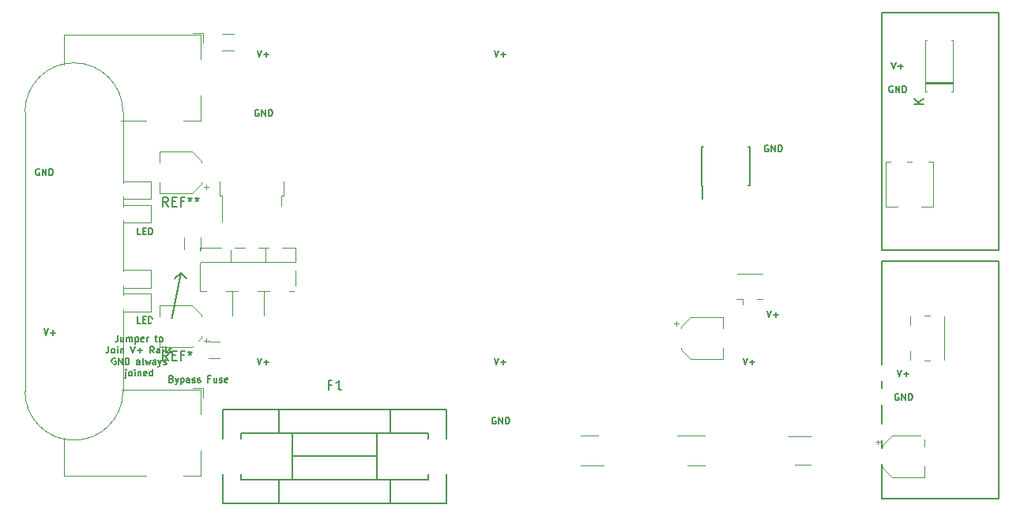
<source format=gto>
G04 #@! TF.GenerationSoftware,KiCad,Pcbnew,5.0.2+dfsg1-1~bpo9+1*
G04 #@! TF.CreationDate,2020-03-15T22:17:02-04:00*
G04 #@! TF.ProjectId,EDIT_C,45444954-5f43-42e6-9b69-6361645f7063,0.10.a*
G04 #@! TF.SameCoordinates,Original*
G04 #@! TF.FileFunction,Legend,Top*
G04 #@! TF.FilePolarity,Positive*
%FSLAX46Y46*%
G04 Gerber Fmt 4.6, Leading zero omitted, Abs format (unit mm)*
G04 Created by KiCad (PCBNEW 5.0.2+dfsg1-1~bpo9+1) date Sun 15 Mar 2020 10:17:02 PM EDT*
%MOMM*%
%LPD*%
G01*
G04 APERTURE LIST*
%ADD10C,0.175000*%
%ADD11C,0.200000*%
%ADD12C,0.120000*%
%ADD13C,0.150000*%
%ADD14C,0.010000*%
%ADD15O,1.700000X1.700000*%
%ADD16C,1.600000*%
%ADD17C,4.300000*%
%ADD18C,2.700000*%
%ADD19C,1.150000*%
%ADD20O,1.200000X1.400000*%
%ADD21C,1.425000*%
%ADD22R,3.500000X3.500000*%
%ADD23C,3.000000*%
%ADD24C,3.500000*%
%ADD25O,4.000500X2.499360*%
%ADD26O,1.800000X1.800000*%
%ADD27R,1.800000X1.800000*%
%ADD28R,5.800000X6.400000*%
%ADD29R,1.200000X2.200000*%
%ADD30R,1.560000X0.650000*%
%ADD31R,2.000000X0.650000*%
%ADD32R,0.600000X1.550000*%
%ADD33R,1.050000X2.200000*%
%ADD34R,1.000000X1.050000*%
%ADD35R,1.300000X2.000000*%
%ADD36R,2.000000X2.000000*%
%ADD37R,1.000000X1.550000*%
%ADD38C,10.160000*%
%ADD39O,2.200000X2.200000*%
%ADD40R,2.200000X2.200000*%
G04 APERTURE END LIST*
D10*
X14071666Y-78390000D02*
X14005000Y-78356666D01*
X13905000Y-78356666D01*
X13805000Y-78390000D01*
X13738333Y-78456666D01*
X13705000Y-78523333D01*
X13671666Y-78656666D01*
X13671666Y-78756666D01*
X13705000Y-78890000D01*
X13738333Y-78956666D01*
X13805000Y-79023333D01*
X13905000Y-79056666D01*
X13971666Y-79056666D01*
X14071666Y-79023333D01*
X14105000Y-78990000D01*
X14105000Y-78756666D01*
X13971666Y-78756666D01*
X14405000Y-79056666D02*
X14405000Y-78356666D01*
X14805000Y-79056666D01*
X14805000Y-78356666D01*
X15138333Y-79056666D02*
X15138333Y-78356666D01*
X15305000Y-78356666D01*
X15405000Y-78390000D01*
X15471666Y-78456666D01*
X15505000Y-78523333D01*
X15538333Y-78656666D01*
X15538333Y-78756666D01*
X15505000Y-78890000D01*
X15471666Y-78956666D01*
X15405000Y-79023333D01*
X15305000Y-79056666D01*
X15138333Y-79056666D01*
X14573333Y-95501666D02*
X14806666Y-96201666D01*
X15040000Y-95501666D01*
X15273333Y-95935000D02*
X15806666Y-95935000D01*
X15540000Y-96201666D02*
X15540000Y-95668333D01*
X89503333Y-98676666D02*
X89736666Y-99376666D01*
X89970000Y-98676666D01*
X90203333Y-99110000D02*
X90736666Y-99110000D01*
X90470000Y-99376666D02*
X90470000Y-98843333D01*
D11*
X29210000Y-89535000D02*
X29845000Y-90170000D01*
X29210000Y-89535000D02*
X28575000Y-90170000D01*
X27940000Y-95885000D02*
X29210000Y-89535000D01*
D10*
X24950000Y-85406666D02*
X24616666Y-85406666D01*
X24616666Y-84706666D01*
X25183333Y-85040000D02*
X25416666Y-85040000D01*
X25516666Y-85406666D02*
X25183333Y-85406666D01*
X25183333Y-84706666D01*
X25516666Y-84706666D01*
X25816666Y-85406666D02*
X25816666Y-84706666D01*
X25983333Y-84706666D01*
X26083333Y-84740000D01*
X26150000Y-84806666D01*
X26183333Y-84873333D01*
X26216666Y-85006666D01*
X26216666Y-85106666D01*
X26183333Y-85240000D01*
X26150000Y-85306666D01*
X26083333Y-85373333D01*
X25983333Y-85406666D01*
X25816666Y-85406666D01*
X24950000Y-94931666D02*
X24616666Y-94931666D01*
X24616666Y-94231666D01*
X25183333Y-94565000D02*
X25416666Y-94565000D01*
X25516666Y-94931666D02*
X25183333Y-94931666D01*
X25183333Y-94231666D01*
X25516666Y-94231666D01*
X25816666Y-94931666D02*
X25816666Y-94231666D01*
X25983333Y-94231666D01*
X26083333Y-94265000D01*
X26150000Y-94331666D01*
X26183333Y-94398333D01*
X26216666Y-94531666D01*
X26216666Y-94631666D01*
X26183333Y-94765000D01*
X26150000Y-94831666D01*
X26083333Y-94898333D01*
X25983333Y-94931666D01*
X25816666Y-94931666D01*
X105378333Y-66926666D02*
X105611666Y-67626666D01*
X105845000Y-66926666D01*
X106078333Y-67360000D02*
X106611666Y-67360000D01*
X106345000Y-67626666D02*
X106345000Y-67093333D01*
X106146666Y-102520000D02*
X106080000Y-102486666D01*
X105980000Y-102486666D01*
X105880000Y-102520000D01*
X105813333Y-102586666D01*
X105780000Y-102653333D01*
X105746666Y-102786666D01*
X105746666Y-102886666D01*
X105780000Y-103020000D01*
X105813333Y-103086666D01*
X105880000Y-103153333D01*
X105980000Y-103186666D01*
X106046666Y-103186666D01*
X106146666Y-103153333D01*
X106180000Y-103120000D01*
X106180000Y-102886666D01*
X106046666Y-102886666D01*
X106480000Y-103186666D02*
X106480000Y-102486666D01*
X106880000Y-103186666D01*
X106880000Y-102486666D01*
X107213333Y-103186666D02*
X107213333Y-102486666D01*
X107380000Y-102486666D01*
X107480000Y-102520000D01*
X107546666Y-102586666D01*
X107580000Y-102653333D01*
X107613333Y-102786666D01*
X107613333Y-102886666D01*
X107580000Y-103020000D01*
X107546666Y-103086666D01*
X107480000Y-103153333D01*
X107380000Y-103186666D01*
X107213333Y-103186666D01*
X106013333Y-99946666D02*
X106246666Y-100646666D01*
X106480000Y-99946666D01*
X106713333Y-100380000D02*
X107246666Y-100380000D01*
X106980000Y-100646666D02*
X106980000Y-100113333D01*
X92043333Y-93596666D02*
X92276666Y-94296666D01*
X92510000Y-93596666D01*
X92743333Y-94030000D02*
X93276666Y-94030000D01*
X93010000Y-94296666D02*
X93010000Y-93763333D01*
X92176666Y-75850000D02*
X92110000Y-75816666D01*
X92010000Y-75816666D01*
X91910000Y-75850000D01*
X91843333Y-75916666D01*
X91810000Y-75983333D01*
X91776666Y-76116666D01*
X91776666Y-76216666D01*
X91810000Y-76350000D01*
X91843333Y-76416666D01*
X91910000Y-76483333D01*
X92010000Y-76516666D01*
X92076666Y-76516666D01*
X92176666Y-76483333D01*
X92210000Y-76450000D01*
X92210000Y-76216666D01*
X92076666Y-76216666D01*
X92510000Y-76516666D02*
X92510000Y-75816666D01*
X92910000Y-76516666D01*
X92910000Y-75816666D01*
X93243333Y-76516666D02*
X93243333Y-75816666D01*
X93410000Y-75816666D01*
X93510000Y-75850000D01*
X93576666Y-75916666D01*
X93610000Y-75983333D01*
X93643333Y-76116666D01*
X93643333Y-76216666D01*
X93610000Y-76350000D01*
X93576666Y-76416666D01*
X93510000Y-76483333D01*
X93410000Y-76516666D01*
X93243333Y-76516666D01*
X105511666Y-69500000D02*
X105445000Y-69466666D01*
X105345000Y-69466666D01*
X105245000Y-69500000D01*
X105178333Y-69566666D01*
X105145000Y-69633333D01*
X105111666Y-69766666D01*
X105111666Y-69866666D01*
X105145000Y-70000000D01*
X105178333Y-70066666D01*
X105245000Y-70133333D01*
X105345000Y-70166666D01*
X105411666Y-70166666D01*
X105511666Y-70133333D01*
X105545000Y-70100000D01*
X105545000Y-69866666D01*
X105411666Y-69866666D01*
X105845000Y-70166666D02*
X105845000Y-69466666D01*
X106245000Y-70166666D01*
X106245000Y-69466666D01*
X106578333Y-70166666D02*
X106578333Y-69466666D01*
X106745000Y-69466666D01*
X106845000Y-69500000D01*
X106911666Y-69566666D01*
X106945000Y-69633333D01*
X106978333Y-69766666D01*
X106978333Y-69866666D01*
X106945000Y-70000000D01*
X106911666Y-70066666D01*
X106845000Y-70133333D01*
X106745000Y-70166666D01*
X106578333Y-70166666D01*
X62833333Y-98676666D02*
X63066666Y-99376666D01*
X63300000Y-98676666D01*
X63533333Y-99110000D02*
X64066666Y-99110000D01*
X63800000Y-99376666D02*
X63800000Y-98843333D01*
X62966666Y-105060000D02*
X62900000Y-105026666D01*
X62800000Y-105026666D01*
X62700000Y-105060000D01*
X62633333Y-105126666D01*
X62600000Y-105193333D01*
X62566666Y-105326666D01*
X62566666Y-105426666D01*
X62600000Y-105560000D01*
X62633333Y-105626666D01*
X62700000Y-105693333D01*
X62800000Y-105726666D01*
X62866666Y-105726666D01*
X62966666Y-105693333D01*
X63000000Y-105660000D01*
X63000000Y-105426666D01*
X62866666Y-105426666D01*
X63300000Y-105726666D02*
X63300000Y-105026666D01*
X63700000Y-105726666D01*
X63700000Y-105026666D01*
X64033333Y-105726666D02*
X64033333Y-105026666D01*
X64200000Y-105026666D01*
X64300000Y-105060000D01*
X64366666Y-105126666D01*
X64400000Y-105193333D01*
X64433333Y-105326666D01*
X64433333Y-105426666D01*
X64400000Y-105560000D01*
X64366666Y-105626666D01*
X64300000Y-105693333D01*
X64200000Y-105726666D01*
X64033333Y-105726666D01*
X37433333Y-98676666D02*
X37666666Y-99376666D01*
X37900000Y-98676666D01*
X38133333Y-99110000D02*
X38666666Y-99110000D01*
X38400000Y-99376666D02*
X38400000Y-98843333D01*
X37433333Y-65656666D02*
X37666666Y-66356666D01*
X37900000Y-65656666D01*
X38133333Y-66090000D02*
X38666666Y-66090000D01*
X38400000Y-66356666D02*
X38400000Y-65823333D01*
X37566666Y-72040000D02*
X37500000Y-72006666D01*
X37400000Y-72006666D01*
X37300000Y-72040000D01*
X37233333Y-72106666D01*
X37200000Y-72173333D01*
X37166666Y-72306666D01*
X37166666Y-72406666D01*
X37200000Y-72540000D01*
X37233333Y-72606666D01*
X37300000Y-72673333D01*
X37400000Y-72706666D01*
X37466666Y-72706666D01*
X37566666Y-72673333D01*
X37600000Y-72640000D01*
X37600000Y-72406666D01*
X37466666Y-72406666D01*
X37900000Y-72706666D02*
X37900000Y-72006666D01*
X38300000Y-72706666D01*
X38300000Y-72006666D01*
X38633333Y-72706666D02*
X38633333Y-72006666D01*
X38800000Y-72006666D01*
X38900000Y-72040000D01*
X38966666Y-72106666D01*
X39000000Y-72173333D01*
X39033333Y-72306666D01*
X39033333Y-72406666D01*
X39000000Y-72540000D01*
X38966666Y-72606666D01*
X38900000Y-72673333D01*
X38800000Y-72706666D01*
X38633333Y-72706666D01*
X62833333Y-65656666D02*
X63066666Y-66356666D01*
X63300000Y-65656666D01*
X63533333Y-66090000D02*
X64066666Y-66090000D01*
X63800000Y-66356666D02*
X63800000Y-65823333D01*
X28231666Y-100915000D02*
X28331666Y-100948333D01*
X28365000Y-100981666D01*
X28398333Y-101048333D01*
X28398333Y-101148333D01*
X28365000Y-101215000D01*
X28331666Y-101248333D01*
X28265000Y-101281666D01*
X27998333Y-101281666D01*
X27998333Y-100581666D01*
X28231666Y-100581666D01*
X28298333Y-100615000D01*
X28331666Y-100648333D01*
X28365000Y-100715000D01*
X28365000Y-100781666D01*
X28331666Y-100848333D01*
X28298333Y-100881666D01*
X28231666Y-100915000D01*
X27998333Y-100915000D01*
X28631666Y-100815000D02*
X28798333Y-101281666D01*
X28965000Y-100815000D02*
X28798333Y-101281666D01*
X28731666Y-101448333D01*
X28698333Y-101481666D01*
X28631666Y-101515000D01*
X29231666Y-100815000D02*
X29231666Y-101515000D01*
X29231666Y-100848333D02*
X29298333Y-100815000D01*
X29431666Y-100815000D01*
X29498333Y-100848333D01*
X29531666Y-100881666D01*
X29565000Y-100948333D01*
X29565000Y-101148333D01*
X29531666Y-101215000D01*
X29498333Y-101248333D01*
X29431666Y-101281666D01*
X29298333Y-101281666D01*
X29231666Y-101248333D01*
X30165000Y-101281666D02*
X30165000Y-100915000D01*
X30131666Y-100848333D01*
X30065000Y-100815000D01*
X29931666Y-100815000D01*
X29865000Y-100848333D01*
X30165000Y-101248333D02*
X30098333Y-101281666D01*
X29931666Y-101281666D01*
X29865000Y-101248333D01*
X29831666Y-101181666D01*
X29831666Y-101115000D01*
X29865000Y-101048333D01*
X29931666Y-101015000D01*
X30098333Y-101015000D01*
X30165000Y-100981666D01*
X30465000Y-101248333D02*
X30531666Y-101281666D01*
X30665000Y-101281666D01*
X30731666Y-101248333D01*
X30765000Y-101181666D01*
X30765000Y-101148333D01*
X30731666Y-101081666D01*
X30665000Y-101048333D01*
X30565000Y-101048333D01*
X30498333Y-101015000D01*
X30465000Y-100948333D01*
X30465000Y-100915000D01*
X30498333Y-100848333D01*
X30565000Y-100815000D01*
X30665000Y-100815000D01*
X30731666Y-100848333D01*
X31031666Y-101248333D02*
X31098333Y-101281666D01*
X31231666Y-101281666D01*
X31298333Y-101248333D01*
X31331666Y-101181666D01*
X31331666Y-101148333D01*
X31298333Y-101081666D01*
X31231666Y-101048333D01*
X31131666Y-101048333D01*
X31065000Y-101015000D01*
X31031666Y-100948333D01*
X31031666Y-100915000D01*
X31065000Y-100848333D01*
X31131666Y-100815000D01*
X31231666Y-100815000D01*
X31298333Y-100848333D01*
X32398333Y-100915000D02*
X32165000Y-100915000D01*
X32165000Y-101281666D02*
X32165000Y-100581666D01*
X32498333Y-100581666D01*
X33065000Y-100815000D02*
X33065000Y-101281666D01*
X32765000Y-100815000D02*
X32765000Y-101181666D01*
X32798333Y-101248333D01*
X32865000Y-101281666D01*
X32965000Y-101281666D01*
X33031666Y-101248333D01*
X33065000Y-101215000D01*
X33365000Y-101248333D02*
X33431666Y-101281666D01*
X33565000Y-101281666D01*
X33631666Y-101248333D01*
X33665000Y-101181666D01*
X33665000Y-101148333D01*
X33631666Y-101081666D01*
X33565000Y-101048333D01*
X33465000Y-101048333D01*
X33398333Y-101015000D01*
X33365000Y-100948333D01*
X33365000Y-100915000D01*
X33398333Y-100848333D01*
X33465000Y-100815000D01*
X33565000Y-100815000D01*
X33631666Y-100848333D01*
X34231666Y-101248333D02*
X34165000Y-101281666D01*
X34031666Y-101281666D01*
X33965000Y-101248333D01*
X33931666Y-101181666D01*
X33931666Y-100915000D01*
X33965000Y-100848333D01*
X34031666Y-100815000D01*
X34165000Y-100815000D01*
X34231666Y-100848333D01*
X34265000Y-100915000D01*
X34265000Y-100981666D01*
X33931666Y-101048333D01*
X22465000Y-96204166D02*
X22465000Y-96704166D01*
X22431666Y-96804166D01*
X22365000Y-96870833D01*
X22265000Y-96904166D01*
X22198333Y-96904166D01*
X23098333Y-96437500D02*
X23098333Y-96904166D01*
X22798333Y-96437500D02*
X22798333Y-96804166D01*
X22831666Y-96870833D01*
X22898333Y-96904166D01*
X22998333Y-96904166D01*
X23065000Y-96870833D01*
X23098333Y-96837500D01*
X23431666Y-96904166D02*
X23431666Y-96437500D01*
X23431666Y-96504166D02*
X23465000Y-96470833D01*
X23531666Y-96437500D01*
X23631666Y-96437500D01*
X23698333Y-96470833D01*
X23731666Y-96537500D01*
X23731666Y-96904166D01*
X23731666Y-96537500D02*
X23765000Y-96470833D01*
X23831666Y-96437500D01*
X23931666Y-96437500D01*
X23998333Y-96470833D01*
X24031666Y-96537500D01*
X24031666Y-96904166D01*
X24365000Y-96437500D02*
X24365000Y-97137500D01*
X24365000Y-96470833D02*
X24431666Y-96437500D01*
X24565000Y-96437500D01*
X24631666Y-96470833D01*
X24665000Y-96504166D01*
X24698333Y-96570833D01*
X24698333Y-96770833D01*
X24665000Y-96837500D01*
X24631666Y-96870833D01*
X24565000Y-96904166D01*
X24431666Y-96904166D01*
X24365000Y-96870833D01*
X25265000Y-96870833D02*
X25198333Y-96904166D01*
X25065000Y-96904166D01*
X24998333Y-96870833D01*
X24965000Y-96804166D01*
X24965000Y-96537500D01*
X24998333Y-96470833D01*
X25065000Y-96437500D01*
X25198333Y-96437500D01*
X25265000Y-96470833D01*
X25298333Y-96537500D01*
X25298333Y-96604166D01*
X24965000Y-96670833D01*
X25598333Y-96904166D02*
X25598333Y-96437500D01*
X25598333Y-96570833D02*
X25631666Y-96504166D01*
X25665000Y-96470833D01*
X25731666Y-96437500D01*
X25798333Y-96437500D01*
X26465000Y-96437500D02*
X26731666Y-96437500D01*
X26565000Y-96204166D02*
X26565000Y-96804166D01*
X26598333Y-96870833D01*
X26665000Y-96904166D01*
X26731666Y-96904166D01*
X27065000Y-96904166D02*
X26998333Y-96870833D01*
X26965000Y-96837500D01*
X26931666Y-96770833D01*
X26931666Y-96570833D01*
X26965000Y-96504166D01*
X26998333Y-96470833D01*
X27065000Y-96437500D01*
X27165000Y-96437500D01*
X27231666Y-96470833D01*
X27265000Y-96504166D01*
X27298333Y-96570833D01*
X27298333Y-96770833D01*
X27265000Y-96837500D01*
X27231666Y-96870833D01*
X27165000Y-96904166D01*
X27065000Y-96904166D01*
X21498333Y-97429166D02*
X21498333Y-97929166D01*
X21465000Y-98029166D01*
X21398333Y-98095833D01*
X21298333Y-98129166D01*
X21231666Y-98129166D01*
X21931666Y-98129166D02*
X21865000Y-98095833D01*
X21831666Y-98062500D01*
X21798333Y-97995833D01*
X21798333Y-97795833D01*
X21831666Y-97729166D01*
X21865000Y-97695833D01*
X21931666Y-97662500D01*
X22031666Y-97662500D01*
X22098333Y-97695833D01*
X22131666Y-97729166D01*
X22165000Y-97795833D01*
X22165000Y-97995833D01*
X22131666Y-98062500D01*
X22098333Y-98095833D01*
X22031666Y-98129166D01*
X21931666Y-98129166D01*
X22465000Y-98129166D02*
X22465000Y-97662500D01*
X22465000Y-97429166D02*
X22431666Y-97462500D01*
X22465000Y-97495833D01*
X22498333Y-97462500D01*
X22465000Y-97429166D01*
X22465000Y-97495833D01*
X22798333Y-97662500D02*
X22798333Y-98129166D01*
X22798333Y-97729166D02*
X22831666Y-97695833D01*
X22898333Y-97662500D01*
X22998333Y-97662500D01*
X23065000Y-97695833D01*
X23098333Y-97762500D01*
X23098333Y-98129166D01*
X23865000Y-97429166D02*
X24098333Y-98129166D01*
X24331666Y-97429166D01*
X24565000Y-97862500D02*
X25098333Y-97862500D01*
X24831666Y-98129166D02*
X24831666Y-97595833D01*
X26365000Y-98129166D02*
X26131666Y-97795833D01*
X25965000Y-98129166D02*
X25965000Y-97429166D01*
X26231666Y-97429166D01*
X26298333Y-97462500D01*
X26331666Y-97495833D01*
X26365000Y-97562500D01*
X26365000Y-97662500D01*
X26331666Y-97729166D01*
X26298333Y-97762500D01*
X26231666Y-97795833D01*
X25965000Y-97795833D01*
X26965000Y-98129166D02*
X26965000Y-97762500D01*
X26931666Y-97695833D01*
X26865000Y-97662500D01*
X26731666Y-97662500D01*
X26665000Y-97695833D01*
X26965000Y-98095833D02*
X26898333Y-98129166D01*
X26731666Y-98129166D01*
X26665000Y-98095833D01*
X26631666Y-98029166D01*
X26631666Y-97962500D01*
X26665000Y-97895833D01*
X26731666Y-97862500D01*
X26898333Y-97862500D01*
X26965000Y-97829166D01*
X27298333Y-98129166D02*
X27298333Y-97662500D01*
X27298333Y-97429166D02*
X27265000Y-97462500D01*
X27298333Y-97495833D01*
X27331666Y-97462500D01*
X27298333Y-97429166D01*
X27298333Y-97495833D01*
X27731666Y-98129166D02*
X27665000Y-98095833D01*
X27631666Y-98029166D01*
X27631666Y-97429166D01*
X27965000Y-98095833D02*
X28031666Y-98129166D01*
X28165000Y-98129166D01*
X28231666Y-98095833D01*
X28265000Y-98029166D01*
X28265000Y-97995833D01*
X28231666Y-97929166D01*
X28165000Y-97895833D01*
X28065000Y-97895833D01*
X27998333Y-97862500D01*
X27965000Y-97795833D01*
X27965000Y-97762500D01*
X27998333Y-97695833D01*
X28065000Y-97662500D01*
X28165000Y-97662500D01*
X28231666Y-97695833D01*
X22231666Y-98687500D02*
X22165000Y-98654166D01*
X22065000Y-98654166D01*
X21965000Y-98687500D01*
X21898333Y-98754166D01*
X21865000Y-98820833D01*
X21831666Y-98954166D01*
X21831666Y-99054166D01*
X21865000Y-99187500D01*
X21898333Y-99254166D01*
X21965000Y-99320833D01*
X22065000Y-99354166D01*
X22131666Y-99354166D01*
X22231666Y-99320833D01*
X22265000Y-99287500D01*
X22265000Y-99054166D01*
X22131666Y-99054166D01*
X22565000Y-99354166D02*
X22565000Y-98654166D01*
X22965000Y-99354166D01*
X22965000Y-98654166D01*
X23298333Y-99354166D02*
X23298333Y-98654166D01*
X23465000Y-98654166D01*
X23565000Y-98687500D01*
X23631666Y-98754166D01*
X23665000Y-98820833D01*
X23698333Y-98954166D01*
X23698333Y-99054166D01*
X23665000Y-99187500D01*
X23631666Y-99254166D01*
X23565000Y-99320833D01*
X23465000Y-99354166D01*
X23298333Y-99354166D01*
X24831666Y-99354166D02*
X24831666Y-98987500D01*
X24798333Y-98920833D01*
X24731666Y-98887500D01*
X24598333Y-98887500D01*
X24531666Y-98920833D01*
X24831666Y-99320833D02*
X24765000Y-99354166D01*
X24598333Y-99354166D01*
X24531666Y-99320833D01*
X24498333Y-99254166D01*
X24498333Y-99187500D01*
X24531666Y-99120833D01*
X24598333Y-99087500D01*
X24765000Y-99087500D01*
X24831666Y-99054166D01*
X25264999Y-99354166D02*
X25198333Y-99320833D01*
X25164999Y-99254166D01*
X25164999Y-98654166D01*
X25464999Y-98887500D02*
X25598333Y-99354166D01*
X25731666Y-99020833D01*
X25864999Y-99354166D01*
X25998333Y-98887500D01*
X26565000Y-99354166D02*
X26565000Y-98987500D01*
X26531666Y-98920833D01*
X26465000Y-98887500D01*
X26331666Y-98887500D01*
X26265000Y-98920833D01*
X26565000Y-99320833D02*
X26498333Y-99354166D01*
X26331666Y-99354166D01*
X26265000Y-99320833D01*
X26231666Y-99254166D01*
X26231666Y-99187500D01*
X26265000Y-99120833D01*
X26331666Y-99087500D01*
X26498333Y-99087500D01*
X26565000Y-99054166D01*
X26831666Y-98887500D02*
X26998333Y-99354166D01*
X27164999Y-98887500D02*
X26998333Y-99354166D01*
X26931666Y-99520833D01*
X26898333Y-99554166D01*
X26831666Y-99587500D01*
X27398333Y-99320833D02*
X27464999Y-99354166D01*
X27598333Y-99354166D01*
X27664999Y-99320833D01*
X27698333Y-99254166D01*
X27698333Y-99220833D01*
X27664999Y-99154166D01*
X27598333Y-99120833D01*
X27498333Y-99120833D01*
X27431666Y-99087500D01*
X27398333Y-99020833D01*
X27398333Y-98987500D01*
X27431666Y-98920833D01*
X27498333Y-98887500D01*
X27598333Y-98887500D01*
X27664999Y-98920833D01*
X23348333Y-100112500D02*
X23348333Y-100712500D01*
X23315000Y-100779166D01*
X23248333Y-100812500D01*
X23215000Y-100812500D01*
X23348333Y-99879166D02*
X23315000Y-99912500D01*
X23348333Y-99945833D01*
X23381666Y-99912500D01*
X23348333Y-99879166D01*
X23348333Y-99945833D01*
X23781666Y-100579166D02*
X23715000Y-100545833D01*
X23681666Y-100512500D01*
X23648333Y-100445833D01*
X23648333Y-100245833D01*
X23681666Y-100179166D01*
X23715000Y-100145833D01*
X23781666Y-100112500D01*
X23881666Y-100112500D01*
X23948333Y-100145833D01*
X23981666Y-100179166D01*
X24015000Y-100245833D01*
X24015000Y-100445833D01*
X23981666Y-100512500D01*
X23948333Y-100545833D01*
X23881666Y-100579166D01*
X23781666Y-100579166D01*
X24315000Y-100579166D02*
X24315000Y-100112500D01*
X24315000Y-99879166D02*
X24281666Y-99912500D01*
X24315000Y-99945833D01*
X24348333Y-99912500D01*
X24315000Y-99879166D01*
X24315000Y-99945833D01*
X24648333Y-100112500D02*
X24648333Y-100579166D01*
X24648333Y-100179166D02*
X24681666Y-100145833D01*
X24748333Y-100112500D01*
X24848333Y-100112500D01*
X24915000Y-100145833D01*
X24948333Y-100212500D01*
X24948333Y-100579166D01*
X25548333Y-100545833D02*
X25481666Y-100579166D01*
X25348333Y-100579166D01*
X25281666Y-100545833D01*
X25248333Y-100479166D01*
X25248333Y-100212500D01*
X25281666Y-100145833D01*
X25348333Y-100112500D01*
X25481666Y-100112500D01*
X25548333Y-100145833D01*
X25581666Y-100212500D01*
X25581666Y-100279166D01*
X25248333Y-100345833D01*
X26181666Y-100579166D02*
X26181666Y-99879166D01*
X26181666Y-100545833D02*
X26115000Y-100579166D01*
X25981666Y-100579166D01*
X25915000Y-100545833D01*
X25881666Y-100512500D01*
X25848333Y-100445833D01*
X25848333Y-100245833D01*
X25881666Y-100179166D01*
X25915000Y-100145833D01*
X25981666Y-100112500D01*
X26115000Y-100112500D01*
X26181666Y-100145833D01*
D12*
G04 #@! TO.C,REF\002A\002A*
X26950000Y-92990000D02*
X26950000Y-94190000D01*
X26950000Y-97510000D02*
X26950000Y-96310000D01*
X30405563Y-97510000D02*
X26950000Y-97510000D01*
X30405563Y-92990000D02*
X26950000Y-92990000D01*
X31470000Y-94054437D02*
X31470000Y-94190000D01*
X31470000Y-96445563D02*
X31470000Y-96310000D01*
X31470000Y-96445563D02*
X30405563Y-97510000D01*
X31470000Y-94054437D02*
X30405563Y-92990000D01*
X32210000Y-96810000D02*
X31710000Y-96810000D01*
X31960000Y-97060000D02*
X31960000Y-96560000D01*
X82340000Y-94710000D02*
X82340000Y-95210000D01*
X82090000Y-94960000D02*
X82590000Y-94960000D01*
X82830000Y-97715563D02*
X83894437Y-98780000D01*
X82830000Y-95324437D02*
X83894437Y-94260000D01*
X82830000Y-95324437D02*
X82830000Y-95460000D01*
X82830000Y-97715563D02*
X82830000Y-97580000D01*
X83894437Y-98780000D02*
X87350000Y-98780000D01*
X83894437Y-94260000D02*
X87350000Y-94260000D01*
X87350000Y-94260000D02*
X87350000Y-95460000D01*
X87350000Y-98780000D02*
X87350000Y-97580000D01*
X108940000Y-111480000D02*
X108940000Y-110280000D01*
X108940000Y-106960000D02*
X108940000Y-108160000D01*
X105484437Y-106960000D02*
X108940000Y-106960000D01*
X105484437Y-111480000D02*
X108940000Y-111480000D01*
X104420000Y-110415563D02*
X104420000Y-110280000D01*
X104420000Y-108024437D02*
X104420000Y-108160000D01*
X104420000Y-108024437D02*
X105484437Y-106960000D01*
X104420000Y-110415563D02*
X105484437Y-111480000D01*
X103680000Y-107660000D02*
X104180000Y-107660000D01*
X103930000Y-107410000D02*
X103930000Y-107910000D01*
D13*
G04 #@! TO.C,J47*
X104380000Y-113790000D02*
X116880000Y-113790000D01*
X104380000Y-88290000D02*
X104380000Y-113790000D01*
X116880000Y-107290000D02*
X116880000Y-94790000D01*
X116880000Y-107290000D02*
X116880000Y-113790000D01*
X104880000Y-88290000D02*
X104380000Y-88290000D01*
X110880000Y-88290000D02*
X104880000Y-88290000D01*
X116880000Y-88290000D02*
X110880000Y-88290000D01*
X116880000Y-88290000D02*
X116880000Y-94790000D01*
D12*
G04 #@! TO.C,REF\002A\002A*
X23130000Y-84145000D02*
X25990000Y-84145000D01*
X25990000Y-84145000D02*
X25990000Y-82225000D01*
X25990000Y-82225000D02*
X23130000Y-82225000D01*
X25990000Y-79685000D02*
X23130000Y-79685000D01*
X25990000Y-81605000D02*
X25990000Y-79685000D01*
X23130000Y-81605000D02*
X25990000Y-81605000D01*
X23130000Y-91130000D02*
X25990000Y-91130000D01*
X25990000Y-91130000D02*
X25990000Y-89210000D01*
X25990000Y-89210000D02*
X23130000Y-89210000D01*
X34892064Y-63860000D02*
X33687936Y-63860000D01*
X34892064Y-65680000D02*
X33687936Y-65680000D01*
X33404564Y-98700000D02*
X32200436Y-98700000D01*
X33404564Y-96880000D02*
X32200436Y-96880000D01*
G04 #@! TO.C,REF01*
X31580000Y-64830000D02*
X31580000Y-63780000D01*
X30530000Y-63780000D02*
X31580000Y-63780000D01*
X25480000Y-73180000D02*
X16680000Y-73180000D01*
X16680000Y-73180000D02*
X16680000Y-63980000D01*
X31380000Y-70480000D02*
X31380000Y-73180000D01*
X31380000Y-73180000D02*
X29480000Y-73180000D01*
X16680000Y-63980000D02*
X31380000Y-63980000D01*
X31380000Y-63980000D02*
X31380000Y-66580000D01*
X31380000Y-102080000D02*
X31380000Y-104680000D01*
X16680000Y-102080000D02*
X31380000Y-102080000D01*
X31380000Y-111280000D02*
X29480000Y-111280000D01*
X31380000Y-108580000D02*
X31380000Y-111280000D01*
X16680000Y-111280000D02*
X16680000Y-102080000D01*
X25480000Y-111280000D02*
X16680000Y-111280000D01*
X30530000Y-101880000D02*
X31580000Y-101880000D01*
X31580000Y-102930000D02*
X31580000Y-101880000D01*
G04 #@! TO.C,REF\002A\002A*
X31390000Y-86962064D02*
X31390000Y-85757936D01*
X29570000Y-86962064D02*
X29570000Y-85757936D01*
D13*
G04 #@! TO.C,F1*
X39720520Y-106720640D02*
X39720520Y-104218740D01*
X39720520Y-114221260D02*
X39720520Y-111719360D01*
X51719480Y-114221260D02*
X51719480Y-111719360D01*
X51719480Y-104218740D02*
X51719480Y-106720640D01*
X41219120Y-109220000D02*
X50220880Y-109220000D01*
X41219120Y-106720640D02*
X41219120Y-111719360D01*
X50220880Y-106720640D02*
X50220880Y-111719360D01*
X55719980Y-107320080D02*
X55719980Y-106720640D01*
X35720020Y-111119920D02*
X35720020Y-111719360D01*
X35720020Y-111719360D02*
X55719980Y-111719360D01*
X55719980Y-111719360D02*
X55719980Y-111119920D01*
X55719980Y-106720640D02*
X35720020Y-106720640D01*
X35720020Y-106720640D02*
X35720020Y-107320080D01*
X57718960Y-107320080D02*
X57718960Y-104218740D01*
X33721040Y-111119920D02*
X33721040Y-114221260D01*
X33721040Y-114221260D02*
X57718960Y-114221260D01*
X57718960Y-114221260D02*
X57718960Y-111119920D01*
X57718960Y-104218740D02*
X33721040Y-104218740D01*
X33721040Y-104218740D02*
X33721040Y-107320080D01*
D12*
G04 #@! TO.C,REF\002A\002A*
X38120000Y-91461000D02*
X38120000Y-94075000D01*
X34720000Y-91461000D02*
X34720000Y-94075000D01*
X38270000Y-86820000D02*
X38270000Y-88329000D01*
X34570000Y-86820000D02*
X34570000Y-88329000D01*
X31299000Y-88329000D02*
X41540000Y-88329000D01*
X41540000Y-86820000D02*
X41540000Y-91461000D01*
X31299000Y-86820000D02*
X31299000Y-91461000D01*
X40885000Y-91461000D02*
X41540000Y-91461000D01*
X37485000Y-91461000D02*
X38755000Y-91461000D01*
X34070000Y-91461000D02*
X35355000Y-91461000D01*
X31299000Y-91461000D02*
X31970000Y-91461000D01*
X31299000Y-86820000D02*
X41540000Y-86820000D01*
X40010000Y-81210000D02*
X40010000Y-82310000D01*
X40280000Y-81210000D02*
X40010000Y-81210000D01*
X40280000Y-79710000D02*
X40280000Y-81210000D01*
X33650000Y-81210000D02*
X33650000Y-84040000D01*
X33380000Y-81210000D02*
X33650000Y-81210000D01*
X33380000Y-79710000D02*
X33380000Y-81210000D01*
X72125000Y-110195000D02*
X74575000Y-110195000D01*
X73925000Y-106975000D02*
X72125000Y-106975000D01*
X85355000Y-106975000D02*
X82405000Y-106975000D01*
X83555000Y-110195000D02*
X85355000Y-110195000D01*
X96765000Y-107075000D02*
X94335000Y-107075000D01*
X95005000Y-110145000D02*
X96765000Y-110145000D01*
D13*
X85105000Y-80180000D02*
X85105000Y-81580000D01*
X90205000Y-80180000D02*
X90205000Y-76030000D01*
X85055000Y-80180000D02*
X85055000Y-76030000D01*
X90205000Y-80180000D02*
X90060000Y-80180000D01*
X90205000Y-76030000D02*
X90060000Y-76030000D01*
X85055000Y-76030000D02*
X85200000Y-76030000D01*
X85055000Y-80180000D02*
X85105000Y-80180000D01*
D12*
X25990000Y-91750000D02*
X23130000Y-91750000D01*
X25990000Y-93670000D02*
X25990000Y-91750000D01*
X23130000Y-93670000D02*
X25990000Y-93670000D01*
D13*
G04 #@! TO.C,J47*
X116880000Y-61620000D02*
X116880000Y-68120000D01*
X116880000Y-61620000D02*
X110880000Y-61620000D01*
X110880000Y-61620000D02*
X104880000Y-61620000D01*
X104880000Y-61620000D02*
X104380000Y-61620000D01*
X116880000Y-80620000D02*
X116880000Y-87120000D01*
X116880000Y-80620000D02*
X116880000Y-68120000D01*
X104380000Y-61620000D02*
X104380000Y-87120000D01*
X104380000Y-87120000D02*
X116880000Y-87120000D01*
D12*
G04 #@! TO.C,REF882*
X88770000Y-92325000D02*
X89410000Y-92325000D01*
X91570000Y-92325000D02*
X90930000Y-92325000D01*
X89410000Y-92325000D02*
X89410000Y-92955000D01*
X88820000Y-89605000D02*
X91520000Y-89605000D01*
G04 #@! TO.C,REF\002A\002A*
X31960000Y-80550000D02*
X31960000Y-80050000D01*
X32210000Y-80300000D02*
X31710000Y-80300000D01*
X31470000Y-77544437D02*
X30405563Y-76480000D01*
X31470000Y-79935563D02*
X30405563Y-81000000D01*
X31470000Y-79935563D02*
X31470000Y-79800000D01*
X31470000Y-77544437D02*
X31470000Y-77680000D01*
X30405563Y-76480000D02*
X26950000Y-76480000D01*
X30405563Y-81000000D02*
X26950000Y-81000000D01*
X26950000Y-81000000D02*
X26950000Y-79800000D01*
X26950000Y-76480000D02*
X26950000Y-77680000D01*
X105175000Y-82430000D02*
X106075000Y-82430000D01*
X105175000Y-82430000D02*
X106075000Y-82430000D01*
X105175000Y-82430000D02*
X105175000Y-82430000D01*
X109355000Y-77590000D02*
X109835000Y-77590000D01*
X107055000Y-77590000D02*
X107575000Y-77590000D01*
X104795000Y-77590000D02*
X105275000Y-77590000D01*
X108555000Y-82430000D02*
X109835000Y-82430000D01*
X104795000Y-82430000D02*
X106075000Y-82430000D01*
X109835000Y-82430000D02*
X109835000Y-77590000D01*
X104795000Y-82430000D02*
X104795000Y-77590000D01*
X107370000Y-97945000D02*
X107370000Y-98870000D01*
X109495000Y-94070000D02*
X108945000Y-94070000D01*
X109495000Y-98970000D02*
X108945000Y-98970000D01*
X111070000Y-94170000D02*
X111070000Y-98870000D01*
X107370000Y-94170000D02*
X107370000Y-95095000D01*
X12530000Y-102235000D02*
G75*
G03X23030000Y-102235000I5250000J0D01*
G01*
X23030000Y-72235000D02*
G75*
G03X12530000Y-72235000I-5250000J0D01*
G01*
X12530000Y-72235000D02*
X12530000Y-102235000D01*
X23030000Y-102235000D02*
X23030000Y-72235000D01*
X109020000Y-69250000D02*
X111960000Y-69250000D01*
X109020000Y-69010000D02*
X111960000Y-69010000D01*
X109020000Y-69130000D02*
X111960000Y-69130000D01*
X111960000Y-64590000D02*
X111830000Y-64590000D01*
X111960000Y-70030000D02*
X111960000Y-64590000D01*
X111830000Y-70030000D02*
X111960000Y-70030000D01*
X109020000Y-64590000D02*
X109150000Y-64590000D01*
X109020000Y-70030000D02*
X109020000Y-64590000D01*
X109150000Y-70030000D02*
X109020000Y-70030000D01*
D13*
X27876666Y-98902380D02*
X27543333Y-98426190D01*
X27305238Y-98902380D02*
X27305238Y-97902380D01*
X27686190Y-97902380D01*
X27781428Y-97950000D01*
X27829047Y-97997619D01*
X27876666Y-98092857D01*
X27876666Y-98235714D01*
X27829047Y-98330952D01*
X27781428Y-98378571D01*
X27686190Y-98426190D01*
X27305238Y-98426190D01*
X28305238Y-98378571D02*
X28638571Y-98378571D01*
X28781428Y-98902380D02*
X28305238Y-98902380D01*
X28305238Y-97902380D01*
X28781428Y-97902380D01*
X29543333Y-98378571D02*
X29210000Y-98378571D01*
X29210000Y-98902380D02*
X29210000Y-97902380D01*
X29686190Y-97902380D01*
X30210000Y-97902380D02*
X30210000Y-98140476D01*
X29971904Y-98045238D02*
X30210000Y-98140476D01*
X30448095Y-98045238D01*
X30067142Y-98330952D02*
X30210000Y-98140476D01*
X30352857Y-98330952D01*
X30971904Y-97902380D02*
X30971904Y-98140476D01*
X30733809Y-98045238D02*
X30971904Y-98140476D01*
X31210000Y-98045238D01*
X30829047Y-98330952D02*
X30971904Y-98140476D01*
X31114761Y-98330952D01*
G04 #@! TO.C,F1*
X45386666Y-101528571D02*
X45053333Y-101528571D01*
X45053333Y-102052380D02*
X45053333Y-101052380D01*
X45529523Y-101052380D01*
X46434285Y-102052380D02*
X45862857Y-102052380D01*
X46148571Y-102052380D02*
X46148571Y-101052380D01*
X46053333Y-101195238D01*
X45958095Y-101290476D01*
X45862857Y-101338095D01*
G04 #@! TO.C,REF\002A\002A*
X27876666Y-82392380D02*
X27543333Y-81916190D01*
X27305238Y-82392380D02*
X27305238Y-81392380D01*
X27686190Y-81392380D01*
X27781428Y-81440000D01*
X27829047Y-81487619D01*
X27876666Y-81582857D01*
X27876666Y-81725714D01*
X27829047Y-81820952D01*
X27781428Y-81868571D01*
X27686190Y-81916190D01*
X27305238Y-81916190D01*
X28305238Y-81868571D02*
X28638571Y-81868571D01*
X28781428Y-82392380D02*
X28305238Y-82392380D01*
X28305238Y-81392380D01*
X28781428Y-81392380D01*
X29543333Y-81868571D02*
X29210000Y-81868571D01*
X29210000Y-82392380D02*
X29210000Y-81392380D01*
X29686190Y-81392380D01*
X30210000Y-81392380D02*
X30210000Y-81630476D01*
X29971904Y-81535238D02*
X30210000Y-81630476D01*
X30448095Y-81535238D01*
X30067142Y-81820952D02*
X30210000Y-81630476D01*
X30352857Y-81820952D01*
X30971904Y-81392380D02*
X30971904Y-81630476D01*
X30733809Y-81535238D02*
X30971904Y-81630476D01*
X31210000Y-81535238D01*
X30829047Y-81820952D02*
X30971904Y-81630476D01*
X31114761Y-81820952D01*
X108842380Y-71381904D02*
X107842380Y-71381904D01*
X108842380Y-70810476D02*
X108270952Y-71239047D01*
X107842380Y-70810476D02*
X108413809Y-71381904D01*
G04 #@! TD*
%LPC*%
G36*
X93980000Y-101600000D02*
X104140000Y-101600000D01*
X104140000Y-68580000D01*
X93980000Y-68580000D01*
X93980000Y-101600000D01*
G37*
X93980000Y-101600000D02*
X104140000Y-101600000D01*
X104140000Y-68580000D01*
X93980000Y-68580000D01*
X93980000Y-101600000D01*
G36*
X103505000Y-65405000D02*
X103505000Y-61595000D01*
X37465000Y-61595000D01*
X37465000Y-65405000D01*
X103505000Y-65405000D01*
G37*
X103505000Y-65405000D02*
X103505000Y-61595000D01*
X37465000Y-61595000D01*
X37465000Y-65405000D01*
X103505000Y-65405000D01*
D14*
G04 #@! TO.C,REF1001*
G36*
X14806571Y-89903043D02*
X14830809Y-89806768D01*
X14873641Y-89720184D01*
X14933419Y-89645373D01*
X15008494Y-89584418D01*
X15097220Y-89539399D01*
X15193530Y-89513136D01*
X15290795Y-89507286D01*
X15384654Y-89522140D01*
X15472511Y-89555840D01*
X15551770Y-89606528D01*
X15619836Y-89672345D01*
X15674112Y-89751434D01*
X15712002Y-89841934D01*
X15724426Y-89893200D01*
X15731947Y-89937698D01*
X15734919Y-89971999D01*
X15733094Y-90004960D01*
X15726225Y-90045434D01*
X15719250Y-90078531D01*
X15687741Y-90171947D01*
X15636617Y-90255619D01*
X15567429Y-90327665D01*
X15481728Y-90386200D01*
X15454489Y-90400148D01*
X15418122Y-90416586D01*
X15387582Y-90426894D01*
X15355450Y-90432460D01*
X15314307Y-90434669D01*
X15268222Y-90434948D01*
X15183865Y-90430861D01*
X15114586Y-90417446D01*
X15053961Y-90392256D01*
X14995567Y-90352846D01*
X14951302Y-90314298D01*
X14885484Y-90242406D01*
X14840053Y-90167313D01*
X14812850Y-90084562D01*
X14802576Y-90006928D01*
X14806571Y-89903043D01*
X14806571Y-89903043D01*
G37*
X14806571Y-89903043D02*
X14830809Y-89806768D01*
X14873641Y-89720184D01*
X14933419Y-89645373D01*
X15008494Y-89584418D01*
X15097220Y-89539399D01*
X15193530Y-89513136D01*
X15290795Y-89507286D01*
X15384654Y-89522140D01*
X15472511Y-89555840D01*
X15551770Y-89606528D01*
X15619836Y-89672345D01*
X15674112Y-89751434D01*
X15712002Y-89841934D01*
X15724426Y-89893200D01*
X15731947Y-89937698D01*
X15734919Y-89971999D01*
X15733094Y-90004960D01*
X15726225Y-90045434D01*
X15719250Y-90078531D01*
X15687741Y-90171947D01*
X15636617Y-90255619D01*
X15567429Y-90327665D01*
X15481728Y-90386200D01*
X15454489Y-90400148D01*
X15418122Y-90416586D01*
X15387582Y-90426894D01*
X15355450Y-90432460D01*
X15314307Y-90434669D01*
X15268222Y-90434948D01*
X15183865Y-90430861D01*
X15114586Y-90417446D01*
X15053961Y-90392256D01*
X14995567Y-90352846D01*
X14951302Y-90314298D01*
X14885484Y-90242406D01*
X14840053Y-90167313D01*
X14812850Y-90084562D01*
X14802576Y-90006928D01*
X14806571Y-89903043D01*
G36*
X17252245Y-81443493D02*
X17486662Y-81443474D01*
X17699603Y-81443448D01*
X17892168Y-81443375D01*
X18065459Y-81443218D01*
X18220576Y-81442936D01*
X18358620Y-81442491D01*
X18480692Y-81441844D01*
X18587894Y-81440955D01*
X18681326Y-81439787D01*
X18762090Y-81438299D01*
X18831286Y-81436454D01*
X18890015Y-81434211D01*
X18939379Y-81431531D01*
X18980478Y-81428377D01*
X19014413Y-81424708D01*
X19042286Y-81420487D01*
X19065198Y-81415673D01*
X19084249Y-81410227D01*
X19100540Y-81404112D01*
X19115173Y-81397288D01*
X19129249Y-81389715D01*
X19143868Y-81381355D01*
X19152974Y-81376161D01*
X19213689Y-81341896D01*
X19213689Y-82200045D01*
X19117733Y-82200045D01*
X19074370Y-82200776D01*
X19041205Y-82202728D01*
X19023424Y-82205537D01*
X19021778Y-82206779D01*
X19028662Y-82218201D01*
X19046505Y-82240916D01*
X19065879Y-82263615D01*
X19106614Y-82318200D01*
X19147617Y-82387679D01*
X19185123Y-82464730D01*
X19215364Y-82542035D01*
X19225012Y-82572887D01*
X19239578Y-82641384D01*
X19249539Y-82724236D01*
X19254583Y-82813629D01*
X19254396Y-82901752D01*
X19248666Y-82980793D01*
X19242858Y-83018489D01*
X19204797Y-83156586D01*
X19147073Y-83283887D01*
X19070211Y-83399708D01*
X18974739Y-83503363D01*
X18861179Y-83594167D01*
X18750381Y-83660969D01*
X18633625Y-83715836D01*
X18514276Y-83757837D01*
X18388283Y-83787833D01*
X18251594Y-83806689D01*
X18100158Y-83815268D01*
X18022711Y-83815994D01*
X17965934Y-83813900D01*
X17965934Y-82984783D01*
X18059002Y-82984576D01*
X18146692Y-82981663D01*
X18223772Y-82976000D01*
X18285009Y-82967545D01*
X18297350Y-82964962D01*
X18404633Y-82933160D01*
X18491658Y-82891502D01*
X18558642Y-82839637D01*
X18605805Y-82777219D01*
X18633365Y-82703900D01*
X18641541Y-82619331D01*
X18630551Y-82523165D01*
X18614829Y-82459689D01*
X18596639Y-82410546D01*
X18570791Y-82356417D01*
X18547089Y-82315756D01*
X18500721Y-82245200D01*
X17350530Y-82245200D01*
X17306962Y-82312608D01*
X17266040Y-82391133D01*
X17239389Y-82475319D01*
X17227465Y-82560443D01*
X17230722Y-82641784D01*
X17249615Y-82714620D01*
X17265184Y-82746574D01*
X17308181Y-82804499D01*
X17364953Y-82853456D01*
X17437575Y-82894610D01*
X17528121Y-82929126D01*
X17638666Y-82958167D01*
X17644533Y-82959448D01*
X17706788Y-82969619D01*
X17784594Y-82977261D01*
X17872720Y-82982330D01*
X17965934Y-82984783D01*
X17965934Y-83813900D01*
X17809895Y-83808143D01*
X17614059Y-83786198D01*
X17435332Y-83750214D01*
X17273845Y-83700241D01*
X17129726Y-83636332D01*
X17003106Y-83558538D01*
X16894115Y-83466911D01*
X16802883Y-83361503D01*
X16771932Y-83316338D01*
X16715785Y-83215389D01*
X16676174Y-83112099D01*
X16652014Y-83002011D01*
X16642219Y-82880670D01*
X16643265Y-82788164D01*
X16654231Y-82658510D01*
X16676046Y-82545916D01*
X16709714Y-82447125D01*
X16756236Y-82358879D01*
X16790448Y-82310014D01*
X16812362Y-82280647D01*
X16827333Y-82258957D01*
X16831733Y-82250747D01*
X16820904Y-82249132D01*
X16790251Y-82247841D01*
X16742526Y-82246862D01*
X16680479Y-82246183D01*
X16606862Y-82245790D01*
X16524427Y-82245670D01*
X16435925Y-82245812D01*
X16344107Y-82246203D01*
X16251724Y-82246829D01*
X16161528Y-82247680D01*
X16076271Y-82248740D01*
X15998703Y-82249999D01*
X15931576Y-82251444D01*
X15877641Y-82253062D01*
X15839650Y-82254839D01*
X15832667Y-82255331D01*
X15762251Y-82262908D01*
X15707102Y-82274469D01*
X15659981Y-82292208D01*
X15613647Y-82318318D01*
X15604067Y-82324585D01*
X15567378Y-82349017D01*
X15567378Y-81443689D01*
X17252245Y-81443493D01*
X17252245Y-81443493D01*
G37*
X17252245Y-81443493D02*
X17486662Y-81443474D01*
X17699603Y-81443448D01*
X17892168Y-81443375D01*
X18065459Y-81443218D01*
X18220576Y-81442936D01*
X18358620Y-81442491D01*
X18480692Y-81441844D01*
X18587894Y-81440955D01*
X18681326Y-81439787D01*
X18762090Y-81438299D01*
X18831286Y-81436454D01*
X18890015Y-81434211D01*
X18939379Y-81431531D01*
X18980478Y-81428377D01*
X19014413Y-81424708D01*
X19042286Y-81420487D01*
X19065198Y-81415673D01*
X19084249Y-81410227D01*
X19100540Y-81404112D01*
X19115173Y-81397288D01*
X19129249Y-81389715D01*
X19143868Y-81381355D01*
X19152974Y-81376161D01*
X19213689Y-81341896D01*
X19213689Y-82200045D01*
X19117733Y-82200045D01*
X19074370Y-82200776D01*
X19041205Y-82202728D01*
X19023424Y-82205537D01*
X19021778Y-82206779D01*
X19028662Y-82218201D01*
X19046505Y-82240916D01*
X19065879Y-82263615D01*
X19106614Y-82318200D01*
X19147617Y-82387679D01*
X19185123Y-82464730D01*
X19215364Y-82542035D01*
X19225012Y-82572887D01*
X19239578Y-82641384D01*
X19249539Y-82724236D01*
X19254583Y-82813629D01*
X19254396Y-82901752D01*
X19248666Y-82980793D01*
X19242858Y-83018489D01*
X19204797Y-83156586D01*
X19147073Y-83283887D01*
X19070211Y-83399708D01*
X18974739Y-83503363D01*
X18861179Y-83594167D01*
X18750381Y-83660969D01*
X18633625Y-83715836D01*
X18514276Y-83757837D01*
X18388283Y-83787833D01*
X18251594Y-83806689D01*
X18100158Y-83815268D01*
X18022711Y-83815994D01*
X17965934Y-83813900D01*
X17965934Y-82984783D01*
X18059002Y-82984576D01*
X18146692Y-82981663D01*
X18223772Y-82976000D01*
X18285009Y-82967545D01*
X18297350Y-82964962D01*
X18404633Y-82933160D01*
X18491658Y-82891502D01*
X18558642Y-82839637D01*
X18605805Y-82777219D01*
X18633365Y-82703900D01*
X18641541Y-82619331D01*
X18630551Y-82523165D01*
X18614829Y-82459689D01*
X18596639Y-82410546D01*
X18570791Y-82356417D01*
X18547089Y-82315756D01*
X18500721Y-82245200D01*
X17350530Y-82245200D01*
X17306962Y-82312608D01*
X17266040Y-82391133D01*
X17239389Y-82475319D01*
X17227465Y-82560443D01*
X17230722Y-82641784D01*
X17249615Y-82714620D01*
X17265184Y-82746574D01*
X17308181Y-82804499D01*
X17364953Y-82853456D01*
X17437575Y-82894610D01*
X17528121Y-82929126D01*
X17638666Y-82958167D01*
X17644533Y-82959448D01*
X17706788Y-82969619D01*
X17784594Y-82977261D01*
X17872720Y-82982330D01*
X17965934Y-82984783D01*
X17965934Y-83813900D01*
X17809895Y-83808143D01*
X17614059Y-83786198D01*
X17435332Y-83750214D01*
X17273845Y-83700241D01*
X17129726Y-83636332D01*
X17003106Y-83558538D01*
X16894115Y-83466911D01*
X16802883Y-83361503D01*
X16771932Y-83316338D01*
X16715785Y-83215389D01*
X16676174Y-83112099D01*
X16652014Y-83002011D01*
X16642219Y-82880670D01*
X16643265Y-82788164D01*
X16654231Y-82658510D01*
X16676046Y-82545916D01*
X16709714Y-82447125D01*
X16756236Y-82358879D01*
X16790448Y-82310014D01*
X16812362Y-82280647D01*
X16827333Y-82258957D01*
X16831733Y-82250747D01*
X16820904Y-82249132D01*
X16790251Y-82247841D01*
X16742526Y-82246862D01*
X16680479Y-82246183D01*
X16606862Y-82245790D01*
X16524427Y-82245670D01*
X16435925Y-82245812D01*
X16344107Y-82246203D01*
X16251724Y-82246829D01*
X16161528Y-82247680D01*
X16076271Y-82248740D01*
X15998703Y-82249999D01*
X15931576Y-82251444D01*
X15877641Y-82253062D01*
X15839650Y-82254839D01*
X15832667Y-82255331D01*
X15762251Y-82262908D01*
X15707102Y-82274469D01*
X15659981Y-82292208D01*
X15613647Y-82318318D01*
X15604067Y-82324585D01*
X15567378Y-82349017D01*
X15567378Y-81443689D01*
X17252245Y-81443493D01*
G36*
X16646552Y-84956426D02*
X16666567Y-84804508D01*
X16700202Y-84669244D01*
X16747725Y-84549761D01*
X16809405Y-84445185D01*
X16872965Y-84367576D01*
X16947099Y-84298735D01*
X17026871Y-84244994D01*
X17119091Y-84202090D01*
X17162161Y-84186616D01*
X17201142Y-84173756D01*
X17237289Y-84162554D01*
X17272434Y-84152880D01*
X17308410Y-84144604D01*
X17347050Y-84137597D01*
X17390185Y-84131728D01*
X17439649Y-84126869D01*
X17497273Y-84122890D01*
X17564891Y-84119660D01*
X17644334Y-84117051D01*
X17737436Y-84114933D01*
X17846027Y-84113176D01*
X17971942Y-84111651D01*
X18117012Y-84110228D01*
X18259778Y-84108975D01*
X18415968Y-84107649D01*
X18551239Y-84106444D01*
X18667246Y-84105234D01*
X18765645Y-84103894D01*
X18848093Y-84102300D01*
X18916246Y-84100325D01*
X18971760Y-84097844D01*
X19016292Y-84094731D01*
X19051498Y-84090862D01*
X19079034Y-84086111D01*
X19100556Y-84080352D01*
X19117722Y-84073461D01*
X19132186Y-84065311D01*
X19145606Y-84055777D01*
X19159638Y-84044734D01*
X19165071Y-84040434D01*
X19187910Y-84024614D01*
X19203463Y-84017578D01*
X19203922Y-84017556D01*
X19206121Y-84028433D01*
X19208147Y-84059418D01*
X19209942Y-84108043D01*
X19211451Y-84171837D01*
X19212616Y-84248331D01*
X19213380Y-84335056D01*
X19213686Y-84429543D01*
X19213689Y-84440450D01*
X19213689Y-84863343D01*
X19117622Y-84866605D01*
X19021556Y-84869867D01*
X19072543Y-84931956D01*
X19140057Y-85029286D01*
X19194749Y-85139187D01*
X19224978Y-85225651D01*
X19239666Y-85294722D01*
X19249659Y-85378075D01*
X19254646Y-85467841D01*
X19254313Y-85556155D01*
X19248351Y-85635149D01*
X19242638Y-85671378D01*
X19204776Y-85811397D01*
X19149932Y-85937822D01*
X19078924Y-86049740D01*
X18992568Y-86146238D01*
X18891679Y-86226400D01*
X18777076Y-86289313D01*
X18650984Y-86333688D01*
X18594401Y-86346022D01*
X18532202Y-86353632D01*
X18457363Y-86357261D01*
X18423467Y-86357755D01*
X18420282Y-86357690D01*
X18420282Y-85597752D01*
X18495333Y-85588459D01*
X18559160Y-85560272D01*
X18614798Y-85511803D01*
X18619211Y-85506746D01*
X18654037Y-85458452D01*
X18676620Y-85406743D01*
X18688540Y-85346011D01*
X18691383Y-85270648D01*
X18690978Y-85252541D01*
X18688325Y-85198722D01*
X18682909Y-85158692D01*
X18672745Y-85123676D01*
X18655850Y-85084897D01*
X18650672Y-85074255D01*
X18614844Y-85013604D01*
X18572212Y-84966785D01*
X18556973Y-84954048D01*
X18500462Y-84909378D01*
X18304586Y-84909378D01*
X18225939Y-84909914D01*
X18167988Y-84911604D01*
X18128875Y-84914572D01*
X18106741Y-84918943D01*
X18100274Y-84923028D01*
X18097111Y-84938953D01*
X18094488Y-84972736D01*
X18092655Y-85019660D01*
X18091857Y-85075007D01*
X18091842Y-85083894D01*
X18097096Y-85204670D01*
X18113263Y-85307340D01*
X18140961Y-85393894D01*
X18180808Y-85466319D01*
X18227758Y-85521249D01*
X18285645Y-85565796D01*
X18348693Y-85590520D01*
X18420282Y-85597752D01*
X18420282Y-86357690D01*
X18329712Y-86355822D01*
X18250812Y-86347478D01*
X18179590Y-86331232D01*
X18108864Y-86305595D01*
X18056493Y-86281599D01*
X17961196Y-86222980D01*
X17873170Y-86144883D01*
X17794017Y-86049685D01*
X17725340Y-85939762D01*
X17668741Y-85817490D01*
X17625821Y-85685245D01*
X17610882Y-85620578D01*
X17588777Y-85484396D01*
X17574194Y-85335951D01*
X17567813Y-85184495D01*
X17569445Y-85057936D01*
X17576224Y-84896050D01*
X17517245Y-84903470D01*
X17418092Y-84922762D01*
X17337372Y-84953896D01*
X17274466Y-84997731D01*
X17228756Y-85055129D01*
X17199622Y-85126952D01*
X17186447Y-85214059D01*
X17188611Y-85317314D01*
X17192612Y-85355289D01*
X17217780Y-85496480D01*
X17258814Y-85633293D01*
X17296815Y-85727822D01*
X17316190Y-85772982D01*
X17331760Y-85811415D01*
X17341405Y-85837766D01*
X17343452Y-85845454D01*
X17334374Y-85855198D01*
X17305405Y-85871917D01*
X17256217Y-85895768D01*
X17186484Y-85926907D01*
X17095879Y-85965493D01*
X17080089Y-85972090D01*
X17007772Y-86002147D01*
X16942425Y-86029126D01*
X16886906Y-86051864D01*
X16844072Y-86069194D01*
X16816781Y-86079952D01*
X16807942Y-86083059D01*
X16803187Y-86073060D01*
X16797910Y-86046783D01*
X16794231Y-86018511D01*
X16789474Y-85988354D01*
X16780028Y-85940567D01*
X16766820Y-85879388D01*
X16750776Y-85809054D01*
X16732820Y-85733806D01*
X16725797Y-85705245D01*
X16700209Y-85600184D01*
X16680147Y-85512520D01*
X16664969Y-85437932D01*
X16654035Y-85372097D01*
X16646704Y-85310693D01*
X16642335Y-85249398D01*
X16640287Y-85183890D01*
X16639889Y-85125872D01*
X16646552Y-84956426D01*
X16646552Y-84956426D01*
G37*
X16646552Y-84956426D02*
X16666567Y-84804508D01*
X16700202Y-84669244D01*
X16747725Y-84549761D01*
X16809405Y-84445185D01*
X16872965Y-84367576D01*
X16947099Y-84298735D01*
X17026871Y-84244994D01*
X17119091Y-84202090D01*
X17162161Y-84186616D01*
X17201142Y-84173756D01*
X17237289Y-84162554D01*
X17272434Y-84152880D01*
X17308410Y-84144604D01*
X17347050Y-84137597D01*
X17390185Y-84131728D01*
X17439649Y-84126869D01*
X17497273Y-84122890D01*
X17564891Y-84119660D01*
X17644334Y-84117051D01*
X17737436Y-84114933D01*
X17846027Y-84113176D01*
X17971942Y-84111651D01*
X18117012Y-84110228D01*
X18259778Y-84108975D01*
X18415968Y-84107649D01*
X18551239Y-84106444D01*
X18667246Y-84105234D01*
X18765645Y-84103894D01*
X18848093Y-84102300D01*
X18916246Y-84100325D01*
X18971760Y-84097844D01*
X19016292Y-84094731D01*
X19051498Y-84090862D01*
X19079034Y-84086111D01*
X19100556Y-84080352D01*
X19117722Y-84073461D01*
X19132186Y-84065311D01*
X19145606Y-84055777D01*
X19159638Y-84044734D01*
X19165071Y-84040434D01*
X19187910Y-84024614D01*
X19203463Y-84017578D01*
X19203922Y-84017556D01*
X19206121Y-84028433D01*
X19208147Y-84059418D01*
X19209942Y-84108043D01*
X19211451Y-84171837D01*
X19212616Y-84248331D01*
X19213380Y-84335056D01*
X19213686Y-84429543D01*
X19213689Y-84440450D01*
X19213689Y-84863343D01*
X19117622Y-84866605D01*
X19021556Y-84869867D01*
X19072543Y-84931956D01*
X19140057Y-85029286D01*
X19194749Y-85139187D01*
X19224978Y-85225651D01*
X19239666Y-85294722D01*
X19249659Y-85378075D01*
X19254646Y-85467841D01*
X19254313Y-85556155D01*
X19248351Y-85635149D01*
X19242638Y-85671378D01*
X19204776Y-85811397D01*
X19149932Y-85937822D01*
X19078924Y-86049740D01*
X18992568Y-86146238D01*
X18891679Y-86226400D01*
X18777076Y-86289313D01*
X18650984Y-86333688D01*
X18594401Y-86346022D01*
X18532202Y-86353632D01*
X18457363Y-86357261D01*
X18423467Y-86357755D01*
X18420282Y-86357690D01*
X18420282Y-85597752D01*
X18495333Y-85588459D01*
X18559160Y-85560272D01*
X18614798Y-85511803D01*
X18619211Y-85506746D01*
X18654037Y-85458452D01*
X18676620Y-85406743D01*
X18688540Y-85346011D01*
X18691383Y-85270648D01*
X18690978Y-85252541D01*
X18688325Y-85198722D01*
X18682909Y-85158692D01*
X18672745Y-85123676D01*
X18655850Y-85084897D01*
X18650672Y-85074255D01*
X18614844Y-85013604D01*
X18572212Y-84966785D01*
X18556973Y-84954048D01*
X18500462Y-84909378D01*
X18304586Y-84909378D01*
X18225939Y-84909914D01*
X18167988Y-84911604D01*
X18128875Y-84914572D01*
X18106741Y-84918943D01*
X18100274Y-84923028D01*
X18097111Y-84938953D01*
X18094488Y-84972736D01*
X18092655Y-85019660D01*
X18091857Y-85075007D01*
X18091842Y-85083894D01*
X18097096Y-85204670D01*
X18113263Y-85307340D01*
X18140961Y-85393894D01*
X18180808Y-85466319D01*
X18227758Y-85521249D01*
X18285645Y-85565796D01*
X18348693Y-85590520D01*
X18420282Y-85597752D01*
X18420282Y-86357690D01*
X18329712Y-86355822D01*
X18250812Y-86347478D01*
X18179590Y-86331232D01*
X18108864Y-86305595D01*
X18056493Y-86281599D01*
X17961196Y-86222980D01*
X17873170Y-86144883D01*
X17794017Y-86049685D01*
X17725340Y-85939762D01*
X17668741Y-85817490D01*
X17625821Y-85685245D01*
X17610882Y-85620578D01*
X17588777Y-85484396D01*
X17574194Y-85335951D01*
X17567813Y-85184495D01*
X17569445Y-85057936D01*
X17576224Y-84896050D01*
X17517245Y-84903470D01*
X17418092Y-84922762D01*
X17337372Y-84953896D01*
X17274466Y-84997731D01*
X17228756Y-85055129D01*
X17199622Y-85126952D01*
X17186447Y-85214059D01*
X17188611Y-85317314D01*
X17192612Y-85355289D01*
X17217780Y-85496480D01*
X17258814Y-85633293D01*
X17296815Y-85727822D01*
X17316190Y-85772982D01*
X17331760Y-85811415D01*
X17341405Y-85837766D01*
X17343452Y-85845454D01*
X17334374Y-85855198D01*
X17305405Y-85871917D01*
X17256217Y-85895768D01*
X17186484Y-85926907D01*
X17095879Y-85965493D01*
X17080089Y-85972090D01*
X17007772Y-86002147D01*
X16942425Y-86029126D01*
X16886906Y-86051864D01*
X16844072Y-86069194D01*
X16816781Y-86079952D01*
X16807942Y-86083059D01*
X16803187Y-86073060D01*
X16797910Y-86046783D01*
X16794231Y-86018511D01*
X16789474Y-85988354D01*
X16780028Y-85940567D01*
X16766820Y-85879388D01*
X16750776Y-85809054D01*
X16732820Y-85733806D01*
X16725797Y-85705245D01*
X16700209Y-85600184D01*
X16680147Y-85512520D01*
X16664969Y-85437932D01*
X16654035Y-85372097D01*
X16646704Y-85310693D01*
X16642335Y-85249398D01*
X16640287Y-85183890D01*
X16639889Y-85125872D01*
X16646552Y-84956426D01*
G36*
X15729071Y-87301571D02*
X15750245Y-87141430D01*
X15790385Y-86977490D01*
X15849889Y-86807687D01*
X15929154Y-86629957D01*
X15934699Y-86618690D01*
X15962725Y-86560995D01*
X15986802Y-86509448D01*
X16005249Y-86467809D01*
X16016386Y-86439838D01*
X16018933Y-86430267D01*
X16023941Y-86411050D01*
X16028147Y-86406439D01*
X16038580Y-86411542D01*
X16064868Y-86427582D01*
X16104257Y-86452712D01*
X16153991Y-86485086D01*
X16211315Y-86522857D01*
X16273476Y-86564178D01*
X16337718Y-86607202D01*
X16401285Y-86650083D01*
X16461425Y-86690974D01*
X16515380Y-86728029D01*
X16560397Y-86759400D01*
X16593721Y-86783241D01*
X16612597Y-86797706D01*
X16614787Y-86799691D01*
X16610138Y-86809809D01*
X16592962Y-86832150D01*
X16566440Y-86862720D01*
X16551964Y-86878464D01*
X16476682Y-86974953D01*
X16421241Y-87081664D01*
X16386141Y-87197168D01*
X16371880Y-87320038D01*
X16373051Y-87389439D01*
X16390212Y-87510577D01*
X16426094Y-87619795D01*
X16480959Y-87717418D01*
X16555070Y-87803772D01*
X16648688Y-87879185D01*
X16762076Y-87943982D01*
X16848667Y-87981399D01*
X16984366Y-88025252D01*
X17131850Y-88057572D01*
X17287314Y-88078443D01*
X17446956Y-88087949D01*
X17606973Y-88086173D01*
X17763561Y-88073197D01*
X17912918Y-88049106D01*
X18051240Y-88013982D01*
X18174724Y-87967908D01*
X18208978Y-87951627D01*
X18323064Y-87883380D01*
X18419557Y-87802921D01*
X18497670Y-87711430D01*
X18556617Y-87610089D01*
X18595612Y-87500080D01*
X18613868Y-87382585D01*
X18615211Y-87341117D01*
X18604290Y-87219559D01*
X18571474Y-87099122D01*
X18517439Y-86981334D01*
X18442865Y-86867723D01*
X18364539Y-86776315D01*
X18320008Y-86729785D01*
X18617271Y-86548517D01*
X18691433Y-86503420D01*
X18759646Y-86462181D01*
X18819459Y-86426265D01*
X18868420Y-86397134D01*
X18904079Y-86376250D01*
X18923984Y-86365076D01*
X18927079Y-86363625D01*
X18936718Y-86371854D01*
X18953999Y-86397433D01*
X18977283Y-86437127D01*
X19004934Y-86487703D01*
X19035315Y-86545926D01*
X19066790Y-86608563D01*
X19097722Y-86672379D01*
X19126473Y-86734140D01*
X19151408Y-86790612D01*
X19170889Y-86838562D01*
X19179318Y-86862014D01*
X19217133Y-86995779D01*
X19242136Y-87133673D01*
X19255140Y-87281378D01*
X19257468Y-87408167D01*
X19256373Y-87476122D01*
X19254275Y-87541723D01*
X19251434Y-87599153D01*
X19248106Y-87642597D01*
X19246422Y-87656702D01*
X19217587Y-87795716D01*
X19172468Y-87937243D01*
X19113750Y-88074725D01*
X19044120Y-88201606D01*
X18991441Y-88279111D01*
X18883239Y-88406519D01*
X18756671Y-88524822D01*
X18614866Y-88631828D01*
X18460951Y-88725348D01*
X18298053Y-88803190D01*
X18180756Y-88847044D01*
X17997128Y-88897292D01*
X17802581Y-88930791D01*
X17601325Y-88947551D01*
X17397568Y-88947584D01*
X17195521Y-88930899D01*
X16999392Y-88897507D01*
X16813391Y-88847420D01*
X16801803Y-88843603D01*
X16639750Y-88780719D01*
X16491832Y-88703972D01*
X16353865Y-88610758D01*
X16221661Y-88498473D01*
X16176399Y-88454608D01*
X16052457Y-88318466D01*
X15949915Y-88178509D01*
X15867656Y-88032589D01*
X15804564Y-87878558D01*
X15759523Y-87714268D01*
X15742033Y-87618711D01*
X15726466Y-87459977D01*
X15729071Y-87301571D01*
X15729071Y-87301571D01*
G37*
X15729071Y-87301571D02*
X15750245Y-87141430D01*
X15790385Y-86977490D01*
X15849889Y-86807687D01*
X15929154Y-86629957D01*
X15934699Y-86618690D01*
X15962725Y-86560995D01*
X15986802Y-86509448D01*
X16005249Y-86467809D01*
X16016386Y-86439838D01*
X16018933Y-86430267D01*
X16023941Y-86411050D01*
X16028147Y-86406439D01*
X16038580Y-86411542D01*
X16064868Y-86427582D01*
X16104257Y-86452712D01*
X16153991Y-86485086D01*
X16211315Y-86522857D01*
X16273476Y-86564178D01*
X16337718Y-86607202D01*
X16401285Y-86650083D01*
X16461425Y-86690974D01*
X16515380Y-86728029D01*
X16560397Y-86759400D01*
X16593721Y-86783241D01*
X16612597Y-86797706D01*
X16614787Y-86799691D01*
X16610138Y-86809809D01*
X16592962Y-86832150D01*
X16566440Y-86862720D01*
X16551964Y-86878464D01*
X16476682Y-86974953D01*
X16421241Y-87081664D01*
X16386141Y-87197168D01*
X16371880Y-87320038D01*
X16373051Y-87389439D01*
X16390212Y-87510577D01*
X16426094Y-87619795D01*
X16480959Y-87717418D01*
X16555070Y-87803772D01*
X16648688Y-87879185D01*
X16762076Y-87943982D01*
X16848667Y-87981399D01*
X16984366Y-88025252D01*
X17131850Y-88057572D01*
X17287314Y-88078443D01*
X17446956Y-88087949D01*
X17606973Y-88086173D01*
X17763561Y-88073197D01*
X17912918Y-88049106D01*
X18051240Y-88013982D01*
X18174724Y-87967908D01*
X18208978Y-87951627D01*
X18323064Y-87883380D01*
X18419557Y-87802921D01*
X18497670Y-87711430D01*
X18556617Y-87610089D01*
X18595612Y-87500080D01*
X18613868Y-87382585D01*
X18615211Y-87341117D01*
X18604290Y-87219559D01*
X18571474Y-87099122D01*
X18517439Y-86981334D01*
X18442865Y-86867723D01*
X18364539Y-86776315D01*
X18320008Y-86729785D01*
X18617271Y-86548517D01*
X18691433Y-86503420D01*
X18759646Y-86462181D01*
X18819459Y-86426265D01*
X18868420Y-86397134D01*
X18904079Y-86376250D01*
X18923984Y-86365076D01*
X18927079Y-86363625D01*
X18936718Y-86371854D01*
X18953999Y-86397433D01*
X18977283Y-86437127D01*
X19004934Y-86487703D01*
X19035315Y-86545926D01*
X19066790Y-86608563D01*
X19097722Y-86672379D01*
X19126473Y-86734140D01*
X19151408Y-86790612D01*
X19170889Y-86838562D01*
X19179318Y-86862014D01*
X19217133Y-86995779D01*
X19242136Y-87133673D01*
X19255140Y-87281378D01*
X19257468Y-87408167D01*
X19256373Y-87476122D01*
X19254275Y-87541723D01*
X19251434Y-87599153D01*
X19248106Y-87642597D01*
X19246422Y-87656702D01*
X19217587Y-87795716D01*
X19172468Y-87937243D01*
X19113750Y-88074725D01*
X19044120Y-88201606D01*
X18991441Y-88279111D01*
X18883239Y-88406519D01*
X18756671Y-88524822D01*
X18614866Y-88631828D01*
X18460951Y-88725348D01*
X18298053Y-88803190D01*
X18180756Y-88847044D01*
X17997128Y-88897292D01*
X17802581Y-88930791D01*
X17601325Y-88947551D01*
X17397568Y-88947584D01*
X17195521Y-88930899D01*
X16999392Y-88897507D01*
X16813391Y-88847420D01*
X16801803Y-88843603D01*
X16639750Y-88780719D01*
X16491832Y-88703972D01*
X16353865Y-88610758D01*
X16221661Y-88498473D01*
X16176399Y-88454608D01*
X16052457Y-88318466D01*
X15949915Y-88178509D01*
X15867656Y-88032589D01*
X15804564Y-87878558D01*
X15759523Y-87714268D01*
X15742033Y-87618711D01*
X15726466Y-87459977D01*
X15729071Y-87301571D01*
G36*
X15269054Y-90576400D02*
X15382993Y-90565535D01*
X15490616Y-90533918D01*
X15589615Y-90483015D01*
X15677684Y-90414293D01*
X15752516Y-90329219D01*
X15810384Y-90232232D01*
X15850005Y-90125964D01*
X15868573Y-90018950D01*
X15867434Y-89913300D01*
X15847930Y-89811125D01*
X15811406Y-89714534D01*
X15759205Y-89625638D01*
X15692673Y-89546546D01*
X15613152Y-89479369D01*
X15521987Y-89426217D01*
X15420523Y-89389199D01*
X15310102Y-89370427D01*
X15260206Y-89368489D01*
X15172267Y-89368489D01*
X15172267Y-89316560D01*
X15175111Y-89280253D01*
X15186911Y-89253355D01*
X15210649Y-89226249D01*
X15249031Y-89187867D01*
X17440602Y-89187867D01*
X17702739Y-89187876D01*
X17943241Y-89187908D01*
X18163048Y-89187972D01*
X18363101Y-89188076D01*
X18544344Y-89188227D01*
X18707716Y-89188434D01*
X18854160Y-89188706D01*
X18984617Y-89189050D01*
X19100029Y-89189474D01*
X19201338Y-89189987D01*
X19289484Y-89190597D01*
X19365410Y-89191312D01*
X19430057Y-89192140D01*
X19484367Y-89193089D01*
X19529280Y-89194167D01*
X19565740Y-89195383D01*
X19594687Y-89196745D01*
X19617063Y-89198261D01*
X19633809Y-89199938D01*
X19645868Y-89201786D01*
X19654180Y-89203813D01*
X19659687Y-89206025D01*
X19661537Y-89207108D01*
X19668549Y-89211271D01*
X19674996Y-89214805D01*
X19680900Y-89218635D01*
X19686286Y-89223682D01*
X19691178Y-89230871D01*
X19695598Y-89241123D01*
X19699572Y-89255364D01*
X19703121Y-89274514D01*
X19706270Y-89299499D01*
X19709042Y-89331240D01*
X19711461Y-89370662D01*
X19713551Y-89418686D01*
X19715335Y-89476237D01*
X19716837Y-89544237D01*
X19718080Y-89623610D01*
X19719089Y-89715279D01*
X19719885Y-89820166D01*
X19720494Y-89939196D01*
X19720939Y-90073290D01*
X19721243Y-90223373D01*
X19721430Y-90390367D01*
X19721524Y-90575196D01*
X19721548Y-90778783D01*
X19721525Y-91002050D01*
X19721480Y-91245922D01*
X19721437Y-91511321D01*
X19721432Y-91549704D01*
X19721389Y-91816682D01*
X19721318Y-92062002D01*
X19721213Y-92286583D01*
X19721066Y-92491345D01*
X19720869Y-92677206D01*
X19720616Y-92845088D01*
X19720300Y-92995908D01*
X19719913Y-93130587D01*
X19719447Y-93250044D01*
X19718897Y-93355199D01*
X19718253Y-93446971D01*
X19717511Y-93526279D01*
X19716661Y-93594043D01*
X19715697Y-93651182D01*
X19714611Y-93698617D01*
X19713397Y-93737266D01*
X19712047Y-93768049D01*
X19710555Y-93791885D01*
X19708911Y-93809694D01*
X19707111Y-93822395D01*
X19705145Y-93830908D01*
X19703477Y-93835266D01*
X19699906Y-93843728D01*
X19697270Y-93851497D01*
X19694634Y-93858602D01*
X19691062Y-93865073D01*
X19685621Y-93870939D01*
X19677375Y-93876229D01*
X19665390Y-93880974D01*
X19648731Y-93885202D01*
X19626463Y-93888943D01*
X19597652Y-93892227D01*
X19561363Y-93895083D01*
X19516661Y-93897540D01*
X19462611Y-93899629D01*
X19398279Y-93901378D01*
X19322730Y-93902817D01*
X19235030Y-93903976D01*
X19134243Y-93904883D01*
X19019434Y-93905569D01*
X18889670Y-93906063D01*
X18744015Y-93906395D01*
X18581535Y-93906593D01*
X18401295Y-93906687D01*
X18202360Y-93906708D01*
X17983796Y-93906685D01*
X17744668Y-93906646D01*
X17484040Y-93906622D01*
X17441889Y-93906622D01*
X17178992Y-93906636D01*
X16937732Y-93906661D01*
X16717165Y-93906671D01*
X16516352Y-93906642D01*
X16334349Y-93906548D01*
X16170216Y-93906362D01*
X16023011Y-93906059D01*
X15891792Y-93905614D01*
X15781867Y-93905034D01*
X15781867Y-93602197D01*
X15839711Y-93562407D01*
X15855479Y-93551236D01*
X15869441Y-93541166D01*
X15882784Y-93532138D01*
X15896693Y-93524097D01*
X15912356Y-93516986D01*
X15930958Y-93510747D01*
X15953686Y-93505325D01*
X15981727Y-93500662D01*
X16016267Y-93496701D01*
X16058492Y-93493385D01*
X16109589Y-93490659D01*
X16170744Y-93488464D01*
X16243144Y-93486745D01*
X16327975Y-93485444D01*
X16426422Y-93484505D01*
X16539674Y-93483870D01*
X16668916Y-93483484D01*
X16815334Y-93483288D01*
X16980116Y-93483227D01*
X17164447Y-93483243D01*
X17369513Y-93483280D01*
X17492133Y-93483289D01*
X17709082Y-93483265D01*
X17904642Y-93483231D01*
X18079999Y-93483243D01*
X18236341Y-93483358D01*
X18374857Y-93483630D01*
X18496734Y-93484118D01*
X18603160Y-93484876D01*
X18695322Y-93485962D01*
X18774409Y-93487431D01*
X18841608Y-93489340D01*
X18898107Y-93491744D01*
X18945093Y-93494701D01*
X18983755Y-93498266D01*
X19015280Y-93502495D01*
X19040855Y-93507446D01*
X19061670Y-93513173D01*
X19078911Y-93519733D01*
X19093765Y-93527183D01*
X19107422Y-93535579D01*
X19121069Y-93544976D01*
X19135893Y-93555432D01*
X19144783Y-93561523D01*
X19202400Y-93600296D01*
X19202400Y-93068732D01*
X19202365Y-92945483D01*
X19202215Y-92842987D01*
X19201878Y-92759420D01*
X19201286Y-92692956D01*
X19200367Y-92641771D01*
X19199051Y-92604041D01*
X19197269Y-92577940D01*
X19194951Y-92561644D01*
X19192026Y-92553328D01*
X19188424Y-92551168D01*
X19184075Y-92553339D01*
X19182645Y-92554535D01*
X19145573Y-92579685D01*
X19092772Y-92605583D01*
X19030770Y-92629192D01*
X19004357Y-92637461D01*
X18986416Y-92642078D01*
X18965355Y-92645979D01*
X18939089Y-92649248D01*
X18905532Y-92651966D01*
X18862599Y-92654215D01*
X18808204Y-92656077D01*
X18740262Y-92657636D01*
X18656688Y-92658972D01*
X18555395Y-92660169D01*
X18434300Y-92661308D01*
X18389600Y-92661685D01*
X18264449Y-92662702D01*
X18160082Y-92663460D01*
X18074707Y-92663903D01*
X18006533Y-92663970D01*
X17953765Y-92663605D01*
X17914614Y-92662748D01*
X17887285Y-92661341D01*
X17869986Y-92659325D01*
X17860926Y-92656643D01*
X17858312Y-92653236D01*
X17860351Y-92649044D01*
X17864667Y-92644571D01*
X17877602Y-92634216D01*
X17906676Y-92612158D01*
X17949759Y-92579957D01*
X18004718Y-92539174D01*
X18069423Y-92491370D01*
X18141742Y-92438105D01*
X18219544Y-92380940D01*
X18300698Y-92321437D01*
X18383072Y-92261155D01*
X18464536Y-92201655D01*
X18542957Y-92144498D01*
X18616204Y-92091245D01*
X18682147Y-92043457D01*
X18738654Y-92002693D01*
X18783593Y-91970516D01*
X18814834Y-91948485D01*
X18821466Y-91943917D01*
X18858369Y-91920996D01*
X18906359Y-91894188D01*
X18955897Y-91868789D01*
X18962577Y-91865568D01*
X19010772Y-91843890D01*
X19048334Y-91831304D01*
X19084160Y-91825574D01*
X19126200Y-91824456D01*
X19202400Y-91825090D01*
X19202400Y-90670651D01*
X19108669Y-90761815D01*
X19058775Y-90808612D01*
X19002295Y-90858899D01*
X18948026Y-90904944D01*
X18922673Y-90925369D01*
X18883128Y-90955807D01*
X18829916Y-90995862D01*
X18764667Y-91044361D01*
X18689011Y-91100135D01*
X18604577Y-91162011D01*
X18512994Y-91228819D01*
X18415892Y-91299387D01*
X18314901Y-91372545D01*
X18211650Y-91447121D01*
X18107768Y-91521944D01*
X18004885Y-91595843D01*
X17904631Y-91667646D01*
X17808636Y-91736184D01*
X17718527Y-91800284D01*
X17635936Y-91858775D01*
X17562492Y-91910486D01*
X17499824Y-91954247D01*
X17449561Y-91988885D01*
X17413334Y-92013230D01*
X17392771Y-92026111D01*
X17388668Y-92027869D01*
X17377342Y-92019910D01*
X17350162Y-91999115D01*
X17308829Y-91966847D01*
X17255044Y-91924470D01*
X17190506Y-91873347D01*
X17116918Y-91814841D01*
X17035978Y-91750314D01*
X16949388Y-91681131D01*
X16858848Y-91608653D01*
X16766060Y-91534246D01*
X16691702Y-91474517D01*
X16691702Y-90463511D01*
X16704659Y-90457602D01*
X16726908Y-90443272D01*
X16728391Y-90442225D01*
X16758544Y-90423438D01*
X16795375Y-90403791D01*
X16803511Y-90399892D01*
X16811940Y-90396356D01*
X16822059Y-90393230D01*
X16835260Y-90390486D01*
X16852938Y-90388092D01*
X16876484Y-90386019D01*
X16907293Y-90384235D01*
X16946757Y-90382712D01*
X16996269Y-90381419D01*
X17057223Y-90380326D01*
X17131011Y-90379403D01*
X17219028Y-90378619D01*
X17322665Y-90377945D01*
X17443316Y-90377350D01*
X17582374Y-90376805D01*
X17741232Y-90376279D01*
X17920089Y-90375745D01*
X18105207Y-90375206D01*
X18269145Y-90374772D01*
X18413303Y-90374509D01*
X18539079Y-90374484D01*
X18647871Y-90374765D01*
X18741077Y-90375419D01*
X18820097Y-90376514D01*
X18886328Y-90378118D01*
X18941170Y-90380297D01*
X18986021Y-90383119D01*
X19022278Y-90386651D01*
X19051341Y-90390961D01*
X19074609Y-90396117D01*
X19093479Y-90402185D01*
X19109351Y-90409233D01*
X19123622Y-90417329D01*
X19137691Y-90426540D01*
X19150158Y-90435040D01*
X19176452Y-90452176D01*
X19194037Y-90462322D01*
X19197257Y-90463511D01*
X19198334Y-90452604D01*
X19199335Y-90421411D01*
X19200235Y-90372223D01*
X19201010Y-90307333D01*
X19201637Y-90229030D01*
X19202091Y-90139607D01*
X19202349Y-90041356D01*
X19202400Y-89972445D01*
X19202180Y-89867452D01*
X19201548Y-89770610D01*
X19200549Y-89684107D01*
X19199227Y-89610132D01*
X19197626Y-89550874D01*
X19195791Y-89508520D01*
X19193765Y-89485260D01*
X19192493Y-89481378D01*
X19177591Y-89489076D01*
X19169560Y-89497074D01*
X19152434Y-89510246D01*
X19122183Y-89527485D01*
X19097622Y-89539407D01*
X19038711Y-89566045D01*
X17861845Y-89569120D01*
X16684978Y-89572195D01*
X16684978Y-90017853D01*
X16685142Y-90115670D01*
X16685611Y-90206064D01*
X16686347Y-90286630D01*
X16687316Y-90354962D01*
X16688480Y-90408656D01*
X16689803Y-90445305D01*
X16691249Y-90462504D01*
X16691702Y-90463511D01*
X16691702Y-91474517D01*
X16672722Y-91459270D01*
X16580537Y-91385090D01*
X16491204Y-91313069D01*
X16406424Y-91244569D01*
X16327898Y-91180955D01*
X16257326Y-91123588D01*
X16196409Y-91073833D01*
X16146847Y-91033052D01*
X16126178Y-91015888D01*
X16025516Y-90929596D01*
X15942259Y-90852997D01*
X15874438Y-90784183D01*
X15820089Y-90721248D01*
X15812722Y-90711867D01*
X15782117Y-90672356D01*
X15781867Y-91804116D01*
X15829844Y-91798827D01*
X15887188Y-91802130D01*
X15955463Y-91823661D01*
X16035212Y-91863635D01*
X16107495Y-91908943D01*
X16130140Y-91925161D01*
X16167696Y-91953214D01*
X16218021Y-91991430D01*
X16278973Y-92038137D01*
X16348411Y-92091661D01*
X16424194Y-92150331D01*
X16504180Y-92212475D01*
X16586228Y-92276421D01*
X16668196Y-92340495D01*
X16747943Y-92403027D01*
X16823327Y-92462343D01*
X16892207Y-92516771D01*
X16952442Y-92564639D01*
X17001889Y-92604275D01*
X17038408Y-92634006D01*
X17059858Y-92652161D01*
X17063156Y-92655220D01*
X17055149Y-92658079D01*
X17024855Y-92660293D01*
X16972556Y-92661857D01*
X16898531Y-92662767D01*
X16803063Y-92663020D01*
X16686434Y-92662613D01*
X16566445Y-92661704D01*
X16434333Y-92660382D01*
X16322594Y-92658857D01*
X16229025Y-92656881D01*
X16151419Y-92654206D01*
X16087574Y-92650582D01*
X16035283Y-92645761D01*
X15992344Y-92639494D01*
X15956551Y-92631532D01*
X15925700Y-92621627D01*
X15897586Y-92609531D01*
X15870005Y-92594993D01*
X15844966Y-92580311D01*
X15781867Y-92542314D01*
X15781867Y-93602197D01*
X15781867Y-93905034D01*
X15775617Y-93905001D01*
X15673544Y-93904195D01*
X15584633Y-93903170D01*
X15507941Y-93901900D01*
X15442527Y-93900360D01*
X15387449Y-93898524D01*
X15341765Y-93896367D01*
X15304534Y-93893863D01*
X15274813Y-93890987D01*
X15251662Y-93887713D01*
X15234139Y-93884015D01*
X15221301Y-93879869D01*
X15212208Y-93875247D01*
X15205918Y-93870126D01*
X15201488Y-93864478D01*
X15197978Y-93858279D01*
X15194445Y-93851504D01*
X15190876Y-93845508D01*
X15188300Y-93840275D01*
X15185972Y-93832099D01*
X15183878Y-93819886D01*
X15182007Y-93802541D01*
X15180347Y-93778969D01*
X15178884Y-93748077D01*
X15177608Y-93708768D01*
X15176504Y-93659950D01*
X15175561Y-93600527D01*
X15174767Y-93529404D01*
X15174109Y-93445488D01*
X15173575Y-93347683D01*
X15173153Y-93234894D01*
X15172829Y-93106029D01*
X15172592Y-92959991D01*
X15172430Y-92795686D01*
X15172330Y-92612020D01*
X15172280Y-92407897D01*
X15172267Y-92196753D01*
X15172267Y-90576400D01*
X15269054Y-90576400D01*
X15269054Y-90576400D01*
G37*
X15269054Y-90576400D02*
X15382993Y-90565535D01*
X15490616Y-90533918D01*
X15589615Y-90483015D01*
X15677684Y-90414293D01*
X15752516Y-90329219D01*
X15810384Y-90232232D01*
X15850005Y-90125964D01*
X15868573Y-90018950D01*
X15867434Y-89913300D01*
X15847930Y-89811125D01*
X15811406Y-89714534D01*
X15759205Y-89625638D01*
X15692673Y-89546546D01*
X15613152Y-89479369D01*
X15521987Y-89426217D01*
X15420523Y-89389199D01*
X15310102Y-89370427D01*
X15260206Y-89368489D01*
X15172267Y-89368489D01*
X15172267Y-89316560D01*
X15175111Y-89280253D01*
X15186911Y-89253355D01*
X15210649Y-89226249D01*
X15249031Y-89187867D01*
X17440602Y-89187867D01*
X17702739Y-89187876D01*
X17943241Y-89187908D01*
X18163048Y-89187972D01*
X18363101Y-89188076D01*
X18544344Y-89188227D01*
X18707716Y-89188434D01*
X18854160Y-89188706D01*
X18984617Y-89189050D01*
X19100029Y-89189474D01*
X19201338Y-89189987D01*
X19289484Y-89190597D01*
X19365410Y-89191312D01*
X19430057Y-89192140D01*
X19484367Y-89193089D01*
X19529280Y-89194167D01*
X19565740Y-89195383D01*
X19594687Y-89196745D01*
X19617063Y-89198261D01*
X19633809Y-89199938D01*
X19645868Y-89201786D01*
X19654180Y-89203813D01*
X19659687Y-89206025D01*
X19661537Y-89207108D01*
X19668549Y-89211271D01*
X19674996Y-89214805D01*
X19680900Y-89218635D01*
X19686286Y-89223682D01*
X19691178Y-89230871D01*
X19695598Y-89241123D01*
X19699572Y-89255364D01*
X19703121Y-89274514D01*
X19706270Y-89299499D01*
X19709042Y-89331240D01*
X19711461Y-89370662D01*
X19713551Y-89418686D01*
X19715335Y-89476237D01*
X19716837Y-89544237D01*
X19718080Y-89623610D01*
X19719089Y-89715279D01*
X19719885Y-89820166D01*
X19720494Y-89939196D01*
X19720939Y-90073290D01*
X19721243Y-90223373D01*
X19721430Y-90390367D01*
X19721524Y-90575196D01*
X19721548Y-90778783D01*
X19721525Y-91002050D01*
X19721480Y-91245922D01*
X19721437Y-91511321D01*
X19721432Y-91549704D01*
X19721389Y-91816682D01*
X19721318Y-92062002D01*
X19721213Y-92286583D01*
X19721066Y-92491345D01*
X19720869Y-92677206D01*
X19720616Y-92845088D01*
X19720300Y-92995908D01*
X19719913Y-93130587D01*
X19719447Y-93250044D01*
X19718897Y-93355199D01*
X19718253Y-93446971D01*
X19717511Y-93526279D01*
X19716661Y-93594043D01*
X19715697Y-93651182D01*
X19714611Y-93698617D01*
X19713397Y-93737266D01*
X19712047Y-93768049D01*
X19710555Y-93791885D01*
X19708911Y-93809694D01*
X19707111Y-93822395D01*
X19705145Y-93830908D01*
X19703477Y-93835266D01*
X19699906Y-93843728D01*
X19697270Y-93851497D01*
X19694634Y-93858602D01*
X19691062Y-93865073D01*
X19685621Y-93870939D01*
X19677375Y-93876229D01*
X19665390Y-93880974D01*
X19648731Y-93885202D01*
X19626463Y-93888943D01*
X19597652Y-93892227D01*
X19561363Y-93895083D01*
X19516661Y-93897540D01*
X19462611Y-93899629D01*
X19398279Y-93901378D01*
X19322730Y-93902817D01*
X19235030Y-93903976D01*
X19134243Y-93904883D01*
X19019434Y-93905569D01*
X18889670Y-93906063D01*
X18744015Y-93906395D01*
X18581535Y-93906593D01*
X18401295Y-93906687D01*
X18202360Y-93906708D01*
X17983796Y-93906685D01*
X17744668Y-93906646D01*
X17484040Y-93906622D01*
X17441889Y-93906622D01*
X17178992Y-93906636D01*
X16937732Y-93906661D01*
X16717165Y-93906671D01*
X16516352Y-93906642D01*
X16334349Y-93906548D01*
X16170216Y-93906362D01*
X16023011Y-93906059D01*
X15891792Y-93905614D01*
X15781867Y-93905034D01*
X15781867Y-93602197D01*
X15839711Y-93562407D01*
X15855479Y-93551236D01*
X15869441Y-93541166D01*
X15882784Y-93532138D01*
X15896693Y-93524097D01*
X15912356Y-93516986D01*
X15930958Y-93510747D01*
X15953686Y-93505325D01*
X15981727Y-93500662D01*
X16016267Y-93496701D01*
X16058492Y-93493385D01*
X16109589Y-93490659D01*
X16170744Y-93488464D01*
X16243144Y-93486745D01*
X16327975Y-93485444D01*
X16426422Y-93484505D01*
X16539674Y-93483870D01*
X16668916Y-93483484D01*
X16815334Y-93483288D01*
X16980116Y-93483227D01*
X17164447Y-93483243D01*
X17369513Y-93483280D01*
X17492133Y-93483289D01*
X17709082Y-93483265D01*
X17904642Y-93483231D01*
X18079999Y-93483243D01*
X18236341Y-93483358D01*
X18374857Y-93483630D01*
X18496734Y-93484118D01*
X18603160Y-93484876D01*
X18695322Y-93485962D01*
X18774409Y-93487431D01*
X18841608Y-93489340D01*
X18898107Y-93491744D01*
X18945093Y-93494701D01*
X18983755Y-93498266D01*
X19015280Y-93502495D01*
X19040855Y-93507446D01*
X19061670Y-93513173D01*
X19078911Y-93519733D01*
X19093765Y-93527183D01*
X19107422Y-93535579D01*
X19121069Y-93544976D01*
X19135893Y-93555432D01*
X19144783Y-93561523D01*
X19202400Y-93600296D01*
X19202400Y-93068732D01*
X19202365Y-92945483D01*
X19202215Y-92842987D01*
X19201878Y-92759420D01*
X19201286Y-92692956D01*
X19200367Y-92641771D01*
X19199051Y-92604041D01*
X19197269Y-92577940D01*
X19194951Y-92561644D01*
X19192026Y-92553328D01*
X19188424Y-92551168D01*
X19184075Y-92553339D01*
X19182645Y-92554535D01*
X19145573Y-92579685D01*
X19092772Y-92605583D01*
X19030770Y-92629192D01*
X19004357Y-92637461D01*
X18986416Y-92642078D01*
X18965355Y-92645979D01*
X18939089Y-92649248D01*
X18905532Y-92651966D01*
X18862599Y-92654215D01*
X18808204Y-92656077D01*
X18740262Y-92657636D01*
X18656688Y-92658972D01*
X18555395Y-92660169D01*
X18434300Y-92661308D01*
X18389600Y-92661685D01*
X18264449Y-92662702D01*
X18160082Y-92663460D01*
X18074707Y-92663903D01*
X18006533Y-92663970D01*
X17953765Y-92663605D01*
X17914614Y-92662748D01*
X17887285Y-92661341D01*
X17869986Y-92659325D01*
X17860926Y-92656643D01*
X17858312Y-92653236D01*
X17860351Y-92649044D01*
X17864667Y-92644571D01*
X17877602Y-92634216D01*
X17906676Y-92612158D01*
X17949759Y-92579957D01*
X18004718Y-92539174D01*
X18069423Y-92491370D01*
X18141742Y-92438105D01*
X18219544Y-92380940D01*
X18300698Y-92321437D01*
X18383072Y-92261155D01*
X18464536Y-92201655D01*
X18542957Y-92144498D01*
X18616204Y-92091245D01*
X18682147Y-92043457D01*
X18738654Y-92002693D01*
X18783593Y-91970516D01*
X18814834Y-91948485D01*
X18821466Y-91943917D01*
X18858369Y-91920996D01*
X18906359Y-91894188D01*
X18955897Y-91868789D01*
X18962577Y-91865568D01*
X19010772Y-91843890D01*
X19048334Y-91831304D01*
X19084160Y-91825574D01*
X19126200Y-91824456D01*
X19202400Y-91825090D01*
X19202400Y-90670651D01*
X19108669Y-90761815D01*
X19058775Y-90808612D01*
X19002295Y-90858899D01*
X18948026Y-90904944D01*
X18922673Y-90925369D01*
X18883128Y-90955807D01*
X18829916Y-90995862D01*
X18764667Y-91044361D01*
X18689011Y-91100135D01*
X18604577Y-91162011D01*
X18512994Y-91228819D01*
X18415892Y-91299387D01*
X18314901Y-91372545D01*
X18211650Y-91447121D01*
X18107768Y-91521944D01*
X18004885Y-91595843D01*
X17904631Y-91667646D01*
X17808636Y-91736184D01*
X17718527Y-91800284D01*
X17635936Y-91858775D01*
X17562492Y-91910486D01*
X17499824Y-91954247D01*
X17449561Y-91988885D01*
X17413334Y-92013230D01*
X17392771Y-92026111D01*
X17388668Y-92027869D01*
X17377342Y-92019910D01*
X17350162Y-91999115D01*
X17308829Y-91966847D01*
X17255044Y-91924470D01*
X17190506Y-91873347D01*
X17116918Y-91814841D01*
X17035978Y-91750314D01*
X16949388Y-91681131D01*
X16858848Y-91608653D01*
X16766060Y-91534246D01*
X16691702Y-91474517D01*
X16691702Y-90463511D01*
X16704659Y-90457602D01*
X16726908Y-90443272D01*
X16728391Y-90442225D01*
X16758544Y-90423438D01*
X16795375Y-90403791D01*
X16803511Y-90399892D01*
X16811940Y-90396356D01*
X16822059Y-90393230D01*
X16835260Y-90390486D01*
X16852938Y-90388092D01*
X16876484Y-90386019D01*
X16907293Y-90384235D01*
X16946757Y-90382712D01*
X16996269Y-90381419D01*
X17057223Y-90380326D01*
X17131011Y-90379403D01*
X17219028Y-90378619D01*
X17322665Y-90377945D01*
X17443316Y-90377350D01*
X17582374Y-90376805D01*
X17741232Y-90376279D01*
X17920089Y-90375745D01*
X18105207Y-90375206D01*
X18269145Y-90374772D01*
X18413303Y-90374509D01*
X18539079Y-90374484D01*
X18647871Y-90374765D01*
X18741077Y-90375419D01*
X18820097Y-90376514D01*
X18886328Y-90378118D01*
X18941170Y-90380297D01*
X18986021Y-90383119D01*
X19022278Y-90386651D01*
X19051341Y-90390961D01*
X19074609Y-90396117D01*
X19093479Y-90402185D01*
X19109351Y-90409233D01*
X19123622Y-90417329D01*
X19137691Y-90426540D01*
X19150158Y-90435040D01*
X19176452Y-90452176D01*
X19194037Y-90462322D01*
X19197257Y-90463511D01*
X19198334Y-90452604D01*
X19199335Y-90421411D01*
X19200235Y-90372223D01*
X19201010Y-90307333D01*
X19201637Y-90229030D01*
X19202091Y-90139607D01*
X19202349Y-90041356D01*
X19202400Y-89972445D01*
X19202180Y-89867452D01*
X19201548Y-89770610D01*
X19200549Y-89684107D01*
X19199227Y-89610132D01*
X19197626Y-89550874D01*
X19195791Y-89508520D01*
X19193765Y-89485260D01*
X19192493Y-89481378D01*
X19177591Y-89489076D01*
X19169560Y-89497074D01*
X19152434Y-89510246D01*
X19122183Y-89527485D01*
X19097622Y-89539407D01*
X19038711Y-89566045D01*
X17861845Y-89569120D01*
X16684978Y-89572195D01*
X16684978Y-90017853D01*
X16685142Y-90115670D01*
X16685611Y-90206064D01*
X16686347Y-90286630D01*
X16687316Y-90354962D01*
X16688480Y-90408656D01*
X16689803Y-90445305D01*
X16691249Y-90462504D01*
X16691702Y-90463511D01*
X16691702Y-91474517D01*
X16672722Y-91459270D01*
X16580537Y-91385090D01*
X16491204Y-91313069D01*
X16406424Y-91244569D01*
X16327898Y-91180955D01*
X16257326Y-91123588D01*
X16196409Y-91073833D01*
X16146847Y-91033052D01*
X16126178Y-91015888D01*
X16025516Y-90929596D01*
X15942259Y-90852997D01*
X15874438Y-90784183D01*
X15820089Y-90721248D01*
X15812722Y-90711867D01*
X15782117Y-90672356D01*
X15781867Y-91804116D01*
X15829844Y-91798827D01*
X15887188Y-91802130D01*
X15955463Y-91823661D01*
X16035212Y-91863635D01*
X16107495Y-91908943D01*
X16130140Y-91925161D01*
X16167696Y-91953214D01*
X16218021Y-91991430D01*
X16278973Y-92038137D01*
X16348411Y-92091661D01*
X16424194Y-92150331D01*
X16504180Y-92212475D01*
X16586228Y-92276421D01*
X16668196Y-92340495D01*
X16747943Y-92403027D01*
X16823327Y-92462343D01*
X16892207Y-92516771D01*
X16952442Y-92564639D01*
X17001889Y-92604275D01*
X17038408Y-92634006D01*
X17059858Y-92652161D01*
X17063156Y-92655220D01*
X17055149Y-92658079D01*
X17024855Y-92660293D01*
X16972556Y-92661857D01*
X16898531Y-92662767D01*
X16803063Y-92663020D01*
X16686434Y-92662613D01*
X16566445Y-92661704D01*
X16434333Y-92660382D01*
X16322594Y-92658857D01*
X16229025Y-92656881D01*
X16151419Y-92654206D01*
X16087574Y-92650582D01*
X16035283Y-92645761D01*
X15992344Y-92639494D01*
X15956551Y-92631532D01*
X15925700Y-92621627D01*
X15897586Y-92609531D01*
X15870005Y-92594993D01*
X15844966Y-92580311D01*
X15781867Y-92542314D01*
X15781867Y-93602197D01*
X15781867Y-93905034D01*
X15775617Y-93905001D01*
X15673544Y-93904195D01*
X15584633Y-93903170D01*
X15507941Y-93901900D01*
X15442527Y-93900360D01*
X15387449Y-93898524D01*
X15341765Y-93896367D01*
X15304534Y-93893863D01*
X15274813Y-93890987D01*
X15251662Y-93887713D01*
X15234139Y-93884015D01*
X15221301Y-93879869D01*
X15212208Y-93875247D01*
X15205918Y-93870126D01*
X15201488Y-93864478D01*
X15197978Y-93858279D01*
X15194445Y-93851504D01*
X15190876Y-93845508D01*
X15188300Y-93840275D01*
X15185972Y-93832099D01*
X15183878Y-93819886D01*
X15182007Y-93802541D01*
X15180347Y-93778969D01*
X15178884Y-93748077D01*
X15177608Y-93708768D01*
X15176504Y-93659950D01*
X15175561Y-93600527D01*
X15174767Y-93529404D01*
X15174109Y-93445488D01*
X15173575Y-93347683D01*
X15173153Y-93234894D01*
X15172829Y-93106029D01*
X15172592Y-92959991D01*
X15172430Y-92795686D01*
X15172330Y-92612020D01*
X15172280Y-92407897D01*
X15172267Y-92196753D01*
X15172267Y-90576400D01*
X15269054Y-90576400D01*
G04 #@! TD*
D15*
G04 #@! TO.C,REF\002A\002A*
X109220000Y-91440000D03*
G04 #@! TD*
G04 #@! TO.C,REF\002A\002A*
X109220000Y-101600000D03*
G04 #@! TD*
G04 #@! TO.C,REF\002A\002A*
X107315000Y-85090000D03*
G04 #@! TD*
G04 #@! TO.C,REF\002A\002A*
X108585000Y-74930000D03*
G04 #@! TD*
G04 #@! TO.C,REF\002A\002A*
X106045000Y-74930000D03*
G04 #@! TD*
G04 #@! TO.C,REF\002A\002A*
X83820000Y-72390000D03*
G04 #@! TD*
D13*
G04 #@! TO.C,REF\002A\002A*
G36*
X32084504Y-94451204D02*
X32108773Y-94454804D01*
X32132571Y-94460765D01*
X32155671Y-94469030D01*
X32177849Y-94479520D01*
X32198893Y-94492133D01*
X32218598Y-94506747D01*
X32236777Y-94523223D01*
X32253253Y-94541402D01*
X32267867Y-94561107D01*
X32280480Y-94582151D01*
X32290970Y-94604329D01*
X32299235Y-94627429D01*
X32305196Y-94651227D01*
X32308796Y-94675496D01*
X32310000Y-94700000D01*
X32310000Y-95800000D01*
X32308796Y-95824504D01*
X32305196Y-95848773D01*
X32299235Y-95872571D01*
X32290970Y-95895671D01*
X32280480Y-95917849D01*
X32267867Y-95938893D01*
X32253253Y-95958598D01*
X32236777Y-95976777D01*
X32218598Y-95993253D01*
X32198893Y-96007867D01*
X32177849Y-96020480D01*
X32155671Y-96030970D01*
X32132571Y-96039235D01*
X32108773Y-96045196D01*
X32084504Y-96048796D01*
X32060000Y-96050000D01*
X29960000Y-96050000D01*
X29935496Y-96048796D01*
X29911227Y-96045196D01*
X29887429Y-96039235D01*
X29864329Y-96030970D01*
X29842151Y-96020480D01*
X29821107Y-96007867D01*
X29801402Y-95993253D01*
X29783223Y-95976777D01*
X29766747Y-95958598D01*
X29752133Y-95938893D01*
X29739520Y-95917849D01*
X29729030Y-95895671D01*
X29720765Y-95872571D01*
X29714804Y-95848773D01*
X29711204Y-95824504D01*
X29710000Y-95800000D01*
X29710000Y-94700000D01*
X29711204Y-94675496D01*
X29714804Y-94651227D01*
X29720765Y-94627429D01*
X29729030Y-94604329D01*
X29739520Y-94582151D01*
X29752133Y-94561107D01*
X29766747Y-94541402D01*
X29783223Y-94523223D01*
X29801402Y-94506747D01*
X29821107Y-94492133D01*
X29842151Y-94479520D01*
X29864329Y-94469030D01*
X29887429Y-94460765D01*
X29911227Y-94454804D01*
X29935496Y-94451204D01*
X29960000Y-94450000D01*
X32060000Y-94450000D01*
X32084504Y-94451204D01*
X32084504Y-94451204D01*
G37*
D16*
X31010000Y-95250000D03*
D13*
G36*
X28484504Y-94451204D02*
X28508773Y-94454804D01*
X28532571Y-94460765D01*
X28555671Y-94469030D01*
X28577849Y-94479520D01*
X28598893Y-94492133D01*
X28618598Y-94506747D01*
X28636777Y-94523223D01*
X28653253Y-94541402D01*
X28667867Y-94561107D01*
X28680480Y-94582151D01*
X28690970Y-94604329D01*
X28699235Y-94627429D01*
X28705196Y-94651227D01*
X28708796Y-94675496D01*
X28710000Y-94700000D01*
X28710000Y-95800000D01*
X28708796Y-95824504D01*
X28705196Y-95848773D01*
X28699235Y-95872571D01*
X28690970Y-95895671D01*
X28680480Y-95917849D01*
X28667867Y-95938893D01*
X28653253Y-95958598D01*
X28636777Y-95976777D01*
X28618598Y-95993253D01*
X28598893Y-96007867D01*
X28577849Y-96020480D01*
X28555671Y-96030970D01*
X28532571Y-96039235D01*
X28508773Y-96045196D01*
X28484504Y-96048796D01*
X28460000Y-96050000D01*
X26360000Y-96050000D01*
X26335496Y-96048796D01*
X26311227Y-96045196D01*
X26287429Y-96039235D01*
X26264329Y-96030970D01*
X26242151Y-96020480D01*
X26221107Y-96007867D01*
X26201402Y-95993253D01*
X26183223Y-95976777D01*
X26166747Y-95958598D01*
X26152133Y-95938893D01*
X26139520Y-95917849D01*
X26129030Y-95895671D01*
X26120765Y-95872571D01*
X26114804Y-95848773D01*
X26111204Y-95824504D01*
X26110000Y-95800000D01*
X26110000Y-94700000D01*
X26111204Y-94675496D01*
X26114804Y-94651227D01*
X26120765Y-94627429D01*
X26129030Y-94604329D01*
X26139520Y-94582151D01*
X26152133Y-94561107D01*
X26166747Y-94541402D01*
X26183223Y-94523223D01*
X26201402Y-94506747D01*
X26221107Y-94492133D01*
X26242151Y-94479520D01*
X26264329Y-94469030D01*
X26287429Y-94460765D01*
X26311227Y-94454804D01*
X26335496Y-94451204D01*
X26360000Y-94450000D01*
X28460000Y-94450000D01*
X28484504Y-94451204D01*
X28484504Y-94451204D01*
G37*
D16*
X27410000Y-95250000D03*
G04 #@! TD*
D15*
G04 #@! TO.C,REF\002A\002A*
X39370000Y-86360000D03*
G04 #@! TD*
G04 #@! TO.C,REF\002A\002A*
X36830000Y-86360000D03*
G04 #@! TD*
G04 #@! TO.C,REF\002A\002A*
X34290000Y-86360000D03*
G04 #@! TD*
G04 #@! TO.C,REF\002A\002A*
X109220000Y-106680000D03*
G04 #@! TD*
G04 #@! TO.C,REF\002A\002A*
X104140000Y-106680000D03*
G04 #@! TD*
G04 #@! TO.C,REF\002A\002A*
X86360000Y-92710000D03*
G04 #@! TD*
G04 #@! TO.C,REF\002A\002A*
X83820000Y-92710000D03*
G04 #@! TD*
D13*
G04 #@! TO.C,REF\002A\002A*
G36*
X87964504Y-95721204D02*
X87988773Y-95724804D01*
X88012571Y-95730765D01*
X88035671Y-95739030D01*
X88057849Y-95749520D01*
X88078893Y-95762133D01*
X88098598Y-95776747D01*
X88116777Y-95793223D01*
X88133253Y-95811402D01*
X88147867Y-95831107D01*
X88160480Y-95852151D01*
X88170970Y-95874329D01*
X88179235Y-95897429D01*
X88185196Y-95921227D01*
X88188796Y-95945496D01*
X88190000Y-95970000D01*
X88190000Y-97070000D01*
X88188796Y-97094504D01*
X88185196Y-97118773D01*
X88179235Y-97142571D01*
X88170970Y-97165671D01*
X88160480Y-97187849D01*
X88147867Y-97208893D01*
X88133253Y-97228598D01*
X88116777Y-97246777D01*
X88098598Y-97263253D01*
X88078893Y-97277867D01*
X88057849Y-97290480D01*
X88035671Y-97300970D01*
X88012571Y-97309235D01*
X87988773Y-97315196D01*
X87964504Y-97318796D01*
X87940000Y-97320000D01*
X85840000Y-97320000D01*
X85815496Y-97318796D01*
X85791227Y-97315196D01*
X85767429Y-97309235D01*
X85744329Y-97300970D01*
X85722151Y-97290480D01*
X85701107Y-97277867D01*
X85681402Y-97263253D01*
X85663223Y-97246777D01*
X85646747Y-97228598D01*
X85632133Y-97208893D01*
X85619520Y-97187849D01*
X85609030Y-97165671D01*
X85600765Y-97142571D01*
X85594804Y-97118773D01*
X85591204Y-97094504D01*
X85590000Y-97070000D01*
X85590000Y-95970000D01*
X85591204Y-95945496D01*
X85594804Y-95921227D01*
X85600765Y-95897429D01*
X85609030Y-95874329D01*
X85619520Y-95852151D01*
X85632133Y-95831107D01*
X85646747Y-95811402D01*
X85663223Y-95793223D01*
X85681402Y-95776747D01*
X85701107Y-95762133D01*
X85722151Y-95749520D01*
X85744329Y-95739030D01*
X85767429Y-95730765D01*
X85791227Y-95724804D01*
X85815496Y-95721204D01*
X85840000Y-95720000D01*
X87940000Y-95720000D01*
X87964504Y-95721204D01*
X87964504Y-95721204D01*
G37*
D16*
X86890000Y-96520000D03*
D13*
G36*
X84364504Y-95721204D02*
X84388773Y-95724804D01*
X84412571Y-95730765D01*
X84435671Y-95739030D01*
X84457849Y-95749520D01*
X84478893Y-95762133D01*
X84498598Y-95776747D01*
X84516777Y-95793223D01*
X84533253Y-95811402D01*
X84547867Y-95831107D01*
X84560480Y-95852151D01*
X84570970Y-95874329D01*
X84579235Y-95897429D01*
X84585196Y-95921227D01*
X84588796Y-95945496D01*
X84590000Y-95970000D01*
X84590000Y-97070000D01*
X84588796Y-97094504D01*
X84585196Y-97118773D01*
X84579235Y-97142571D01*
X84570970Y-97165671D01*
X84560480Y-97187849D01*
X84547867Y-97208893D01*
X84533253Y-97228598D01*
X84516777Y-97246777D01*
X84498598Y-97263253D01*
X84478893Y-97277867D01*
X84457849Y-97290480D01*
X84435671Y-97300970D01*
X84412571Y-97309235D01*
X84388773Y-97315196D01*
X84364504Y-97318796D01*
X84340000Y-97320000D01*
X82240000Y-97320000D01*
X82215496Y-97318796D01*
X82191227Y-97315196D01*
X82167429Y-97309235D01*
X82144329Y-97300970D01*
X82122151Y-97290480D01*
X82101107Y-97277867D01*
X82081402Y-97263253D01*
X82063223Y-97246777D01*
X82046747Y-97228598D01*
X82032133Y-97208893D01*
X82019520Y-97187849D01*
X82009030Y-97165671D01*
X82000765Y-97142571D01*
X81994804Y-97118773D01*
X81991204Y-97094504D01*
X81990000Y-97070000D01*
X81990000Y-95970000D01*
X81991204Y-95945496D01*
X81994804Y-95921227D01*
X82000765Y-95897429D01*
X82009030Y-95874329D01*
X82019520Y-95852151D01*
X82032133Y-95831107D01*
X82046747Y-95811402D01*
X82063223Y-95793223D01*
X82081402Y-95776747D01*
X82101107Y-95762133D01*
X82122151Y-95749520D01*
X82144329Y-95739030D01*
X82167429Y-95730765D01*
X82191227Y-95724804D01*
X82215496Y-95721204D01*
X82240000Y-95720000D01*
X84340000Y-95720000D01*
X84364504Y-95721204D01*
X84364504Y-95721204D01*
G37*
D16*
X83290000Y-96520000D03*
G04 #@! TD*
D13*
G04 #@! TO.C,REF\002A\002A*
G36*
X105954504Y-108421204D02*
X105978773Y-108424804D01*
X106002571Y-108430765D01*
X106025671Y-108439030D01*
X106047849Y-108449520D01*
X106068893Y-108462133D01*
X106088598Y-108476747D01*
X106106777Y-108493223D01*
X106123253Y-108511402D01*
X106137867Y-108531107D01*
X106150480Y-108552151D01*
X106160970Y-108574329D01*
X106169235Y-108597429D01*
X106175196Y-108621227D01*
X106178796Y-108645496D01*
X106180000Y-108670000D01*
X106180000Y-109770000D01*
X106178796Y-109794504D01*
X106175196Y-109818773D01*
X106169235Y-109842571D01*
X106160970Y-109865671D01*
X106150480Y-109887849D01*
X106137867Y-109908893D01*
X106123253Y-109928598D01*
X106106777Y-109946777D01*
X106088598Y-109963253D01*
X106068893Y-109977867D01*
X106047849Y-109990480D01*
X106025671Y-110000970D01*
X106002571Y-110009235D01*
X105978773Y-110015196D01*
X105954504Y-110018796D01*
X105930000Y-110020000D01*
X103830000Y-110020000D01*
X103805496Y-110018796D01*
X103781227Y-110015196D01*
X103757429Y-110009235D01*
X103734329Y-110000970D01*
X103712151Y-109990480D01*
X103691107Y-109977867D01*
X103671402Y-109963253D01*
X103653223Y-109946777D01*
X103636747Y-109928598D01*
X103622133Y-109908893D01*
X103609520Y-109887849D01*
X103599030Y-109865671D01*
X103590765Y-109842571D01*
X103584804Y-109818773D01*
X103581204Y-109794504D01*
X103580000Y-109770000D01*
X103580000Y-108670000D01*
X103581204Y-108645496D01*
X103584804Y-108621227D01*
X103590765Y-108597429D01*
X103599030Y-108574329D01*
X103609520Y-108552151D01*
X103622133Y-108531107D01*
X103636747Y-108511402D01*
X103653223Y-108493223D01*
X103671402Y-108476747D01*
X103691107Y-108462133D01*
X103712151Y-108449520D01*
X103734329Y-108439030D01*
X103757429Y-108430765D01*
X103781227Y-108424804D01*
X103805496Y-108421204D01*
X103830000Y-108420000D01*
X105930000Y-108420000D01*
X105954504Y-108421204D01*
X105954504Y-108421204D01*
G37*
D16*
X104880000Y-109220000D03*
D13*
G36*
X109554504Y-108421204D02*
X109578773Y-108424804D01*
X109602571Y-108430765D01*
X109625671Y-108439030D01*
X109647849Y-108449520D01*
X109668893Y-108462133D01*
X109688598Y-108476747D01*
X109706777Y-108493223D01*
X109723253Y-108511402D01*
X109737867Y-108531107D01*
X109750480Y-108552151D01*
X109760970Y-108574329D01*
X109769235Y-108597429D01*
X109775196Y-108621227D01*
X109778796Y-108645496D01*
X109780000Y-108670000D01*
X109780000Y-109770000D01*
X109778796Y-109794504D01*
X109775196Y-109818773D01*
X109769235Y-109842571D01*
X109760970Y-109865671D01*
X109750480Y-109887849D01*
X109737867Y-109908893D01*
X109723253Y-109928598D01*
X109706777Y-109946777D01*
X109688598Y-109963253D01*
X109668893Y-109977867D01*
X109647849Y-109990480D01*
X109625671Y-110000970D01*
X109602571Y-110009235D01*
X109578773Y-110015196D01*
X109554504Y-110018796D01*
X109530000Y-110020000D01*
X107430000Y-110020000D01*
X107405496Y-110018796D01*
X107381227Y-110015196D01*
X107357429Y-110009235D01*
X107334329Y-110000970D01*
X107312151Y-109990480D01*
X107291107Y-109977867D01*
X107271402Y-109963253D01*
X107253223Y-109946777D01*
X107236747Y-109928598D01*
X107222133Y-109908893D01*
X107209520Y-109887849D01*
X107199030Y-109865671D01*
X107190765Y-109842571D01*
X107184804Y-109818773D01*
X107181204Y-109794504D01*
X107180000Y-109770000D01*
X107180000Y-108670000D01*
X107181204Y-108645496D01*
X107184804Y-108621227D01*
X107190765Y-108597429D01*
X107199030Y-108574329D01*
X107209520Y-108552151D01*
X107222133Y-108531107D01*
X107236747Y-108511402D01*
X107253223Y-108493223D01*
X107271402Y-108476747D01*
X107291107Y-108462133D01*
X107312151Y-108449520D01*
X107334329Y-108439030D01*
X107357429Y-108430765D01*
X107381227Y-108424804D01*
X107405496Y-108421204D01*
X107430000Y-108420000D01*
X109530000Y-108420000D01*
X109554504Y-108421204D01*
X109554504Y-108421204D01*
G37*
D16*
X108480000Y-109220000D03*
G04 #@! TD*
D17*
G04 #@! TO.C,REF\002A\002A*
X85090000Y-88265000D03*
G04 #@! TD*
D15*
G04 #@! TO.C,REF\002A\002A*
X90170000Y-95250000D03*
G04 #@! TD*
G04 #@! TO.C,REF\002A\002A*
X91440000Y-87630000D03*
G04 #@! TD*
G04 #@! TO.C,REF\002A\002A*
X88900000Y-87630000D03*
G04 #@! TD*
D18*
G04 #@! TO.C,J47*
X114380000Y-109290000D03*
X114380000Y-101040000D03*
X114380000Y-92790000D03*
G04 #@! TD*
D13*
G04 #@! TO.C,REF\002A\002A*
G36*
X25504505Y-82486204D02*
X25528773Y-82489804D01*
X25552572Y-82495765D01*
X25575671Y-82504030D01*
X25597850Y-82514520D01*
X25618893Y-82527132D01*
X25638599Y-82541747D01*
X25656777Y-82558223D01*
X25673253Y-82576401D01*
X25687868Y-82596107D01*
X25700480Y-82617150D01*
X25710970Y-82639329D01*
X25719235Y-82662428D01*
X25725196Y-82686227D01*
X25728796Y-82710495D01*
X25730000Y-82734999D01*
X25730000Y-83635001D01*
X25728796Y-83659505D01*
X25725196Y-83683773D01*
X25719235Y-83707572D01*
X25710970Y-83730671D01*
X25700480Y-83752850D01*
X25687868Y-83773893D01*
X25673253Y-83793599D01*
X25656777Y-83811777D01*
X25638599Y-83828253D01*
X25618893Y-83842868D01*
X25597850Y-83855480D01*
X25575671Y-83865970D01*
X25552572Y-83874235D01*
X25528773Y-83880196D01*
X25504505Y-83883796D01*
X25480001Y-83885000D01*
X24829999Y-83885000D01*
X24805495Y-83883796D01*
X24781227Y-83880196D01*
X24757428Y-83874235D01*
X24734329Y-83865970D01*
X24712150Y-83855480D01*
X24691107Y-83842868D01*
X24671401Y-83828253D01*
X24653223Y-83811777D01*
X24636747Y-83793599D01*
X24622132Y-83773893D01*
X24609520Y-83752850D01*
X24599030Y-83730671D01*
X24590765Y-83707572D01*
X24584804Y-83683773D01*
X24581204Y-83659505D01*
X24580000Y-83635001D01*
X24580000Y-82734999D01*
X24581204Y-82710495D01*
X24584804Y-82686227D01*
X24590765Y-82662428D01*
X24599030Y-82639329D01*
X24609520Y-82617150D01*
X24622132Y-82596107D01*
X24636747Y-82576401D01*
X24653223Y-82558223D01*
X24671401Y-82541747D01*
X24691107Y-82527132D01*
X24712150Y-82514520D01*
X24734329Y-82504030D01*
X24757428Y-82495765D01*
X24781227Y-82489804D01*
X24805495Y-82486204D01*
X24829999Y-82485000D01*
X25480001Y-82485000D01*
X25504505Y-82486204D01*
X25504505Y-82486204D01*
G37*
D19*
X25155000Y-83185000D03*
D13*
G36*
X23454505Y-82486204D02*
X23478773Y-82489804D01*
X23502572Y-82495765D01*
X23525671Y-82504030D01*
X23547850Y-82514520D01*
X23568893Y-82527132D01*
X23588599Y-82541747D01*
X23606777Y-82558223D01*
X23623253Y-82576401D01*
X23637868Y-82596107D01*
X23650480Y-82617150D01*
X23660970Y-82639329D01*
X23669235Y-82662428D01*
X23675196Y-82686227D01*
X23678796Y-82710495D01*
X23680000Y-82734999D01*
X23680000Y-83635001D01*
X23678796Y-83659505D01*
X23675196Y-83683773D01*
X23669235Y-83707572D01*
X23660970Y-83730671D01*
X23650480Y-83752850D01*
X23637868Y-83773893D01*
X23623253Y-83793599D01*
X23606777Y-83811777D01*
X23588599Y-83828253D01*
X23568893Y-83842868D01*
X23547850Y-83855480D01*
X23525671Y-83865970D01*
X23502572Y-83874235D01*
X23478773Y-83880196D01*
X23454505Y-83883796D01*
X23430001Y-83885000D01*
X22779999Y-83885000D01*
X22755495Y-83883796D01*
X22731227Y-83880196D01*
X22707428Y-83874235D01*
X22684329Y-83865970D01*
X22662150Y-83855480D01*
X22641107Y-83842868D01*
X22621401Y-83828253D01*
X22603223Y-83811777D01*
X22586747Y-83793599D01*
X22572132Y-83773893D01*
X22559520Y-83752850D01*
X22549030Y-83730671D01*
X22540765Y-83707572D01*
X22534804Y-83683773D01*
X22531204Y-83659505D01*
X22530000Y-83635001D01*
X22530000Y-82734999D01*
X22531204Y-82710495D01*
X22534804Y-82686227D01*
X22540765Y-82662428D01*
X22549030Y-82639329D01*
X22559520Y-82617150D01*
X22572132Y-82596107D01*
X22586747Y-82576401D01*
X22603223Y-82558223D01*
X22621401Y-82541747D01*
X22641107Y-82527132D01*
X22662150Y-82514520D01*
X22684329Y-82504030D01*
X22707428Y-82495765D01*
X22731227Y-82489804D01*
X22755495Y-82486204D01*
X22779999Y-82485000D01*
X23430001Y-82485000D01*
X23454505Y-82486204D01*
X23454505Y-82486204D01*
G37*
D19*
X23105000Y-83185000D03*
G04 #@! TD*
D13*
G04 #@! TO.C,REF\002A\002A*
G36*
X23454505Y-79946204D02*
X23478773Y-79949804D01*
X23502572Y-79955765D01*
X23525671Y-79964030D01*
X23547850Y-79974520D01*
X23568893Y-79987132D01*
X23588599Y-80001747D01*
X23606777Y-80018223D01*
X23623253Y-80036401D01*
X23637868Y-80056107D01*
X23650480Y-80077150D01*
X23660970Y-80099329D01*
X23669235Y-80122428D01*
X23675196Y-80146227D01*
X23678796Y-80170495D01*
X23680000Y-80194999D01*
X23680000Y-81095001D01*
X23678796Y-81119505D01*
X23675196Y-81143773D01*
X23669235Y-81167572D01*
X23660970Y-81190671D01*
X23650480Y-81212850D01*
X23637868Y-81233893D01*
X23623253Y-81253599D01*
X23606777Y-81271777D01*
X23588599Y-81288253D01*
X23568893Y-81302868D01*
X23547850Y-81315480D01*
X23525671Y-81325970D01*
X23502572Y-81334235D01*
X23478773Y-81340196D01*
X23454505Y-81343796D01*
X23430001Y-81345000D01*
X22779999Y-81345000D01*
X22755495Y-81343796D01*
X22731227Y-81340196D01*
X22707428Y-81334235D01*
X22684329Y-81325970D01*
X22662150Y-81315480D01*
X22641107Y-81302868D01*
X22621401Y-81288253D01*
X22603223Y-81271777D01*
X22586747Y-81253599D01*
X22572132Y-81233893D01*
X22559520Y-81212850D01*
X22549030Y-81190671D01*
X22540765Y-81167572D01*
X22534804Y-81143773D01*
X22531204Y-81119505D01*
X22530000Y-81095001D01*
X22530000Y-80194999D01*
X22531204Y-80170495D01*
X22534804Y-80146227D01*
X22540765Y-80122428D01*
X22549030Y-80099329D01*
X22559520Y-80077150D01*
X22572132Y-80056107D01*
X22586747Y-80036401D01*
X22603223Y-80018223D01*
X22621401Y-80001747D01*
X22641107Y-79987132D01*
X22662150Y-79974520D01*
X22684329Y-79964030D01*
X22707428Y-79955765D01*
X22731227Y-79949804D01*
X22755495Y-79946204D01*
X22779999Y-79945000D01*
X23430001Y-79945000D01*
X23454505Y-79946204D01*
X23454505Y-79946204D01*
G37*
D19*
X23105000Y-80645000D03*
D13*
G36*
X25504505Y-79946204D02*
X25528773Y-79949804D01*
X25552572Y-79955765D01*
X25575671Y-79964030D01*
X25597850Y-79974520D01*
X25618893Y-79987132D01*
X25638599Y-80001747D01*
X25656777Y-80018223D01*
X25673253Y-80036401D01*
X25687868Y-80056107D01*
X25700480Y-80077150D01*
X25710970Y-80099329D01*
X25719235Y-80122428D01*
X25725196Y-80146227D01*
X25728796Y-80170495D01*
X25730000Y-80194999D01*
X25730000Y-81095001D01*
X25728796Y-81119505D01*
X25725196Y-81143773D01*
X25719235Y-81167572D01*
X25710970Y-81190671D01*
X25700480Y-81212850D01*
X25687868Y-81233893D01*
X25673253Y-81253599D01*
X25656777Y-81271777D01*
X25638599Y-81288253D01*
X25618893Y-81302868D01*
X25597850Y-81315480D01*
X25575671Y-81325970D01*
X25552572Y-81334235D01*
X25528773Y-81340196D01*
X25504505Y-81343796D01*
X25480001Y-81345000D01*
X24829999Y-81345000D01*
X24805495Y-81343796D01*
X24781227Y-81340196D01*
X24757428Y-81334235D01*
X24734329Y-81325970D01*
X24712150Y-81315480D01*
X24691107Y-81302868D01*
X24671401Y-81288253D01*
X24653223Y-81271777D01*
X24636747Y-81253599D01*
X24622132Y-81233893D01*
X24609520Y-81212850D01*
X24599030Y-81190671D01*
X24590765Y-81167572D01*
X24584804Y-81143773D01*
X24581204Y-81119505D01*
X24580000Y-81095001D01*
X24580000Y-80194999D01*
X24581204Y-80170495D01*
X24584804Y-80146227D01*
X24590765Y-80122428D01*
X24599030Y-80099329D01*
X24609520Y-80077150D01*
X24622132Y-80056107D01*
X24636747Y-80036401D01*
X24653223Y-80018223D01*
X24671401Y-80001747D01*
X24691107Y-79987132D01*
X24712150Y-79974520D01*
X24734329Y-79964030D01*
X24757428Y-79955765D01*
X24781227Y-79949804D01*
X24805495Y-79946204D01*
X24829999Y-79945000D01*
X25480001Y-79945000D01*
X25504505Y-79946204D01*
X25504505Y-79946204D01*
G37*
D19*
X25155000Y-80645000D03*
G04 #@! TD*
D13*
G04 #@! TO.C,REF\002A\002A*
G36*
X25504505Y-89471204D02*
X25528773Y-89474804D01*
X25552572Y-89480765D01*
X25575671Y-89489030D01*
X25597850Y-89499520D01*
X25618893Y-89512132D01*
X25638599Y-89526747D01*
X25656777Y-89543223D01*
X25673253Y-89561401D01*
X25687868Y-89581107D01*
X25700480Y-89602150D01*
X25710970Y-89624329D01*
X25719235Y-89647428D01*
X25725196Y-89671227D01*
X25728796Y-89695495D01*
X25730000Y-89719999D01*
X25730000Y-90620001D01*
X25728796Y-90644505D01*
X25725196Y-90668773D01*
X25719235Y-90692572D01*
X25710970Y-90715671D01*
X25700480Y-90737850D01*
X25687868Y-90758893D01*
X25673253Y-90778599D01*
X25656777Y-90796777D01*
X25638599Y-90813253D01*
X25618893Y-90827868D01*
X25597850Y-90840480D01*
X25575671Y-90850970D01*
X25552572Y-90859235D01*
X25528773Y-90865196D01*
X25504505Y-90868796D01*
X25480001Y-90870000D01*
X24829999Y-90870000D01*
X24805495Y-90868796D01*
X24781227Y-90865196D01*
X24757428Y-90859235D01*
X24734329Y-90850970D01*
X24712150Y-90840480D01*
X24691107Y-90827868D01*
X24671401Y-90813253D01*
X24653223Y-90796777D01*
X24636747Y-90778599D01*
X24622132Y-90758893D01*
X24609520Y-90737850D01*
X24599030Y-90715671D01*
X24590765Y-90692572D01*
X24584804Y-90668773D01*
X24581204Y-90644505D01*
X24580000Y-90620001D01*
X24580000Y-89719999D01*
X24581204Y-89695495D01*
X24584804Y-89671227D01*
X24590765Y-89647428D01*
X24599030Y-89624329D01*
X24609520Y-89602150D01*
X24622132Y-89581107D01*
X24636747Y-89561401D01*
X24653223Y-89543223D01*
X24671401Y-89526747D01*
X24691107Y-89512132D01*
X24712150Y-89499520D01*
X24734329Y-89489030D01*
X24757428Y-89480765D01*
X24781227Y-89474804D01*
X24805495Y-89471204D01*
X24829999Y-89470000D01*
X25480001Y-89470000D01*
X25504505Y-89471204D01*
X25504505Y-89471204D01*
G37*
D19*
X25155000Y-90170000D03*
D13*
G36*
X23454505Y-89471204D02*
X23478773Y-89474804D01*
X23502572Y-89480765D01*
X23525671Y-89489030D01*
X23547850Y-89499520D01*
X23568893Y-89512132D01*
X23588599Y-89526747D01*
X23606777Y-89543223D01*
X23623253Y-89561401D01*
X23637868Y-89581107D01*
X23650480Y-89602150D01*
X23660970Y-89624329D01*
X23669235Y-89647428D01*
X23675196Y-89671227D01*
X23678796Y-89695495D01*
X23680000Y-89719999D01*
X23680000Y-90620001D01*
X23678796Y-90644505D01*
X23675196Y-90668773D01*
X23669235Y-90692572D01*
X23660970Y-90715671D01*
X23650480Y-90737850D01*
X23637868Y-90758893D01*
X23623253Y-90778599D01*
X23606777Y-90796777D01*
X23588599Y-90813253D01*
X23568893Y-90827868D01*
X23547850Y-90840480D01*
X23525671Y-90850970D01*
X23502572Y-90859235D01*
X23478773Y-90865196D01*
X23454505Y-90868796D01*
X23430001Y-90870000D01*
X22779999Y-90870000D01*
X22755495Y-90868796D01*
X22731227Y-90865196D01*
X22707428Y-90859235D01*
X22684329Y-90850970D01*
X22662150Y-90840480D01*
X22641107Y-90827868D01*
X22621401Y-90813253D01*
X22603223Y-90796777D01*
X22586747Y-90778599D01*
X22572132Y-90758893D01*
X22559520Y-90737850D01*
X22549030Y-90715671D01*
X22540765Y-90692572D01*
X22534804Y-90668773D01*
X22531204Y-90644505D01*
X22530000Y-90620001D01*
X22530000Y-89719999D01*
X22531204Y-89695495D01*
X22534804Y-89671227D01*
X22540765Y-89647428D01*
X22549030Y-89624329D01*
X22559520Y-89602150D01*
X22572132Y-89581107D01*
X22586747Y-89561401D01*
X22603223Y-89543223D01*
X22621401Y-89526747D01*
X22641107Y-89512132D01*
X22662150Y-89499520D01*
X22684329Y-89489030D01*
X22707428Y-89480765D01*
X22731227Y-89474804D01*
X22755495Y-89471204D01*
X22779999Y-89470000D01*
X23430001Y-89470000D01*
X23454505Y-89471204D01*
X23454505Y-89471204D01*
G37*
D19*
X23105000Y-90170000D03*
G04 #@! TD*
D15*
G04 #@! TO.C,REF\002A\002A*
X88900000Y-72390000D03*
G04 #@! TD*
G04 #@! TO.C,REF\002A\002A*
X91440000Y-72390000D03*
G04 #@! TD*
G04 #@! TO.C,REF\002A\002A*
X86360000Y-72390000D03*
G04 #@! TD*
G04 #@! TO.C,REF\002A\002A*
X88900000Y-83820000D03*
G04 #@! TD*
G04 #@! TO.C,REF\002A\002A*
X91440000Y-83820000D03*
G04 #@! TD*
G04 #@! TO.C,REF\002A\002A*
X86360000Y-83820000D03*
G04 #@! TD*
G04 #@! TO.C,REF\002A\002A*
X83820000Y-83820000D03*
G04 #@! TD*
G04 #@! TO.C,REF\002A\002A*
X91440000Y-108585000D03*
G04 #@! TD*
G04 #@! TO.C,REF\002A\002A*
X91440000Y-106045000D03*
G04 #@! TD*
G04 #@! TO.C,REF\002A\002A*
X91440000Y-111125000D03*
G04 #@! TD*
G04 #@! TO.C,REF\002A\002A*
X100330000Y-111125000D03*
G04 #@! TD*
G04 #@! TO.C,REF\002A\002A*
X100330000Y-106045000D03*
G04 #@! TD*
G04 #@! TO.C,REF\002A\002A*
X80645000Y-108585000D03*
G04 #@! TD*
G04 #@! TO.C,REF\002A\002A*
X80645000Y-106045000D03*
G04 #@! TD*
G04 #@! TO.C,REF\002A\002A*
X80645000Y-111125000D03*
G04 #@! TD*
G04 #@! TO.C,REF\002A\002A*
X88265000Y-108585000D03*
G04 #@! TD*
G04 #@! TO.C,REF\002A\002A*
X88265000Y-111125000D03*
G04 #@! TD*
G04 #@! TO.C,REF\002A\002A*
X88265000Y-106045000D03*
G04 #@! TD*
G04 #@! TO.C,REF\002A\002A*
X76835000Y-106045000D03*
G04 #@! TD*
G04 #@! TO.C,REF\002A\002A*
X76835000Y-108585000D03*
G04 #@! TD*
G04 #@! TO.C,REF\002A\002A*
X76835000Y-111125000D03*
G04 #@! TD*
G04 #@! TO.C,REF\002A\002A*
X69215000Y-109855000D03*
G04 #@! TD*
G04 #@! TO.C,REF\002A\002A*
X69215000Y-106680000D03*
G04 #@! TD*
G04 #@! TO.C,REF\002A\002A*
X90170000Y-67310000D03*
G04 #@! TD*
G04 #@! TO.C,REF\002A\002A*
X87630000Y-69850000D03*
G04 #@! TD*
G04 #@! TO.C,REF\002A\002A*
X82550000Y-69850000D03*
G04 #@! TD*
G04 #@! TO.C,REF\002A\002A*
X97790000Y-69850000D03*
G04 #@! TD*
G04 #@! TO.C,REF\002A\002A*
X69850000Y-67310000D03*
G04 #@! TD*
G04 #@! TO.C,REF\002A\002A*
X85090000Y-67310000D03*
G04 #@! TD*
G04 #@! TO.C,REF\002A\002A*
X87630000Y-67310000D03*
G04 #@! TD*
G04 #@! TO.C,REF\002A\002A*
X92710000Y-67310000D03*
G04 #@! TD*
G04 #@! TO.C,REF\002A\002A*
X82550000Y-67310000D03*
G04 #@! TD*
G04 #@! TO.C,REF\002A\002A*
X72390000Y-69850000D03*
G04 #@! TD*
G04 #@! TO.C,REF\002A\002A*
X90170000Y-69850000D03*
G04 #@! TD*
G04 #@! TO.C,REF\002A\002A*
X95250000Y-69850000D03*
G04 #@! TD*
G04 #@! TO.C,REF\002A\002A*
X102870000Y-69850000D03*
G04 #@! TD*
G04 #@! TO.C,REF\002A\002A*
X69850000Y-69850000D03*
G04 #@! TD*
G04 #@! TO.C,REF\002A\002A*
X95250000Y-67310000D03*
G04 #@! TD*
G04 #@! TO.C,REF\002A\002A*
X74930000Y-67310000D03*
G04 #@! TD*
G04 #@! TO.C,REF\002A\002A*
X92710000Y-69850000D03*
G04 #@! TD*
G04 #@! TO.C,REF\002A\002A*
X77470000Y-69850000D03*
G04 #@! TD*
G04 #@! TO.C,REF\002A\002A*
X102870000Y-67310000D03*
G04 #@! TD*
G04 #@! TO.C,REF\002A\002A*
X77470000Y-67310000D03*
G04 #@! TD*
G04 #@! TO.C,REF\002A\002A*
X80010000Y-67310000D03*
G04 #@! TD*
G04 #@! TO.C,REF\002A\002A*
X100330000Y-67310000D03*
G04 #@! TD*
G04 #@! TO.C,REF\002A\002A*
X72390000Y-67310000D03*
G04 #@! TD*
G04 #@! TO.C,REF\002A\002A*
X74930000Y-69850000D03*
G04 #@! TD*
G04 #@! TO.C,REF\002A\002A*
X80010000Y-69850000D03*
G04 #@! TD*
G04 #@! TO.C,REF\002A\002A*
X100330000Y-69850000D03*
G04 #@! TD*
G04 #@! TO.C,REF\002A\002A*
X97790000Y-67310000D03*
G04 #@! TD*
G04 #@! TO.C,REF\002A\002A*
X85090000Y-69850000D03*
G04 #@! TD*
G04 #@! TO.C,REF\002A\002A*
X104140000Y-102870000D03*
G04 #@! TD*
G04 #@! TO.C,REF\002A\002A*
X81280000Y-102870000D03*
G04 #@! TD*
G04 #@! TO.C,REF\002A\002A*
X76200000Y-102870000D03*
G04 #@! TD*
G04 #@! TO.C,REF\002A\002A*
X96520000Y-102870000D03*
G04 #@! TD*
G04 #@! TO.C,REF\002A\002A*
X71120000Y-102870000D03*
G04 #@! TD*
G04 #@! TO.C,REF\002A\002A*
X91440000Y-102870000D03*
G04 #@! TD*
G04 #@! TO.C,REF\002A\002A*
X99060000Y-102870000D03*
G04 #@! TD*
G04 #@! TO.C,REF\002A\002A*
X78740000Y-102870000D03*
G04 #@! TD*
G04 #@! TO.C,REF\002A\002A*
X93980000Y-102870000D03*
G04 #@! TD*
G04 #@! TO.C,REF\002A\002A*
X101600000Y-102870000D03*
G04 #@! TD*
G04 #@! TO.C,REF\002A\002A*
X73660000Y-102870000D03*
G04 #@! TD*
G04 #@! TO.C,REF\002A\002A*
X86360000Y-102870000D03*
G04 #@! TD*
G04 #@! TO.C,REF\002A\002A*
X88900000Y-102870000D03*
G04 #@! TD*
G04 #@! TO.C,REF\002A\002A*
X83820000Y-102870000D03*
G04 #@! TD*
G04 #@! TO.C,REF\002A\002A*
X96520000Y-100330000D03*
G04 #@! TD*
G04 #@! TO.C,REF\002A\002A*
X91440000Y-100330000D03*
G04 #@! TD*
G04 #@! TO.C,REF\002A\002A*
X104140000Y-100330000D03*
G04 #@! TD*
G04 #@! TO.C,REF\002A\002A*
X86360000Y-100330000D03*
G04 #@! TD*
G04 #@! TO.C,REF\002A\002A*
X88900000Y-100330000D03*
G04 #@! TD*
G04 #@! TO.C,REF\002A\002A*
X73660000Y-100330000D03*
G04 #@! TD*
G04 #@! TO.C,REF\002A\002A*
X78740000Y-100330000D03*
G04 #@! TD*
G04 #@! TO.C,REF\002A\002A*
X93980000Y-100330000D03*
G04 #@! TD*
G04 #@! TO.C,REF\002A\002A*
X81280000Y-100330000D03*
G04 #@! TD*
G04 #@! TO.C,REF\002A\002A*
X99060000Y-100330000D03*
G04 #@! TD*
G04 #@! TO.C,REF\002A\002A*
X76200000Y-100330000D03*
G04 #@! TD*
G04 #@! TO.C,REF\002A\002A*
X101600000Y-100330000D03*
G04 #@! TD*
G04 #@! TO.C,REF\002A\002A*
X83820000Y-100330000D03*
G04 #@! TD*
G04 #@! TO.C,REF\002A\002A*
X71120000Y-100330000D03*
G04 #@! TD*
G04 #@! TO.C,REF\002A\002A*
X70485000Y-92710000D03*
G04 #@! TD*
G04 #@! TO.C,REF\002A\002A*
X78105000Y-74930000D03*
G04 #@! TD*
G04 #@! TO.C,REF\002A\002A*
X73025000Y-97790000D03*
G04 #@! TD*
G04 #@! TO.C,REF\002A\002A*
X78105000Y-80010000D03*
G04 #@! TD*
G04 #@! TO.C,REF\002A\002A*
X70485000Y-80010000D03*
G04 #@! TD*
G04 #@! TO.C,REF\002A\002A*
X75565000Y-77470000D03*
G04 #@! TD*
G04 #@! TO.C,REF\002A\002A*
X75565000Y-74930000D03*
G04 #@! TD*
G04 #@! TO.C,REF\002A\002A*
X67945000Y-82550000D03*
G04 #@! TD*
G04 #@! TO.C,REF\002A\002A*
X65405000Y-82550000D03*
G04 #@! TD*
G04 #@! TO.C,REF\002A\002A*
X67945000Y-80010000D03*
G04 #@! TD*
G04 #@! TO.C,REF\002A\002A*
X67945000Y-77470000D03*
G04 #@! TD*
G04 #@! TO.C,REF\002A\002A*
X65405000Y-77470000D03*
G04 #@! TD*
D20*
G04 #@! TO.C,P?*
X81180000Y-78740000D03*
X80110000Y-78740000D03*
X78640000Y-78740000D03*
X77570000Y-78740000D03*
X76100000Y-78740000D03*
X75030000Y-78740000D03*
X73560000Y-78740000D03*
X72490000Y-78740000D03*
G04 #@! TD*
D15*
G04 #@! TO.C,REF\002A\002A*
X73025000Y-95250000D03*
G04 #@! TD*
G04 #@! TO.C,REF\002A\002A*
X80645000Y-77470000D03*
G04 #@! TD*
G04 #@! TO.C,REF\002A\002A*
X62865000Y-80010000D03*
G04 #@! TD*
G04 #@! TO.C,REF\002A\002A*
X80645000Y-80010000D03*
G04 #@! TD*
D20*
G04 #@! TO.C,P?*
X81180000Y-73660000D03*
X80110000Y-73660000D03*
X78640000Y-73660000D03*
X77570000Y-73660000D03*
X76100000Y-73660000D03*
X75030000Y-73660000D03*
X73560000Y-73660000D03*
X72490000Y-73660000D03*
G04 #@! TD*
G04 #@! TO.C,P?*
X81180000Y-81280000D03*
X80110000Y-81280000D03*
X78640000Y-81280000D03*
X77570000Y-81280000D03*
X76100000Y-81280000D03*
X75030000Y-81280000D03*
X73560000Y-81280000D03*
X72490000Y-81280000D03*
G04 #@! TD*
D15*
G04 #@! TO.C,REF\002A\002A*
X62865000Y-82550000D03*
G04 #@! TD*
G04 #@! TO.C,REF\002A\002A*
X62865000Y-74930000D03*
G04 #@! TD*
G04 #@! TO.C,REF\002A\002A*
X78105000Y-97790000D03*
G04 #@! TD*
G04 #@! TO.C,REF\002A\002A*
X65405000Y-90170000D03*
G04 #@! TD*
G04 #@! TO.C,REF\002A\002A*
X67945000Y-74930000D03*
G04 #@! TD*
G04 #@! TO.C,REF\002A\002A*
X75565000Y-82550000D03*
G04 #@! TD*
G04 #@! TO.C,REF\002A\002A*
X78105000Y-90170000D03*
G04 #@! TD*
G04 #@! TO.C,REF\002A\002A*
X65405000Y-97790000D03*
G04 #@! TD*
G04 #@! TO.C,REF\002A\002A*
X62865000Y-87630000D03*
G04 #@! TD*
G04 #@! TO.C,REF\002A\002A*
X62865000Y-90170000D03*
G04 #@! TD*
G04 #@! TO.C,REF\002A\002A*
X67945000Y-95250000D03*
G04 #@! TD*
G04 #@! TO.C,REF\002A\002A*
X67945000Y-92710000D03*
G04 #@! TD*
G04 #@! TO.C,REF\002A\002A*
X70485000Y-97790000D03*
G04 #@! TD*
G04 #@! TO.C,REF\002A\002A*
X70485000Y-90170000D03*
G04 #@! TD*
G04 #@! TO.C,REF\002A\002A*
X78105000Y-92710000D03*
G04 #@! TD*
G04 #@! TO.C,REF\002A\002A*
X70485000Y-74930000D03*
G04 #@! TD*
G04 #@! TO.C,REF\002A\002A*
X78105000Y-77470000D03*
G04 #@! TD*
D20*
G04 #@! TO.C,P?*
X62330000Y-73660000D03*
X63400000Y-73660000D03*
X64870000Y-73660000D03*
X65940000Y-73660000D03*
X67410000Y-73660000D03*
X68480000Y-73660000D03*
X69950000Y-73660000D03*
X71020000Y-73660000D03*
G04 #@! TD*
G04 #@! TO.C,P?*
X62330000Y-81280000D03*
X63400000Y-81280000D03*
X64870000Y-81280000D03*
X65940000Y-81280000D03*
X67410000Y-81280000D03*
X68480000Y-81280000D03*
X69950000Y-81280000D03*
X71020000Y-81280000D03*
G04 #@! TD*
D15*
G04 #@! TO.C,REF\002A\002A*
X75565000Y-92710000D03*
G04 #@! TD*
G04 #@! TO.C,REF\002A\002A*
X75565000Y-90170000D03*
G04 #@! TD*
G04 #@! TO.C,REF\002A\002A*
X70485000Y-77470000D03*
G04 #@! TD*
G04 #@! TO.C,REF\002A\002A*
X73025000Y-82550000D03*
G04 #@! TD*
G04 #@! TO.C,REF\002A\002A*
X70485000Y-95250000D03*
G04 #@! TD*
G04 #@! TO.C,REF\002A\002A*
X80645000Y-82550000D03*
G04 #@! TD*
G04 #@! TO.C,REF\002A\002A*
X80645000Y-74930000D03*
G04 #@! TD*
G04 #@! TO.C,REF\002A\002A*
X62865000Y-95250000D03*
G04 #@! TD*
D20*
G04 #@! TO.C,P?*
X62330000Y-76200000D03*
X63400000Y-76200000D03*
X64870000Y-76200000D03*
X65940000Y-76200000D03*
X67410000Y-76200000D03*
X68480000Y-76200000D03*
X69950000Y-76200000D03*
X71020000Y-76200000D03*
G04 #@! TD*
D15*
G04 #@! TO.C,REF\002A\002A*
X62865000Y-92710000D03*
G04 #@! TD*
G04 #@! TO.C,REF\002A\002A*
X73025000Y-80010000D03*
G04 #@! TD*
D20*
G04 #@! TO.C,P?*
X72490000Y-86360000D03*
X73560000Y-86360000D03*
X75030000Y-86360000D03*
X76100000Y-86360000D03*
X77570000Y-86360000D03*
X78640000Y-86360000D03*
X80110000Y-86360000D03*
X81180000Y-86360000D03*
G04 #@! TD*
D15*
G04 #@! TO.C,REF\002A\002A*
X75565000Y-95250000D03*
G04 #@! TD*
G04 #@! TO.C,REF\002A\002A*
X80645000Y-97790000D03*
G04 #@! TD*
G04 #@! TO.C,REF\002A\002A*
X80645000Y-90170000D03*
G04 #@! TD*
D20*
G04 #@! TO.C,P?*
X62330000Y-78740000D03*
X63400000Y-78740000D03*
X64870000Y-78740000D03*
X65940000Y-78740000D03*
X67410000Y-78740000D03*
X68480000Y-78740000D03*
X69950000Y-78740000D03*
X71020000Y-78740000D03*
G04 #@! TD*
D15*
G04 #@! TO.C,REF\002A\002A*
X80645000Y-95250000D03*
G04 #@! TD*
G04 #@! TO.C,REF\002A\002A*
X73025000Y-92710000D03*
G04 #@! TD*
D20*
G04 #@! TO.C,P?*
X72490000Y-91440000D03*
X73560000Y-91440000D03*
X75030000Y-91440000D03*
X76100000Y-91440000D03*
X77570000Y-91440000D03*
X78640000Y-91440000D03*
X80110000Y-91440000D03*
X81180000Y-91440000D03*
G04 #@! TD*
D15*
G04 #@! TO.C,REF\002A\002A*
X62865000Y-77470000D03*
G04 #@! TD*
G04 #@! TO.C,REF\002A\002A*
X75565000Y-97790000D03*
G04 #@! TD*
G04 #@! TO.C,REF\002A\002A*
X78105000Y-95250000D03*
G04 #@! TD*
G04 #@! TO.C,REF\002A\002A*
X78105000Y-87630000D03*
G04 #@! TD*
D20*
G04 #@! TO.C,P?*
X72490000Y-88900000D03*
X73560000Y-88900000D03*
X75030000Y-88900000D03*
X76100000Y-88900000D03*
X77570000Y-88900000D03*
X78640000Y-88900000D03*
X80110000Y-88900000D03*
X81180000Y-88900000D03*
G04 #@! TD*
G04 #@! TO.C,P?*
X72490000Y-96520000D03*
X73560000Y-96520000D03*
X75030000Y-96520000D03*
X76100000Y-96520000D03*
X77570000Y-96520000D03*
X78640000Y-96520000D03*
X80110000Y-96520000D03*
X81180000Y-96520000D03*
G04 #@! TD*
D15*
G04 #@! TO.C,REF\002A\002A*
X65405000Y-95250000D03*
G04 #@! TD*
G04 #@! TO.C,REF\002A\002A*
X65405000Y-92710000D03*
G04 #@! TD*
G04 #@! TO.C,REF\002A\002A*
X73025000Y-77470000D03*
G04 #@! TD*
D20*
G04 #@! TO.C,P?*
X81180000Y-76200000D03*
X80110000Y-76200000D03*
X78640000Y-76200000D03*
X77570000Y-76200000D03*
X76100000Y-76200000D03*
X75030000Y-76200000D03*
X73560000Y-76200000D03*
X72490000Y-76200000D03*
G04 #@! TD*
G04 #@! TO.C,P?*
X72490000Y-93980000D03*
X73560000Y-93980000D03*
X75030000Y-93980000D03*
X76100000Y-93980000D03*
X77570000Y-93980000D03*
X78640000Y-93980000D03*
X80110000Y-93980000D03*
X81180000Y-93980000D03*
G04 #@! TD*
D15*
G04 #@! TO.C,REF\002A\002A*
X67945000Y-97790000D03*
G04 #@! TD*
G04 #@! TO.C,REF\002A\002A*
X78105000Y-82550000D03*
G04 #@! TD*
G04 #@! TO.C,REF\002A\002A*
X65405000Y-74930000D03*
G04 #@! TD*
G04 #@! TO.C,REF\002A\002A*
X62865000Y-97790000D03*
G04 #@! TD*
G04 #@! TO.C,REF\002A\002A*
X65405000Y-80010000D03*
G04 #@! TD*
G04 #@! TO.C,REF\002A\002A*
X67945000Y-90170000D03*
G04 #@! TD*
G04 #@! TO.C,REF\002A\002A*
X75565000Y-80010000D03*
G04 #@! TD*
G04 #@! TO.C,REF\002A\002A*
X67945000Y-87630000D03*
G04 #@! TD*
G04 #@! TO.C,REF\002A\002A*
X73025000Y-90170000D03*
G04 #@! TD*
G04 #@! TO.C,REF\002A\002A*
X80645000Y-92710000D03*
G04 #@! TD*
G04 #@! TO.C,REF\002A\002A*
X75565000Y-87630000D03*
G04 #@! TD*
G04 #@! TO.C,REF\002A\002A*
X80645000Y-87630000D03*
G04 #@! TD*
D20*
G04 #@! TO.C,P?*
X71020000Y-88900000D03*
X69950000Y-88900000D03*
X68480000Y-88900000D03*
X67410000Y-88900000D03*
X65940000Y-88900000D03*
X64870000Y-88900000D03*
X63400000Y-88900000D03*
X62330000Y-88900000D03*
G04 #@! TD*
G04 #@! TO.C,P?*
X71020000Y-96520000D03*
X69950000Y-96520000D03*
X68480000Y-96520000D03*
X67410000Y-96520000D03*
X65940000Y-96520000D03*
X64870000Y-96520000D03*
X63400000Y-96520000D03*
X62330000Y-96520000D03*
G04 #@! TD*
G04 #@! TO.C,P?*
X71020000Y-86360000D03*
X69950000Y-86360000D03*
X68480000Y-86360000D03*
X67410000Y-86360000D03*
X65940000Y-86360000D03*
X64870000Y-86360000D03*
X63400000Y-86360000D03*
X62330000Y-86360000D03*
G04 #@! TD*
G04 #@! TO.C,P?*
X71020000Y-93980000D03*
X69950000Y-93980000D03*
X68480000Y-93980000D03*
X67410000Y-93980000D03*
X65940000Y-93980000D03*
X64870000Y-93980000D03*
X63400000Y-93980000D03*
X62330000Y-93980000D03*
G04 #@! TD*
D15*
G04 #@! TO.C,REF\002A\002A*
X70485000Y-82550000D03*
G04 #@! TD*
G04 #@! TO.C,REF\002A\002A*
X73025000Y-74930000D03*
G04 #@! TD*
G04 #@! TO.C,REF\002A\002A*
X73025000Y-87630000D03*
G04 #@! TD*
D20*
G04 #@! TO.C,P?*
X71020000Y-91440000D03*
X69950000Y-91440000D03*
X68480000Y-91440000D03*
X67410000Y-91440000D03*
X65940000Y-91440000D03*
X64870000Y-91440000D03*
X63400000Y-91440000D03*
X62330000Y-91440000D03*
G04 #@! TD*
D15*
G04 #@! TO.C,REF\002A\002A*
X65405000Y-87630000D03*
G04 #@! TD*
G04 #@! TO.C,REF\002A\002A*
X70485000Y-87630000D03*
G04 #@! TD*
G04 #@! TO.C,REF\002A\002A*
X50165000Y-77470000D03*
G04 #@! TD*
G04 #@! TO.C,REF\002A\002A*
X52705000Y-82550000D03*
G04 #@! TD*
G04 #@! TO.C,REF\002A\002A*
X52705000Y-80010000D03*
G04 #@! TD*
G04 #@! TO.C,REF\002A\002A*
X57785000Y-82550000D03*
G04 #@! TD*
G04 #@! TO.C,REF\002A\002A*
X45085000Y-74930000D03*
G04 #@! TD*
G04 #@! TO.C,REF\002A\002A*
X57785000Y-74930000D03*
G04 #@! TD*
G04 #@! TO.C,REF\002A\002A*
X45085000Y-82550000D03*
G04 #@! TD*
G04 #@! TO.C,REF\002A\002A*
X42545000Y-74930000D03*
G04 #@! TD*
G04 #@! TO.C,REF\002A\002A*
X47625000Y-80010000D03*
G04 #@! TD*
G04 #@! TO.C,REF\002A\002A*
X47625000Y-77470000D03*
G04 #@! TD*
G04 #@! TO.C,REF\002A\002A*
X50165000Y-82550000D03*
G04 #@! TD*
G04 #@! TO.C,REF\002A\002A*
X50165000Y-74930000D03*
G04 #@! TD*
G04 #@! TO.C,REF\002A\002A*
X57785000Y-77470000D03*
G04 #@! TD*
G04 #@! TO.C,REF\002A\002A*
X55245000Y-77470000D03*
G04 #@! TD*
G04 #@! TO.C,REF\002A\002A*
X55245000Y-74930000D03*
G04 #@! TD*
G04 #@! TO.C,REF\002A\002A*
X50165000Y-80010000D03*
G04 #@! TD*
G04 #@! TO.C,REF\002A\002A*
X42545000Y-80010000D03*
G04 #@! TD*
G04 #@! TO.C,REF\002A\002A*
X42545000Y-77470000D03*
G04 #@! TD*
G04 #@! TO.C,REF\002A\002A*
X55245000Y-80010000D03*
G04 #@! TD*
G04 #@! TO.C,REF\002A\002A*
X60325000Y-82550000D03*
G04 #@! TD*
G04 #@! TO.C,REF\002A\002A*
X60325000Y-74930000D03*
G04 #@! TD*
G04 #@! TO.C,REF\002A\002A*
X60325000Y-80010000D03*
G04 #@! TD*
G04 #@! TO.C,REF\002A\002A*
X52705000Y-77470000D03*
G04 #@! TD*
D20*
G04 #@! TO.C,P?*
X52170000Y-76200000D03*
X53240000Y-76200000D03*
X54710000Y-76200000D03*
X55780000Y-76200000D03*
X57250000Y-76200000D03*
X58320000Y-76200000D03*
X59790000Y-76200000D03*
X60860000Y-76200000D03*
G04 #@! TD*
D15*
G04 #@! TO.C,REF\002A\002A*
X55245000Y-82550000D03*
G04 #@! TD*
G04 #@! TO.C,REF\002A\002A*
X57785000Y-80010000D03*
G04 #@! TD*
D20*
G04 #@! TO.C,P?*
X52170000Y-73660000D03*
X53240000Y-73660000D03*
X54710000Y-73660000D03*
X55780000Y-73660000D03*
X57250000Y-73660000D03*
X58320000Y-73660000D03*
X59790000Y-73660000D03*
X60860000Y-73660000D03*
G04 #@! TD*
G04 #@! TO.C,P?*
X52170000Y-81280000D03*
X53240000Y-81280000D03*
X54710000Y-81280000D03*
X55780000Y-81280000D03*
X57250000Y-81280000D03*
X58320000Y-81280000D03*
X59790000Y-81280000D03*
X60860000Y-81280000D03*
G04 #@! TD*
D15*
G04 #@! TO.C,REF\002A\002A*
X45085000Y-80010000D03*
G04 #@! TD*
G04 #@! TO.C,REF\002A\002A*
X45085000Y-77470000D03*
G04 #@! TD*
D20*
G04 #@! TO.C,P?*
X52170000Y-78740000D03*
X53240000Y-78740000D03*
X54710000Y-78740000D03*
X55780000Y-78740000D03*
X57250000Y-78740000D03*
X58320000Y-78740000D03*
X59790000Y-78740000D03*
X60860000Y-78740000D03*
G04 #@! TD*
D15*
G04 #@! TO.C,REF\002A\002A*
X47625000Y-82550000D03*
G04 #@! TD*
G04 #@! TO.C,REF\002A\002A*
X42545000Y-82550000D03*
G04 #@! TD*
G04 #@! TO.C,REF\002A\002A*
X47625000Y-74930000D03*
G04 #@! TD*
G04 #@! TO.C,REF\002A\002A*
X52705000Y-74930000D03*
G04 #@! TD*
G04 #@! TO.C,REF\002A\002A*
X60325000Y-77470000D03*
G04 #@! TD*
D20*
G04 #@! TO.C,P?*
X50700000Y-73660000D03*
X49630000Y-73660000D03*
X48160000Y-73660000D03*
X47090000Y-73660000D03*
X45620000Y-73660000D03*
X44550000Y-73660000D03*
X43080000Y-73660000D03*
X42010000Y-73660000D03*
G04 #@! TD*
G04 #@! TO.C,P?*
X50700000Y-81280000D03*
X49630000Y-81280000D03*
X48160000Y-81280000D03*
X47090000Y-81280000D03*
X45620000Y-81280000D03*
X44550000Y-81280000D03*
X43080000Y-81280000D03*
X42010000Y-81280000D03*
G04 #@! TD*
G04 #@! TO.C,P?*
X50700000Y-78740000D03*
X49630000Y-78740000D03*
X48160000Y-78740000D03*
X47090000Y-78740000D03*
X45620000Y-78740000D03*
X44550000Y-78740000D03*
X43080000Y-78740000D03*
X42010000Y-78740000D03*
G04 #@! TD*
G04 #@! TO.C,P?*
X50700000Y-76200000D03*
X49630000Y-76200000D03*
X48160000Y-76200000D03*
X47090000Y-76200000D03*
X45620000Y-76200000D03*
X44550000Y-76200000D03*
X43080000Y-76200000D03*
X42010000Y-76200000D03*
G04 #@! TD*
D15*
G04 #@! TO.C,REF\002A\002A*
X60325000Y-92710000D03*
G04 #@! TD*
G04 #@! TO.C,REF\002A\002A*
X55245000Y-90170000D03*
G04 #@! TD*
G04 #@! TO.C,REF\002A\002A*
X55245000Y-97790000D03*
G04 #@! TD*
G04 #@! TO.C,REF\002A\002A*
X52705000Y-87630000D03*
G04 #@! TD*
G04 #@! TO.C,REF\002A\002A*
X52705000Y-90170000D03*
G04 #@! TD*
G04 #@! TO.C,REF\002A\002A*
X57785000Y-95250000D03*
G04 #@! TD*
G04 #@! TO.C,REF\002A\002A*
X57785000Y-92710000D03*
G04 #@! TD*
G04 #@! TO.C,REF\002A\002A*
X60325000Y-97790000D03*
G04 #@! TD*
G04 #@! TO.C,REF\002A\002A*
X60325000Y-90170000D03*
G04 #@! TD*
G04 #@! TO.C,REF\002A\002A*
X60325000Y-95250000D03*
G04 #@! TD*
G04 #@! TO.C,REF\002A\002A*
X52705000Y-95250000D03*
G04 #@! TD*
G04 #@! TO.C,REF\002A\002A*
X52705000Y-92710000D03*
G04 #@! TD*
G04 #@! TO.C,REF\002A\002A*
X55245000Y-95250000D03*
G04 #@! TD*
G04 #@! TO.C,REF\002A\002A*
X55245000Y-92710000D03*
G04 #@! TD*
G04 #@! TO.C,REF\002A\002A*
X57785000Y-97790000D03*
G04 #@! TD*
G04 #@! TO.C,REF\002A\002A*
X52705000Y-97790000D03*
G04 #@! TD*
G04 #@! TO.C,REF\002A\002A*
X57785000Y-90170000D03*
G04 #@! TD*
G04 #@! TO.C,REF\002A\002A*
X57785000Y-87630000D03*
G04 #@! TD*
D20*
G04 #@! TO.C,P?*
X60860000Y-88900000D03*
X59790000Y-88900000D03*
X58320000Y-88900000D03*
X57250000Y-88900000D03*
X55780000Y-88900000D03*
X54710000Y-88900000D03*
X53240000Y-88900000D03*
X52170000Y-88900000D03*
G04 #@! TD*
G04 #@! TO.C,P?*
X60860000Y-96520000D03*
X59790000Y-96520000D03*
X58320000Y-96520000D03*
X57250000Y-96520000D03*
X55780000Y-96520000D03*
X54710000Y-96520000D03*
X53240000Y-96520000D03*
X52170000Y-96520000D03*
G04 #@! TD*
G04 #@! TO.C,P?*
X60860000Y-86360000D03*
X59790000Y-86360000D03*
X58320000Y-86360000D03*
X57250000Y-86360000D03*
X55780000Y-86360000D03*
X54710000Y-86360000D03*
X53240000Y-86360000D03*
X52170000Y-86360000D03*
G04 #@! TD*
G04 #@! TO.C,P?*
X60860000Y-93980000D03*
X59790000Y-93980000D03*
X58320000Y-93980000D03*
X57250000Y-93980000D03*
X55780000Y-93980000D03*
X54710000Y-93980000D03*
X53240000Y-93980000D03*
X52170000Y-93980000D03*
G04 #@! TD*
G04 #@! TO.C,P?*
X60860000Y-91440000D03*
X59790000Y-91440000D03*
X58320000Y-91440000D03*
X57250000Y-91440000D03*
X55780000Y-91440000D03*
X54710000Y-91440000D03*
X53240000Y-91440000D03*
X52170000Y-91440000D03*
G04 #@! TD*
D15*
G04 #@! TO.C,REF\002A\002A*
X55245000Y-87630000D03*
G04 #@! TD*
G04 #@! TO.C,REF\002A\002A*
X60325000Y-87630000D03*
G04 #@! TD*
G04 #@! TO.C,REF\002A\002A*
X50165000Y-95250000D03*
G04 #@! TD*
G04 #@! TO.C,REF\002A\002A*
X50165000Y-92710000D03*
G04 #@! TD*
G04 #@! TO.C,REF\002A\002A*
X50165000Y-97790000D03*
G04 #@! TD*
G04 #@! TO.C,REF\002A\002A*
X50165000Y-90170000D03*
G04 #@! TD*
G04 #@! TO.C,REF\002A\002A*
X50165000Y-87630000D03*
G04 #@! TD*
G04 #@! TO.C,REF\002A\002A*
X47625000Y-90170000D03*
G04 #@! TD*
G04 #@! TO.C,REF\002A\002A*
X47625000Y-97790000D03*
G04 #@! TD*
G04 #@! TO.C,REF\002A\002A*
X47625000Y-95250000D03*
G04 #@! TD*
G04 #@! TO.C,REF\002A\002A*
X47625000Y-92710000D03*
G04 #@! TD*
G04 #@! TO.C,REF\002A\002A*
X47625000Y-87630000D03*
G04 #@! TD*
G04 #@! TO.C,REF\002A\002A*
X45085000Y-87630000D03*
G04 #@! TD*
G04 #@! TO.C,REF\002A\002A*
X45085000Y-90170000D03*
G04 #@! TD*
G04 #@! TO.C,REF\002A\002A*
X45085000Y-95250000D03*
G04 #@! TD*
G04 #@! TO.C,REF\002A\002A*
X45085000Y-92710000D03*
G04 #@! TD*
G04 #@! TO.C,REF\002A\002A*
X45085000Y-97790000D03*
G04 #@! TD*
G04 #@! TO.C,REF\002A\002A*
X42545000Y-97790000D03*
G04 #@! TD*
G04 #@! TO.C,REF\002A\002A*
X42545000Y-95250000D03*
G04 #@! TD*
G04 #@! TO.C,REF\002A\002A*
X42545000Y-92710000D03*
G04 #@! TD*
G04 #@! TO.C,REF\002A\002A*
X42545000Y-90170000D03*
G04 #@! TD*
G04 #@! TO.C,REF\002A\002A*
X42545000Y-87630000D03*
G04 #@! TD*
D13*
G04 #@! TO.C,REF\002A\002A*
G36*
X33289504Y-63896204D02*
X33313773Y-63899804D01*
X33337571Y-63905765D01*
X33360671Y-63914030D01*
X33382849Y-63924520D01*
X33403893Y-63937133D01*
X33423598Y-63951747D01*
X33441777Y-63968223D01*
X33458253Y-63986402D01*
X33472867Y-64006107D01*
X33485480Y-64027151D01*
X33495970Y-64049329D01*
X33504235Y-64072429D01*
X33510196Y-64096227D01*
X33513796Y-64120496D01*
X33515000Y-64145000D01*
X33515000Y-65395000D01*
X33513796Y-65419504D01*
X33510196Y-65443773D01*
X33504235Y-65467571D01*
X33495970Y-65490671D01*
X33485480Y-65512849D01*
X33472867Y-65533893D01*
X33458253Y-65553598D01*
X33441777Y-65571777D01*
X33423598Y-65588253D01*
X33403893Y-65602867D01*
X33382849Y-65615480D01*
X33360671Y-65625970D01*
X33337571Y-65634235D01*
X33313773Y-65640196D01*
X33289504Y-65643796D01*
X33265000Y-65645000D01*
X32340000Y-65645000D01*
X32315496Y-65643796D01*
X32291227Y-65640196D01*
X32267429Y-65634235D01*
X32244329Y-65625970D01*
X32222151Y-65615480D01*
X32201107Y-65602867D01*
X32181402Y-65588253D01*
X32163223Y-65571777D01*
X32146747Y-65553598D01*
X32132133Y-65533893D01*
X32119520Y-65512849D01*
X32109030Y-65490671D01*
X32100765Y-65467571D01*
X32094804Y-65443773D01*
X32091204Y-65419504D01*
X32090000Y-65395000D01*
X32090000Y-64145000D01*
X32091204Y-64120496D01*
X32094804Y-64096227D01*
X32100765Y-64072429D01*
X32109030Y-64049329D01*
X32119520Y-64027151D01*
X32132133Y-64006107D01*
X32146747Y-63986402D01*
X32163223Y-63968223D01*
X32181402Y-63951747D01*
X32201107Y-63937133D01*
X32222151Y-63924520D01*
X32244329Y-63914030D01*
X32267429Y-63905765D01*
X32291227Y-63899804D01*
X32315496Y-63896204D01*
X32340000Y-63895000D01*
X33265000Y-63895000D01*
X33289504Y-63896204D01*
X33289504Y-63896204D01*
G37*
D21*
X32802500Y-64770000D03*
D13*
G36*
X36264504Y-63896204D02*
X36288773Y-63899804D01*
X36312571Y-63905765D01*
X36335671Y-63914030D01*
X36357849Y-63924520D01*
X36378893Y-63937133D01*
X36398598Y-63951747D01*
X36416777Y-63968223D01*
X36433253Y-63986402D01*
X36447867Y-64006107D01*
X36460480Y-64027151D01*
X36470970Y-64049329D01*
X36479235Y-64072429D01*
X36485196Y-64096227D01*
X36488796Y-64120496D01*
X36490000Y-64145000D01*
X36490000Y-65395000D01*
X36488796Y-65419504D01*
X36485196Y-65443773D01*
X36479235Y-65467571D01*
X36470970Y-65490671D01*
X36460480Y-65512849D01*
X36447867Y-65533893D01*
X36433253Y-65553598D01*
X36416777Y-65571777D01*
X36398598Y-65588253D01*
X36378893Y-65602867D01*
X36357849Y-65615480D01*
X36335671Y-65625970D01*
X36312571Y-65634235D01*
X36288773Y-65640196D01*
X36264504Y-65643796D01*
X36240000Y-65645000D01*
X35315000Y-65645000D01*
X35290496Y-65643796D01*
X35266227Y-65640196D01*
X35242429Y-65634235D01*
X35219329Y-65625970D01*
X35197151Y-65615480D01*
X35176107Y-65602867D01*
X35156402Y-65588253D01*
X35138223Y-65571777D01*
X35121747Y-65553598D01*
X35107133Y-65533893D01*
X35094520Y-65512849D01*
X35084030Y-65490671D01*
X35075765Y-65467571D01*
X35069804Y-65443773D01*
X35066204Y-65419504D01*
X35065000Y-65395000D01*
X35065000Y-64145000D01*
X35066204Y-64120496D01*
X35069804Y-64096227D01*
X35075765Y-64072429D01*
X35084030Y-64049329D01*
X35094520Y-64027151D01*
X35107133Y-64006107D01*
X35121747Y-63986402D01*
X35138223Y-63968223D01*
X35156402Y-63951747D01*
X35176107Y-63937133D01*
X35197151Y-63924520D01*
X35219329Y-63914030D01*
X35242429Y-63905765D01*
X35266227Y-63899804D01*
X35290496Y-63896204D01*
X35315000Y-63895000D01*
X36240000Y-63895000D01*
X36264504Y-63896204D01*
X36264504Y-63896204D01*
G37*
D21*
X35777500Y-64770000D03*
G04 #@! TD*
D13*
G04 #@! TO.C,REF\002A\002A*
G36*
X34777004Y-96916204D02*
X34801273Y-96919804D01*
X34825071Y-96925765D01*
X34848171Y-96934030D01*
X34870349Y-96944520D01*
X34891393Y-96957133D01*
X34911098Y-96971747D01*
X34929277Y-96988223D01*
X34945753Y-97006402D01*
X34960367Y-97026107D01*
X34972980Y-97047151D01*
X34983470Y-97069329D01*
X34991735Y-97092429D01*
X34997696Y-97116227D01*
X35001296Y-97140496D01*
X35002500Y-97165000D01*
X35002500Y-98415000D01*
X35001296Y-98439504D01*
X34997696Y-98463773D01*
X34991735Y-98487571D01*
X34983470Y-98510671D01*
X34972980Y-98532849D01*
X34960367Y-98553893D01*
X34945753Y-98573598D01*
X34929277Y-98591777D01*
X34911098Y-98608253D01*
X34891393Y-98622867D01*
X34870349Y-98635480D01*
X34848171Y-98645970D01*
X34825071Y-98654235D01*
X34801273Y-98660196D01*
X34777004Y-98663796D01*
X34752500Y-98665000D01*
X33827500Y-98665000D01*
X33802996Y-98663796D01*
X33778727Y-98660196D01*
X33754929Y-98654235D01*
X33731829Y-98645970D01*
X33709651Y-98635480D01*
X33688607Y-98622867D01*
X33668902Y-98608253D01*
X33650723Y-98591777D01*
X33634247Y-98573598D01*
X33619633Y-98553893D01*
X33607020Y-98532849D01*
X33596530Y-98510671D01*
X33588265Y-98487571D01*
X33582304Y-98463773D01*
X33578704Y-98439504D01*
X33577500Y-98415000D01*
X33577500Y-97165000D01*
X33578704Y-97140496D01*
X33582304Y-97116227D01*
X33588265Y-97092429D01*
X33596530Y-97069329D01*
X33607020Y-97047151D01*
X33619633Y-97026107D01*
X33634247Y-97006402D01*
X33650723Y-96988223D01*
X33668902Y-96971747D01*
X33688607Y-96957133D01*
X33709651Y-96944520D01*
X33731829Y-96934030D01*
X33754929Y-96925765D01*
X33778727Y-96919804D01*
X33802996Y-96916204D01*
X33827500Y-96915000D01*
X34752500Y-96915000D01*
X34777004Y-96916204D01*
X34777004Y-96916204D01*
G37*
D21*
X34290000Y-97790000D03*
D13*
G36*
X31802004Y-96916204D02*
X31826273Y-96919804D01*
X31850071Y-96925765D01*
X31873171Y-96934030D01*
X31895349Y-96944520D01*
X31916393Y-96957133D01*
X31936098Y-96971747D01*
X31954277Y-96988223D01*
X31970753Y-97006402D01*
X31985367Y-97026107D01*
X31997980Y-97047151D01*
X32008470Y-97069329D01*
X32016735Y-97092429D01*
X32022696Y-97116227D01*
X32026296Y-97140496D01*
X32027500Y-97165000D01*
X32027500Y-98415000D01*
X32026296Y-98439504D01*
X32022696Y-98463773D01*
X32016735Y-98487571D01*
X32008470Y-98510671D01*
X31997980Y-98532849D01*
X31985367Y-98553893D01*
X31970753Y-98573598D01*
X31954277Y-98591777D01*
X31936098Y-98608253D01*
X31916393Y-98622867D01*
X31895349Y-98635480D01*
X31873171Y-98645970D01*
X31850071Y-98654235D01*
X31826273Y-98660196D01*
X31802004Y-98663796D01*
X31777500Y-98665000D01*
X30852500Y-98665000D01*
X30827996Y-98663796D01*
X30803727Y-98660196D01*
X30779929Y-98654235D01*
X30756829Y-98645970D01*
X30734651Y-98635480D01*
X30713607Y-98622867D01*
X30693902Y-98608253D01*
X30675723Y-98591777D01*
X30659247Y-98573598D01*
X30644633Y-98553893D01*
X30632020Y-98532849D01*
X30621530Y-98510671D01*
X30613265Y-98487571D01*
X30607304Y-98463773D01*
X30603704Y-98439504D01*
X30602500Y-98415000D01*
X30602500Y-97165000D01*
X30603704Y-97140496D01*
X30607304Y-97116227D01*
X30613265Y-97092429D01*
X30621530Y-97069329D01*
X30632020Y-97047151D01*
X30644633Y-97026107D01*
X30659247Y-97006402D01*
X30675723Y-96988223D01*
X30693902Y-96971747D01*
X30713607Y-96957133D01*
X30734651Y-96944520D01*
X30756829Y-96934030D01*
X30779929Y-96925765D01*
X30803727Y-96919804D01*
X30827996Y-96916204D01*
X30852500Y-96915000D01*
X31777500Y-96915000D01*
X31802004Y-96916204D01*
X31802004Y-96916204D01*
G37*
D21*
X31315000Y-97790000D03*
G04 #@! TD*
D22*
G04 #@! TO.C,REF01*
X30480000Y-68580000D03*
D13*
G36*
X25303513Y-66833611D02*
X25376318Y-66844411D01*
X25447714Y-66862295D01*
X25517013Y-66887090D01*
X25583548Y-66918559D01*
X25646678Y-66956398D01*
X25705795Y-67000242D01*
X25760330Y-67049670D01*
X25809758Y-67104205D01*
X25853602Y-67163322D01*
X25891441Y-67226452D01*
X25922910Y-67292987D01*
X25947705Y-67362286D01*
X25965589Y-67433682D01*
X25976389Y-67506487D01*
X25980000Y-67580000D01*
X25980000Y-69580000D01*
X25976389Y-69653513D01*
X25965589Y-69726318D01*
X25947705Y-69797714D01*
X25922910Y-69867013D01*
X25891441Y-69933548D01*
X25853602Y-69996678D01*
X25809758Y-70055795D01*
X25760330Y-70110330D01*
X25705795Y-70159758D01*
X25646678Y-70203602D01*
X25583548Y-70241441D01*
X25517013Y-70272910D01*
X25447714Y-70297705D01*
X25376318Y-70315589D01*
X25303513Y-70326389D01*
X25230000Y-70330000D01*
X23730000Y-70330000D01*
X23656487Y-70326389D01*
X23583682Y-70315589D01*
X23512286Y-70297705D01*
X23442987Y-70272910D01*
X23376452Y-70241441D01*
X23313322Y-70203602D01*
X23254205Y-70159758D01*
X23199670Y-70110330D01*
X23150242Y-70055795D01*
X23106398Y-69996678D01*
X23068559Y-69933548D01*
X23037090Y-69867013D01*
X23012295Y-69797714D01*
X22994411Y-69726318D01*
X22983611Y-69653513D01*
X22980000Y-69580000D01*
X22980000Y-67580000D01*
X22983611Y-67506487D01*
X22994411Y-67433682D01*
X23012295Y-67362286D01*
X23037090Y-67292987D01*
X23068559Y-67226452D01*
X23106398Y-67163322D01*
X23150242Y-67104205D01*
X23199670Y-67049670D01*
X23254205Y-67000242D01*
X23313322Y-66956398D01*
X23376452Y-66918559D01*
X23442987Y-66887090D01*
X23512286Y-66862295D01*
X23583682Y-66844411D01*
X23656487Y-66833611D01*
X23730000Y-66830000D01*
X25230000Y-66830000D01*
X25303513Y-66833611D01*
X25303513Y-66833611D01*
G37*
D23*
X24480000Y-68580000D03*
D13*
G36*
X28440765Y-71534213D02*
X28525704Y-71546813D01*
X28608999Y-71567677D01*
X28689848Y-71596605D01*
X28767472Y-71633319D01*
X28841124Y-71677464D01*
X28910094Y-71728616D01*
X28973718Y-71786282D01*
X29031384Y-71849906D01*
X29082536Y-71918876D01*
X29126681Y-71992528D01*
X29163395Y-72070152D01*
X29192323Y-72151001D01*
X29213187Y-72234296D01*
X29225787Y-72319235D01*
X29230000Y-72405000D01*
X29230000Y-74155000D01*
X29225787Y-74240765D01*
X29213187Y-74325704D01*
X29192323Y-74408999D01*
X29163395Y-74489848D01*
X29126681Y-74567472D01*
X29082536Y-74641124D01*
X29031384Y-74710094D01*
X28973718Y-74773718D01*
X28910094Y-74831384D01*
X28841124Y-74882536D01*
X28767472Y-74926681D01*
X28689848Y-74963395D01*
X28608999Y-74992323D01*
X28525704Y-75013187D01*
X28440765Y-75025787D01*
X28355000Y-75030000D01*
X26605000Y-75030000D01*
X26519235Y-75025787D01*
X26434296Y-75013187D01*
X26351001Y-74992323D01*
X26270152Y-74963395D01*
X26192528Y-74926681D01*
X26118876Y-74882536D01*
X26049906Y-74831384D01*
X25986282Y-74773718D01*
X25928616Y-74710094D01*
X25877464Y-74641124D01*
X25833319Y-74567472D01*
X25796605Y-74489848D01*
X25767677Y-74408999D01*
X25746813Y-74325704D01*
X25734213Y-74240765D01*
X25730000Y-74155000D01*
X25730000Y-72405000D01*
X25734213Y-72319235D01*
X25746813Y-72234296D01*
X25767677Y-72151001D01*
X25796605Y-72070152D01*
X25833319Y-71992528D01*
X25877464Y-71918876D01*
X25928616Y-71849906D01*
X25986282Y-71786282D01*
X26049906Y-71728616D01*
X26118876Y-71677464D01*
X26192528Y-71633319D01*
X26270152Y-71596605D01*
X26351001Y-71567677D01*
X26434296Y-71546813D01*
X26519235Y-71534213D01*
X26605000Y-71530000D01*
X28355000Y-71530000D01*
X28440765Y-71534213D01*
X28440765Y-71534213D01*
G37*
D24*
X27480000Y-73280000D03*
G04 #@! TD*
D15*
G04 #@! TO.C,REF\002A\002A*
X59690000Y-67310000D03*
G04 #@! TD*
G04 #@! TO.C,REF\002A\002A*
X54610000Y-67310000D03*
G04 #@! TD*
G04 #@! TO.C,REF\002A\002A*
X44450000Y-69850000D03*
G04 #@! TD*
G04 #@! TO.C,REF\002A\002A*
X67310000Y-69850000D03*
G04 #@! TD*
G04 #@! TO.C,REF\002A\002A*
X67310000Y-67310000D03*
G04 #@! TD*
G04 #@! TO.C,REF\002A\002A*
X49530000Y-67310000D03*
G04 #@! TD*
G04 #@! TO.C,REF\002A\002A*
X39370000Y-69850000D03*
G04 #@! TD*
G04 #@! TO.C,REF\002A\002A*
X59690000Y-69850000D03*
G04 #@! TD*
G04 #@! TO.C,REF\002A\002A*
X34290000Y-69850000D03*
G04 #@! TD*
G04 #@! TO.C,REF\002A\002A*
X54610000Y-69850000D03*
G04 #@! TD*
G04 #@! TO.C,REF\002A\002A*
X52070000Y-67310000D03*
G04 #@! TD*
G04 #@! TO.C,REF\002A\002A*
X36830000Y-67310000D03*
G04 #@! TD*
G04 #@! TO.C,REF\002A\002A*
X62230000Y-69850000D03*
G04 #@! TD*
G04 #@! TO.C,REF\002A\002A*
X41910000Y-69850000D03*
G04 #@! TD*
G04 #@! TO.C,REF\002A\002A*
X57150000Y-69850000D03*
G04 #@! TD*
G04 #@! TO.C,REF\002A\002A*
X64770000Y-69850000D03*
G04 #@! TD*
G04 #@! TO.C,REF\002A\002A*
X36830000Y-69850000D03*
G04 #@! TD*
G04 #@! TO.C,REF\002A\002A*
X49530000Y-69850000D03*
G04 #@! TD*
G04 #@! TO.C,REF\002A\002A*
X41910000Y-67310000D03*
G04 #@! TD*
G04 #@! TO.C,REF\002A\002A*
X57150000Y-67310000D03*
G04 #@! TD*
G04 #@! TO.C,REF\002A\002A*
X44450000Y-67310000D03*
G04 #@! TD*
G04 #@! TO.C,REF\002A\002A*
X62230000Y-67310000D03*
G04 #@! TD*
G04 #@! TO.C,REF\002A\002A*
X39370000Y-67310000D03*
G04 #@! TD*
G04 #@! TO.C,REF\002A\002A*
X64770000Y-67310000D03*
G04 #@! TD*
G04 #@! TO.C,REF\002A\002A*
X46990000Y-67310000D03*
G04 #@! TD*
G04 #@! TO.C,REF\002A\002A*
X34290000Y-67310000D03*
G04 #@! TD*
G04 #@! TO.C,REF\002A\002A*
X52070000Y-69850000D03*
G04 #@! TD*
G04 #@! TO.C,REF\002A\002A*
X46990000Y-69850000D03*
G04 #@! TD*
G04 #@! TO.C,REF\002A\002A*
X66040000Y-102870000D03*
G04 #@! TD*
G04 #@! TO.C,REF\002A\002A*
X60960000Y-102870000D03*
G04 #@! TD*
G04 #@! TO.C,REF\002A\002A*
X55880000Y-102870000D03*
G04 #@! TD*
G04 #@! TO.C,REF\002A\002A*
X58420000Y-100330000D03*
G04 #@! TD*
G04 #@! TO.C,REF\002A\002A*
X63500000Y-102870000D03*
G04 #@! TD*
G04 #@! TO.C,REF\002A\002A*
X58420000Y-102870000D03*
G04 #@! TD*
G04 #@! TO.C,REF\002A\002A*
X63500000Y-100330000D03*
G04 #@! TD*
G04 #@! TO.C,REF\002A\002A*
X66040000Y-100330000D03*
G04 #@! TD*
G04 #@! TO.C,REF\002A\002A*
X60960000Y-100330000D03*
G04 #@! TD*
G04 #@! TO.C,REF\002A\002A*
X68580000Y-100330000D03*
G04 #@! TD*
G04 #@! TO.C,REF\002A\002A*
X55880000Y-100330000D03*
G04 #@! TD*
G04 #@! TO.C,REF\002A\002A*
X50800000Y-102870000D03*
G04 #@! TD*
G04 #@! TO.C,REF\002A\002A*
X45720000Y-102870000D03*
G04 #@! TD*
G04 #@! TO.C,REF\002A\002A*
X48260000Y-100330000D03*
G04 #@! TD*
G04 #@! TO.C,REF\002A\002A*
X53340000Y-102870000D03*
G04 #@! TD*
G04 #@! TO.C,REF\002A\002A*
X48260000Y-102870000D03*
G04 #@! TD*
G04 #@! TO.C,REF\002A\002A*
X53340000Y-100330000D03*
G04 #@! TD*
G04 #@! TO.C,REF\002A\002A*
X50800000Y-100330000D03*
G04 #@! TD*
G04 #@! TO.C,REF\002A\002A*
X45720000Y-100330000D03*
G04 #@! TD*
G04 #@! TO.C,REF\002A\002A*
X38100000Y-102870000D03*
G04 #@! TD*
G04 #@! TO.C,REF\002A\002A*
X43180000Y-102870000D03*
G04 #@! TD*
G04 #@! TO.C,REF\002A\002A*
X40640000Y-102870000D03*
G04 #@! TD*
G04 #@! TO.C,REF\002A\002A*
X35560000Y-102870000D03*
G04 #@! TD*
G04 #@! TO.C,REF\002A\002A*
X43180000Y-100330000D03*
G04 #@! TD*
G04 #@! TO.C,REF\002A\002A*
X40640000Y-100330000D03*
G04 #@! TD*
G04 #@! TO.C,REF\002A\002A*
X38100000Y-100330000D03*
G04 #@! TD*
G04 #@! TO.C,REF\002A\002A*
X35560000Y-100330000D03*
G04 #@! TD*
D20*
G04 #@! TO.C,P?*
X42010000Y-96520000D03*
X43080000Y-96520000D03*
X44550000Y-96520000D03*
X45620000Y-96520000D03*
X47090000Y-96520000D03*
X48160000Y-96520000D03*
X49630000Y-96520000D03*
X50700000Y-96520000D03*
G04 #@! TD*
G04 #@! TO.C,P?*
X42010000Y-93980000D03*
X43080000Y-93980000D03*
X44550000Y-93980000D03*
X45620000Y-93980000D03*
X47090000Y-93980000D03*
X48160000Y-93980000D03*
X49630000Y-93980000D03*
X50700000Y-93980000D03*
G04 #@! TD*
G04 #@! TO.C,P?*
X42010000Y-91440000D03*
X43080000Y-91440000D03*
X44550000Y-91440000D03*
X45620000Y-91440000D03*
X47090000Y-91440000D03*
X48160000Y-91440000D03*
X49630000Y-91440000D03*
X50700000Y-91440000D03*
G04 #@! TD*
G04 #@! TO.C,P?*
X42010000Y-88900000D03*
X43080000Y-88900000D03*
X44550000Y-88900000D03*
X45620000Y-88900000D03*
X47090000Y-88900000D03*
X48160000Y-88900000D03*
X49630000Y-88900000D03*
X50700000Y-88900000D03*
G04 #@! TD*
G04 #@! TO.C,P?*
X42010000Y-86360000D03*
X43080000Y-86360000D03*
X44550000Y-86360000D03*
X45620000Y-86360000D03*
X47090000Y-86360000D03*
X48160000Y-86360000D03*
X49630000Y-86360000D03*
X50700000Y-86360000D03*
G04 #@! TD*
D13*
G04 #@! TO.C,REF01*
G36*
X28440765Y-109634213D02*
X28525704Y-109646813D01*
X28608999Y-109667677D01*
X28689848Y-109696605D01*
X28767472Y-109733319D01*
X28841124Y-109777464D01*
X28910094Y-109828616D01*
X28973718Y-109886282D01*
X29031384Y-109949906D01*
X29082536Y-110018876D01*
X29126681Y-110092528D01*
X29163395Y-110170152D01*
X29192323Y-110251001D01*
X29213187Y-110334296D01*
X29225787Y-110419235D01*
X29230000Y-110505000D01*
X29230000Y-112255000D01*
X29225787Y-112340765D01*
X29213187Y-112425704D01*
X29192323Y-112508999D01*
X29163395Y-112589848D01*
X29126681Y-112667472D01*
X29082536Y-112741124D01*
X29031384Y-112810094D01*
X28973718Y-112873718D01*
X28910094Y-112931384D01*
X28841124Y-112982536D01*
X28767472Y-113026681D01*
X28689848Y-113063395D01*
X28608999Y-113092323D01*
X28525704Y-113113187D01*
X28440765Y-113125787D01*
X28355000Y-113130000D01*
X26605000Y-113130000D01*
X26519235Y-113125787D01*
X26434296Y-113113187D01*
X26351001Y-113092323D01*
X26270152Y-113063395D01*
X26192528Y-113026681D01*
X26118876Y-112982536D01*
X26049906Y-112931384D01*
X25986282Y-112873718D01*
X25928616Y-112810094D01*
X25877464Y-112741124D01*
X25833319Y-112667472D01*
X25796605Y-112589848D01*
X25767677Y-112508999D01*
X25746813Y-112425704D01*
X25734213Y-112340765D01*
X25730000Y-112255000D01*
X25730000Y-110505000D01*
X25734213Y-110419235D01*
X25746813Y-110334296D01*
X25767677Y-110251001D01*
X25796605Y-110170152D01*
X25833319Y-110092528D01*
X25877464Y-110018876D01*
X25928616Y-109949906D01*
X25986282Y-109886282D01*
X26049906Y-109828616D01*
X26118876Y-109777464D01*
X26192528Y-109733319D01*
X26270152Y-109696605D01*
X26351001Y-109667677D01*
X26434296Y-109646813D01*
X26519235Y-109634213D01*
X26605000Y-109630000D01*
X28355000Y-109630000D01*
X28440765Y-109634213D01*
X28440765Y-109634213D01*
G37*
D24*
X27480000Y-111380000D03*
D13*
G36*
X25303513Y-104933611D02*
X25376318Y-104944411D01*
X25447714Y-104962295D01*
X25517013Y-104987090D01*
X25583548Y-105018559D01*
X25646678Y-105056398D01*
X25705795Y-105100242D01*
X25760330Y-105149670D01*
X25809758Y-105204205D01*
X25853602Y-105263322D01*
X25891441Y-105326452D01*
X25922910Y-105392987D01*
X25947705Y-105462286D01*
X25965589Y-105533682D01*
X25976389Y-105606487D01*
X25980000Y-105680000D01*
X25980000Y-107680000D01*
X25976389Y-107753513D01*
X25965589Y-107826318D01*
X25947705Y-107897714D01*
X25922910Y-107967013D01*
X25891441Y-108033548D01*
X25853602Y-108096678D01*
X25809758Y-108155795D01*
X25760330Y-108210330D01*
X25705795Y-108259758D01*
X25646678Y-108303602D01*
X25583548Y-108341441D01*
X25517013Y-108372910D01*
X25447714Y-108397705D01*
X25376318Y-108415589D01*
X25303513Y-108426389D01*
X25230000Y-108430000D01*
X23730000Y-108430000D01*
X23656487Y-108426389D01*
X23583682Y-108415589D01*
X23512286Y-108397705D01*
X23442987Y-108372910D01*
X23376452Y-108341441D01*
X23313322Y-108303602D01*
X23254205Y-108259758D01*
X23199670Y-108210330D01*
X23150242Y-108155795D01*
X23106398Y-108096678D01*
X23068559Y-108033548D01*
X23037090Y-107967013D01*
X23012295Y-107897714D01*
X22994411Y-107826318D01*
X22983611Y-107753513D01*
X22980000Y-107680000D01*
X22980000Y-105680000D01*
X22983611Y-105606487D01*
X22994411Y-105533682D01*
X23012295Y-105462286D01*
X23037090Y-105392987D01*
X23068559Y-105326452D01*
X23106398Y-105263322D01*
X23150242Y-105204205D01*
X23199670Y-105149670D01*
X23254205Y-105100242D01*
X23313322Y-105056398D01*
X23376452Y-105018559D01*
X23442987Y-104987090D01*
X23512286Y-104962295D01*
X23583682Y-104944411D01*
X23656487Y-104933611D01*
X23730000Y-104930000D01*
X25230000Y-104930000D01*
X25303513Y-104933611D01*
X25303513Y-104933611D01*
G37*
D23*
X24480000Y-106680000D03*
D22*
X30480000Y-106680000D03*
G04 #@! TD*
D13*
G04 #@! TO.C,REF\002A\002A*
G36*
X31129504Y-84161204D02*
X31153773Y-84164804D01*
X31177571Y-84170765D01*
X31200671Y-84179030D01*
X31222849Y-84189520D01*
X31243893Y-84202133D01*
X31263598Y-84216747D01*
X31281777Y-84233223D01*
X31298253Y-84251402D01*
X31312867Y-84271107D01*
X31325480Y-84292151D01*
X31335970Y-84314329D01*
X31344235Y-84337429D01*
X31350196Y-84361227D01*
X31353796Y-84385496D01*
X31355000Y-84410000D01*
X31355000Y-85335000D01*
X31353796Y-85359504D01*
X31350196Y-85383773D01*
X31344235Y-85407571D01*
X31335970Y-85430671D01*
X31325480Y-85452849D01*
X31312867Y-85473893D01*
X31298253Y-85493598D01*
X31281777Y-85511777D01*
X31263598Y-85528253D01*
X31243893Y-85542867D01*
X31222849Y-85555480D01*
X31200671Y-85565970D01*
X31177571Y-85574235D01*
X31153773Y-85580196D01*
X31129504Y-85583796D01*
X31105000Y-85585000D01*
X29855000Y-85585000D01*
X29830496Y-85583796D01*
X29806227Y-85580196D01*
X29782429Y-85574235D01*
X29759329Y-85565970D01*
X29737151Y-85555480D01*
X29716107Y-85542867D01*
X29696402Y-85528253D01*
X29678223Y-85511777D01*
X29661747Y-85493598D01*
X29647133Y-85473893D01*
X29634520Y-85452849D01*
X29624030Y-85430671D01*
X29615765Y-85407571D01*
X29609804Y-85383773D01*
X29606204Y-85359504D01*
X29605000Y-85335000D01*
X29605000Y-84410000D01*
X29606204Y-84385496D01*
X29609804Y-84361227D01*
X29615765Y-84337429D01*
X29624030Y-84314329D01*
X29634520Y-84292151D01*
X29647133Y-84271107D01*
X29661747Y-84251402D01*
X29678223Y-84233223D01*
X29696402Y-84216747D01*
X29716107Y-84202133D01*
X29737151Y-84189520D01*
X29759329Y-84179030D01*
X29782429Y-84170765D01*
X29806227Y-84164804D01*
X29830496Y-84161204D01*
X29855000Y-84160000D01*
X31105000Y-84160000D01*
X31129504Y-84161204D01*
X31129504Y-84161204D01*
G37*
D21*
X30480000Y-84872500D03*
D13*
G36*
X31129504Y-87136204D02*
X31153773Y-87139804D01*
X31177571Y-87145765D01*
X31200671Y-87154030D01*
X31222849Y-87164520D01*
X31243893Y-87177133D01*
X31263598Y-87191747D01*
X31281777Y-87208223D01*
X31298253Y-87226402D01*
X31312867Y-87246107D01*
X31325480Y-87267151D01*
X31335970Y-87289329D01*
X31344235Y-87312429D01*
X31350196Y-87336227D01*
X31353796Y-87360496D01*
X31355000Y-87385000D01*
X31355000Y-88310000D01*
X31353796Y-88334504D01*
X31350196Y-88358773D01*
X31344235Y-88382571D01*
X31335970Y-88405671D01*
X31325480Y-88427849D01*
X31312867Y-88448893D01*
X31298253Y-88468598D01*
X31281777Y-88486777D01*
X31263598Y-88503253D01*
X31243893Y-88517867D01*
X31222849Y-88530480D01*
X31200671Y-88540970D01*
X31177571Y-88549235D01*
X31153773Y-88555196D01*
X31129504Y-88558796D01*
X31105000Y-88560000D01*
X29855000Y-88560000D01*
X29830496Y-88558796D01*
X29806227Y-88555196D01*
X29782429Y-88549235D01*
X29759329Y-88540970D01*
X29737151Y-88530480D01*
X29716107Y-88517867D01*
X29696402Y-88503253D01*
X29678223Y-88486777D01*
X29661747Y-88468598D01*
X29647133Y-88448893D01*
X29634520Y-88427849D01*
X29624030Y-88405671D01*
X29615765Y-88382571D01*
X29609804Y-88358773D01*
X29606204Y-88334504D01*
X29605000Y-88310000D01*
X29605000Y-87385000D01*
X29606204Y-87360496D01*
X29609804Y-87336227D01*
X29615765Y-87312429D01*
X29624030Y-87289329D01*
X29634520Y-87267151D01*
X29647133Y-87246107D01*
X29661747Y-87226402D01*
X29678223Y-87208223D01*
X29696402Y-87191747D01*
X29716107Y-87177133D01*
X29737151Y-87164520D01*
X29759329Y-87154030D01*
X29782429Y-87145765D01*
X29806227Y-87139804D01*
X29830496Y-87136204D01*
X29855000Y-87135000D01*
X31105000Y-87135000D01*
X31129504Y-87136204D01*
X31129504Y-87136204D01*
G37*
D21*
X30480000Y-87847500D03*
G04 #@! TD*
D25*
G04 #@! TO.C,F1*
X56720740Y-109220000D03*
X34719260Y-109220000D03*
G04 #@! TD*
D26*
G04 #@! TO.C,REF\002A\002A*
X39820000Y-91440000D03*
X38120000Y-95140000D03*
X36420000Y-91440000D03*
X34720000Y-95140000D03*
D27*
X33020000Y-91440000D03*
G04 #@! TD*
D28*
G04 #@! TO.C,REF\002A\002A*
X36830000Y-76640000D03*
D29*
X39110000Y-82940000D03*
X36830000Y-82940000D03*
X34550000Y-82940000D03*
G04 #@! TD*
D30*
G04 #@! TO.C,REF\002A\002A*
X71675000Y-109535000D03*
X71675000Y-107635000D03*
X74375000Y-107635000D03*
X74375000Y-108585000D03*
X74375000Y-109535000D03*
G04 #@! TD*
G04 #@! TO.C,REF\002A\002A*
X85805000Y-108585000D03*
X85805000Y-107635000D03*
X85805000Y-109535000D03*
X83105000Y-109535000D03*
X83105000Y-108585000D03*
X83105000Y-107635000D03*
G04 #@! TD*
D31*
G04 #@! TO.C,REF\002A\002A*
X97595000Y-107635000D03*
X97595000Y-109535000D03*
X94175000Y-109535000D03*
X94175000Y-108585000D03*
X94175000Y-107635000D03*
G04 #@! TD*
D32*
G04 #@! TO.C,REF\002A\002A*
X85725000Y-75405000D03*
X86995000Y-75405000D03*
X88265000Y-75405000D03*
X89535000Y-75405000D03*
X89535000Y-80805000D03*
X88265000Y-80805000D03*
X86995000Y-80805000D03*
X85725000Y-80805000D03*
G04 #@! TD*
D13*
G04 #@! TO.C,REF\002A\002A*
G36*
X23454505Y-92011204D02*
X23478773Y-92014804D01*
X23502572Y-92020765D01*
X23525671Y-92029030D01*
X23547850Y-92039520D01*
X23568893Y-92052132D01*
X23588599Y-92066747D01*
X23606777Y-92083223D01*
X23623253Y-92101401D01*
X23637868Y-92121107D01*
X23650480Y-92142150D01*
X23660970Y-92164329D01*
X23669235Y-92187428D01*
X23675196Y-92211227D01*
X23678796Y-92235495D01*
X23680000Y-92259999D01*
X23680000Y-93160001D01*
X23678796Y-93184505D01*
X23675196Y-93208773D01*
X23669235Y-93232572D01*
X23660970Y-93255671D01*
X23650480Y-93277850D01*
X23637868Y-93298893D01*
X23623253Y-93318599D01*
X23606777Y-93336777D01*
X23588599Y-93353253D01*
X23568893Y-93367868D01*
X23547850Y-93380480D01*
X23525671Y-93390970D01*
X23502572Y-93399235D01*
X23478773Y-93405196D01*
X23454505Y-93408796D01*
X23430001Y-93410000D01*
X22779999Y-93410000D01*
X22755495Y-93408796D01*
X22731227Y-93405196D01*
X22707428Y-93399235D01*
X22684329Y-93390970D01*
X22662150Y-93380480D01*
X22641107Y-93367868D01*
X22621401Y-93353253D01*
X22603223Y-93336777D01*
X22586747Y-93318599D01*
X22572132Y-93298893D01*
X22559520Y-93277850D01*
X22549030Y-93255671D01*
X22540765Y-93232572D01*
X22534804Y-93208773D01*
X22531204Y-93184505D01*
X22530000Y-93160001D01*
X22530000Y-92259999D01*
X22531204Y-92235495D01*
X22534804Y-92211227D01*
X22540765Y-92187428D01*
X22549030Y-92164329D01*
X22559520Y-92142150D01*
X22572132Y-92121107D01*
X22586747Y-92101401D01*
X22603223Y-92083223D01*
X22621401Y-92066747D01*
X22641107Y-92052132D01*
X22662150Y-92039520D01*
X22684329Y-92029030D01*
X22707428Y-92020765D01*
X22731227Y-92014804D01*
X22755495Y-92011204D01*
X22779999Y-92010000D01*
X23430001Y-92010000D01*
X23454505Y-92011204D01*
X23454505Y-92011204D01*
G37*
D19*
X23105000Y-92710000D03*
D13*
G36*
X25504505Y-92011204D02*
X25528773Y-92014804D01*
X25552572Y-92020765D01*
X25575671Y-92029030D01*
X25597850Y-92039520D01*
X25618893Y-92052132D01*
X25638599Y-92066747D01*
X25656777Y-92083223D01*
X25673253Y-92101401D01*
X25687868Y-92121107D01*
X25700480Y-92142150D01*
X25710970Y-92164329D01*
X25719235Y-92187428D01*
X25725196Y-92211227D01*
X25728796Y-92235495D01*
X25730000Y-92259999D01*
X25730000Y-93160001D01*
X25728796Y-93184505D01*
X25725196Y-93208773D01*
X25719235Y-93232572D01*
X25710970Y-93255671D01*
X25700480Y-93277850D01*
X25687868Y-93298893D01*
X25673253Y-93318599D01*
X25656777Y-93336777D01*
X25638599Y-93353253D01*
X25618893Y-93367868D01*
X25597850Y-93380480D01*
X25575671Y-93390970D01*
X25552572Y-93399235D01*
X25528773Y-93405196D01*
X25504505Y-93408796D01*
X25480001Y-93410000D01*
X24829999Y-93410000D01*
X24805495Y-93408796D01*
X24781227Y-93405196D01*
X24757428Y-93399235D01*
X24734329Y-93390970D01*
X24712150Y-93380480D01*
X24691107Y-93367868D01*
X24671401Y-93353253D01*
X24653223Y-93336777D01*
X24636747Y-93318599D01*
X24622132Y-93298893D01*
X24609520Y-93277850D01*
X24599030Y-93255671D01*
X24590765Y-93232572D01*
X24584804Y-93208773D01*
X24581204Y-93184505D01*
X24580000Y-93160001D01*
X24580000Y-92259999D01*
X24581204Y-92235495D01*
X24584804Y-92211227D01*
X24590765Y-92187428D01*
X24599030Y-92164329D01*
X24609520Y-92142150D01*
X24622132Y-92121107D01*
X24636747Y-92101401D01*
X24653223Y-92083223D01*
X24671401Y-92066747D01*
X24691107Y-92052132D01*
X24712150Y-92039520D01*
X24734329Y-92029030D01*
X24757428Y-92020765D01*
X24781227Y-92014804D01*
X24805495Y-92011204D01*
X24829999Y-92010000D01*
X25480001Y-92010000D01*
X25504505Y-92011204D01*
X25504505Y-92011204D01*
G37*
D19*
X25155000Y-92710000D03*
G04 #@! TD*
D18*
G04 #@! TO.C,J47*
X114380000Y-66120000D03*
X114380000Y-74370000D03*
X114380000Y-82620000D03*
G04 #@! TD*
D33*
G04 #@! TO.C,REF882*
X88695000Y-90965000D03*
D34*
X90170000Y-92490000D03*
D33*
X91645000Y-90965000D03*
G04 #@! TD*
D17*
G04 #@! TO.C,REF\002A\002A*
X66040000Y-111760000D03*
G04 #@! TD*
D13*
G04 #@! TO.C,REF\002A\002A*
G36*
X28484504Y-77941204D02*
X28508773Y-77944804D01*
X28532571Y-77950765D01*
X28555671Y-77959030D01*
X28577849Y-77969520D01*
X28598893Y-77982133D01*
X28618598Y-77996747D01*
X28636777Y-78013223D01*
X28653253Y-78031402D01*
X28667867Y-78051107D01*
X28680480Y-78072151D01*
X28690970Y-78094329D01*
X28699235Y-78117429D01*
X28705196Y-78141227D01*
X28708796Y-78165496D01*
X28710000Y-78190000D01*
X28710000Y-79290000D01*
X28708796Y-79314504D01*
X28705196Y-79338773D01*
X28699235Y-79362571D01*
X28690970Y-79385671D01*
X28680480Y-79407849D01*
X28667867Y-79428893D01*
X28653253Y-79448598D01*
X28636777Y-79466777D01*
X28618598Y-79483253D01*
X28598893Y-79497867D01*
X28577849Y-79510480D01*
X28555671Y-79520970D01*
X28532571Y-79529235D01*
X28508773Y-79535196D01*
X28484504Y-79538796D01*
X28460000Y-79540000D01*
X26360000Y-79540000D01*
X26335496Y-79538796D01*
X26311227Y-79535196D01*
X26287429Y-79529235D01*
X26264329Y-79520970D01*
X26242151Y-79510480D01*
X26221107Y-79497867D01*
X26201402Y-79483253D01*
X26183223Y-79466777D01*
X26166747Y-79448598D01*
X26152133Y-79428893D01*
X26139520Y-79407849D01*
X26129030Y-79385671D01*
X26120765Y-79362571D01*
X26114804Y-79338773D01*
X26111204Y-79314504D01*
X26110000Y-79290000D01*
X26110000Y-78190000D01*
X26111204Y-78165496D01*
X26114804Y-78141227D01*
X26120765Y-78117429D01*
X26129030Y-78094329D01*
X26139520Y-78072151D01*
X26152133Y-78051107D01*
X26166747Y-78031402D01*
X26183223Y-78013223D01*
X26201402Y-77996747D01*
X26221107Y-77982133D01*
X26242151Y-77969520D01*
X26264329Y-77959030D01*
X26287429Y-77950765D01*
X26311227Y-77944804D01*
X26335496Y-77941204D01*
X26360000Y-77940000D01*
X28460000Y-77940000D01*
X28484504Y-77941204D01*
X28484504Y-77941204D01*
G37*
D16*
X27410000Y-78740000D03*
D13*
G36*
X32084504Y-77941204D02*
X32108773Y-77944804D01*
X32132571Y-77950765D01*
X32155671Y-77959030D01*
X32177849Y-77969520D01*
X32198893Y-77982133D01*
X32218598Y-77996747D01*
X32236777Y-78013223D01*
X32253253Y-78031402D01*
X32267867Y-78051107D01*
X32280480Y-78072151D01*
X32290970Y-78094329D01*
X32299235Y-78117429D01*
X32305196Y-78141227D01*
X32308796Y-78165496D01*
X32310000Y-78190000D01*
X32310000Y-79290000D01*
X32308796Y-79314504D01*
X32305196Y-79338773D01*
X32299235Y-79362571D01*
X32290970Y-79385671D01*
X32280480Y-79407849D01*
X32267867Y-79428893D01*
X32253253Y-79448598D01*
X32236777Y-79466777D01*
X32218598Y-79483253D01*
X32198893Y-79497867D01*
X32177849Y-79510480D01*
X32155671Y-79520970D01*
X32132571Y-79529235D01*
X32108773Y-79535196D01*
X32084504Y-79538796D01*
X32060000Y-79540000D01*
X29960000Y-79540000D01*
X29935496Y-79538796D01*
X29911227Y-79535196D01*
X29887429Y-79529235D01*
X29864329Y-79520970D01*
X29842151Y-79510480D01*
X29821107Y-79497867D01*
X29801402Y-79483253D01*
X29783223Y-79466777D01*
X29766747Y-79448598D01*
X29752133Y-79428893D01*
X29739520Y-79407849D01*
X29729030Y-79385671D01*
X29720765Y-79362571D01*
X29714804Y-79338773D01*
X29711204Y-79314504D01*
X29710000Y-79290000D01*
X29710000Y-78190000D01*
X29711204Y-78165496D01*
X29714804Y-78141227D01*
X29720765Y-78117429D01*
X29729030Y-78094329D01*
X29739520Y-78072151D01*
X29752133Y-78051107D01*
X29766747Y-78031402D01*
X29783223Y-78013223D01*
X29801402Y-77996747D01*
X29821107Y-77982133D01*
X29842151Y-77969520D01*
X29864329Y-77959030D01*
X29887429Y-77950765D01*
X29911227Y-77944804D01*
X29935496Y-77941204D01*
X29960000Y-77940000D01*
X32060000Y-77940000D01*
X32084504Y-77941204D01*
X32084504Y-77941204D01*
G37*
D16*
X31010000Y-78740000D03*
G04 #@! TD*
D35*
G04 #@! TO.C,REF\002A\002A*
X108465000Y-78010000D03*
D36*
X107315000Y-82010000D03*
D35*
X106165000Y-78010000D03*
G04 #@! TD*
D37*
G04 #@! TO.C,REF\002A\002A*
X108370000Y-93895000D03*
X108370000Y-99145000D03*
X110070000Y-99145000D03*
X110070000Y-93895000D03*
G04 #@! TD*
D38*
G04 #@! TO.C,REF\002A\002A*
X17780000Y-72265000D03*
X17780000Y-102235000D03*
G04 #@! TD*
D39*
G04 #@! TO.C,REF\002A\002A*
X110490000Y-63500000D03*
D40*
X110490000Y-71120000D03*
G04 #@! TD*
M02*

</source>
